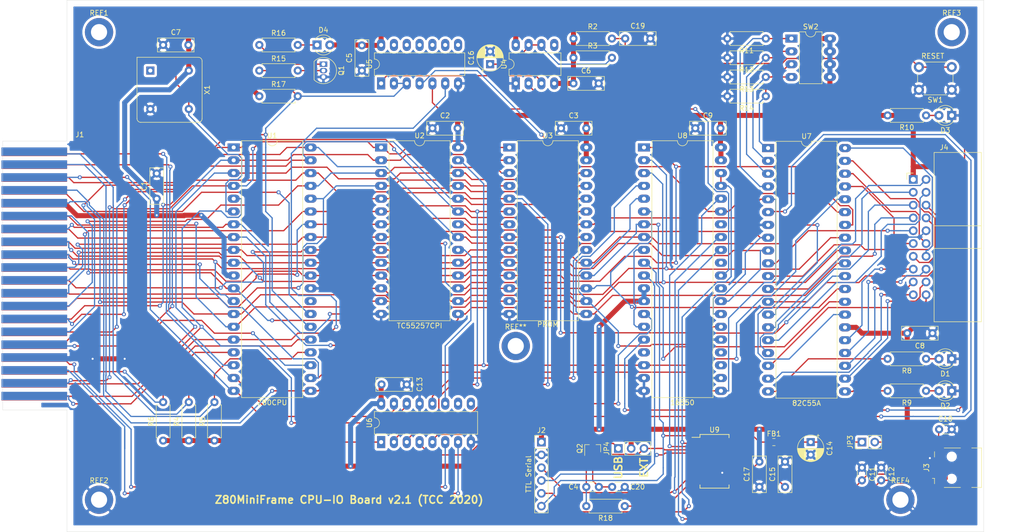
<source format=kicad_pcb>
(kicad_pcb (version 20171130) (host pcbnew "(5.1.6)-1")
  (layers (0 F.Cu signal) (31 B.Cu power) (34 B.Paste user) (35 F.Paste user) (36 B.SilkS user) (37 F.SilkS user) (38 B.Mask user) (39 F.Mask user) (44 Edge.Cuts user))
  (net 0 "")
  (net 1 GND)
  (net 2 +5V)
  (net 3 "Net-(C10-Pad1)")
  (net 4 "Net-(C11-Pad2)")
  (net 5 "Net-(C12-Pad2)")
  (net 6 "Net-(C14-Pad1)")
  (net 7 NMI)
  (net 8 WAIT)
  (net 9 RD)
  (net 10 /D0)
  (net 11 /D2)
  (net 12 /D4)
  (net 13 /D6)
  (net 14 WR)
  (net 15 /A1)
  (net 16 /A3)
  (net 17 /A5)
  (net 18 /A7)
  (net 19 /IORQ)
  (net 20 /A9)
  (net 21 /A11)
  (net 22 /BUSACK)
  (net 23 /A14)
  (net 24 /A15)
  (net 25 /A13)
  (net 26 /BUSRQ)
  (net 27 /A12)
  (net 28 /A10)
  (net 29 /A8)
  (net 30 /A6)
  (net 31 /A4)
  (net 32 /A2)
  (net 33 /A0)
  (net 34 /D7)
  (net 35 /D5)
  (net 36 /D3)
  (net 37 /D1)
  (net 38 /M1)
  (net 39 HALT)
  (net 40 MREQ)
  (net 41 /INT)
  (net 42 "Net-(U1-Pad28)")
  (net 43 IO_RESET)
  (net 44 "Net-(U8-Pad17)")
  (net 45 "Net-(U8-Pad36)")
  (net 46 "Net-(U8-Pad15)")
  (net 47 "Net-(U8-Pad34)")
  (net 48 "Net-(U8-Pad32)")
  (net 49 "Net-(U8-Pad31)")
  (net 50 "Net-(U8-Pad29)")
  (net 51 "Net-(U8-Pad24)")
  (net 52 "Net-(U8-Pad23)")
  (net 53 "Net-(U9-Pad28)")
  (net 54 "Net-(U9-Pad27)")
  (net 55 "Net-(U9-Pad23)")
  (net 56 "Net-(U9-Pad22)")
  (net 57 "Net-(U9-Pad13)")
  (net 58 "Net-(U9-Pad12)")
  (net 59 "Net-(U9-Pad6)")
  (net 60 "Net-(X1-Pad1)")
  (net 61 "Net-(J3-Pad4)")
  (net 62 "Net-(D1-Pad2)")
  (net 63 "Net-(D2-Pad2)")
  (net 64 "Net-(R8-Pad2)")
  (net 65 "Net-(R9-Pad2)")
  (net 66 "Net-(D3-Pad2)")
  (net 67 "Net-(R11-Pad1)")
  (net 68 "Net-(R12-Pad1)")
  (net 69 "Net-(R13-Pad1)")
  (net 70 "Net-(R14-Pad1)")
  (net 71 /IO_UART/PA4)
  (net 72 /IO_UART/PA5)
  (net 73 /IO_UART/PB1)
  (net 74 /IO_UART/PA6)
  (net 75 /IO_UART/PB0)
  (net 76 /IO_UART/PA7)
  (net 77 /IO_UART/PC3)
  (net 78 /IO_UART/PC2)
  (net 79 /IO_UART/PC1)
  (net 80 /IO_UART/PC0)
  (net 81 /IO_UART/PC4)
  (net 82 /IO_UART/PC5)
  (net 83 /IO_UART/PC6)
  (net 84 /IO_UART/PC7)
  (net 85 /IO_UART/PB7)
  (net 86 /IO_UART/PB6)
  (net 87 /IO_UART/PB5)
  (net 88 /IO_UART/PB4)
  (net 89 /IO_UART/IO_CE)
  (net 90 /IO_UART/UART_CE)
  (net 91 /IO_UART/UART_INTR)
  (net 92 /OSC)
  (net 93 "Net-(C15-Pad1)")
  (net 94 /SND_SEL)
  (net 95 /VDP_SEL)
  (net 96 "Net-(C16-Pad1)")
  (net 97 "Net-(C19-Pad1)")
  (net 98 "Net-(D4-Pad1)")
  (net 99 "Net-(Q1-Pad1)")
  (net 100 "Net-(Q1-Pad2)")
  (net 101 "Net-(U4-Pad5)")
  (net 102 "Net-(C20-Pad2)")
  (net 103 "Net-(C4-Pad1)")
  (net 104 "Net-(FB1-Pad1)")
  (net 105 "Net-(J3-Pad1)")
  (net 106 "Net-(R18-Pad1)")
  (net 107 "Net-(U2-Pad20)")
  (net 108 "Net-(U3-Pad20)")
  (net 109 "Net-(U6-Pad10)")
  (net 110 "Net-(U6-Pad9)")
  (net 111 /RESET)
  (net 112 /DSR)
  (net 113 /DTR)
  (net 114 /TX)
  (net 115 /RX)
  (net 116 "Net-(U4-Pad3)")
  (module Connector_PinHeader_2.54mm:PinHeader_1x02_P2.54mm_Vertical (layer F.Cu) (at 234.95 132.08 90)
    (fp_text reference JP3 (at 0 -2.33 90) (layer F.SilkS))
    (fp_text value USB_VBUS)
    (pad 2 thru_hole oval (at 0 2.54 90) (size 1.7 1.7) (drill 1) (layers *.Cu *.Mask) (net 105 "Net-(J3-Pad1)"))
    (pad 1 thru_hole rect (at 0 0 90) (size 1.7 1.7) (drill 1) (layers *.Cu *.Mask) (net 6 "Net-(C14-Pad1)"))
  )
  (module Package_DIP:DIP-28_W15.24mm_LongPads (layer F.Cu) (at 139.7 73.66)
    (fp_text reference U2 (at 7.62 -2.33) (layer F.SilkS))
    (fp_text value TC55257CPI (at 7.62 35.35) (layer F.SilkS))
    (pad 28 thru_hole oval (at 15.24 0) (size 2.4 1.6) (drill 0.8) (layers *.Cu *.Mask) (net 2 +5V))
    (pad 14 thru_hole oval (at 0 33.02) (size 2.4 1.6) (drill 0.8) (layers *.Cu *.Mask) (net 1 GND))
    (pad 27 thru_hole oval (at 15.24 2.54) (size 2.4 1.6) (drill 0.8) (layers *.Cu *.Mask) (net 14 WR))
    (pad 13 thru_hole oval (at 0 30.48) (size 2.4 1.6) (drill 0.8) (layers *.Cu *.Mask) (net 11 /D2))
    (pad 26 thru_hole oval (at 15.24 5.08) (size 2.4 1.6) (drill 0.8) (layers *.Cu *.Mask) (net 25 /A13))
    (pad 12 thru_hole oval (at 0 27.94) (size 2.4 1.6) (drill 0.8) (layers *.Cu *.Mask) (net 37 /D1))
    (pad 25 thru_hole oval (at 15.24 7.62) (size 2.4 1.6) (drill 0.8) (layers *.Cu *.Mask) (net 29 /A8))
    (pad 11 thru_hole oval (at 0 25.4) (size 2.4 1.6) (drill 0.8) (layers *.Cu *.Mask) (net 10 /D0))
    (pad 24 thru_hole oval (at 15.24 10.16) (size 2.4 1.6) (drill 0.8) (layers *.Cu *.Mask) (net 20 /A9))
    (pad 10 thru_hole oval (at 0 22.86) (size 2.4 1.6) (drill 0.8) (layers *.Cu *.Mask) (net 33 /A0))
    (pad 23 thru_hole oval (at 15.24 12.7) (size 2.4 1.6) (drill 0.8) (layers *.Cu *.Mask) (net 21 /A11))
    (pad 9 thru_hole oval (at 0 20.32) (size 2.4 1.6) (drill 0.8) (layers *.Cu *.Mask) (net 15 /A1))
    (pad 22 thru_hole oval (at 15.24 15.24) (size 2.4 1.6) (drill 0.8) (layers *.Cu *.Mask) (net 9 RD))
    (pad 8 thru_hole oval (at 0 17.78) (size 2.4 1.6) (drill 0.8) (layers *.Cu *.Mask) (net 32 /A2))
    (pad 21 thru_hole oval (at 15.24 17.78) (size 2.4 1.6) (drill 0.8) (layers *.Cu *.Mask) (net 28 /A10))
    (pad 7 thru_hole oval (at 0 15.24) (size 2.4 1.6) (drill 0.8) (layers *.Cu *.Mask) (net 16 /A3))
    (pad 20 thru_hole oval (at 15.24 20.32) (size 2.4 1.6) (drill 0.8) (layers *.Cu *.Mask) (net 107 "Net-(U2-Pad20)"))
    (pad 6 thru_hole oval (at 0 12.7) (size 2.4 1.6) (drill 0.8) (layers *.Cu *.Mask) (net 31 /A4))
    (pad 19 thru_hole oval (at 15.24 22.86) (size 2.4 1.6) (drill 0.8) (layers *.Cu *.Mask) (net 34 /D7))
    (pad 5 thru_hole oval (at 0 10.16) (size 2.4 1.6) (drill 0.8) (layers *.Cu *.Mask) (net 17 /A5))
    (pad 18 thru_hole oval (at 15.24 25.4) (size 2.4 1.6) (drill 0.8) (layers *.Cu *.Mask) (net 13 /D6))
    (pad 4 thru_hole oval (at 0 7.62) (size 2.4 1.6) (drill 0.8) (layers *.Cu *.Mask) (net 30 /A6))
    (pad 17 thru_hole oval (at 15.24 27.94) (size 2.4 1.6) (drill 0.8) (layers *.Cu *.Mask) (net 35 /D5))
    (pad 3 thru_hole oval (at 0 5.08) (size 2.4 1.6) (drill 0.8) (layers *.Cu *.Mask) (net 18 /A7))
    (pad 16 thru_hole oval (at 15.24 30.48) (size 2.4 1.6) (drill 0.8) (layers *.Cu *.Mask) (net 12 /D4))
    (pad 2 thru_hole oval (at 0 2.54) (size 2.4 1.6) (drill 0.8) (layers *.Cu *.Mask) (net 27 /A12))
    (pad 15 thru_hole oval (at 15.24 33.02) (size 2.4 1.6) (drill 0.8) (layers *.Cu *.Mask) (net 36 /D3))
    (pad 1 thru_hole rect (at 0 0) (size 2.4 1.6) (drill 0.8) (layers *.Cu *.Mask) (net 23 /A14))
  )
  (module Connector_PinHeader_2.54mm:PinHeader_1x03_P2.54mm_Vertical (layer F.Cu) (at 186.69 133.35 90)
    (fp_text reference JP4 (at 0 -2.33 90) (layer F.SilkS))
    (fp_text value SELF_POWER)
    (pad 3 thru_hole oval (at 0 5.08 90) (size 1.7 1.7) (drill 1) (layers *.Cu *.Mask) (net 104 "Net-(FB1-Pad1)"))
    (pad 2 thru_hole oval (at 0 2.54 90) (size 1.7 1.7) (drill 1) (layers *.Cu *.Mask) (net 2 +5V))
    (pad 1 thru_hole rect (at 0 0 90) (size 1.7 1.7) (drill 1) (layers *.Cu *.Mask) (net 102 "Net-(C20-Pad2)"))
  )
  (module Connector_PinHeader_2.54mm:PinHeader_1x06_P2.54mm_Vertical (layer F.Cu) (at 171.45 132.08)
    (fp_text reference J2 (at 0 -2.33) (layer F.SilkS))
    (fp_text value "TTL Serial" (at -2.54 6.35 90) (layer F.SilkS))
    (pad 6 thru_hole oval (at 0 12.7) (size 1.7 1.7) (drill 1) (layers *.Cu *.Mask) (net 115 /RX))
    (pad 5 thru_hole oval (at 0 10.16) (size 1.7 1.7) (drill 1) (layers *.Cu *.Mask) (net 112 /DSR))
    (pad 4 thru_hole oval (at 0 7.62) (size 1.7 1.7) (drill 1) (layers *.Cu *.Mask) (net 114 /TX))
    (pad 3 thru_hole oval (at 0 5.08) (size 1.7 1.7) (drill 1) (layers *.Cu *.Mask) (net 113 /DTR))
    (pad 2 thru_hole oval (at 0 2.54) (size 1.7 1.7) (drill 1) (layers *.Cu *.Mask) (net 1 GND))
    (pad 1 thru_hole rect (at 0 0) (size 1.7 1.7) (drill 1) (layers *.Cu *.Mask) (net 2 +5V))
  )
  (module Capacitor_THT:C_Disc_D7.0mm_W2.5mm_P5.00mm (layer F.Cu) (at 144.78 120.65 180)
    (fp_text reference C13 (at -2.54 0 90) (layer F.SilkS))
    (fp_text value 100nF)
    (pad 2 thru_hole circle (at 5 0 180) (size 1.6 1.6) (drill 0.8) (layers *.Cu *.Mask) (net 2 +5V))
    (pad 1 thru_hole circle (at 0 0 180) (size 1.6 1.6) (drill 0.8) (layers *.Cu *.Mask) (net 1 GND))
  )
  (module MountingHole:MountingHole_3.2mm_M3_DIN965_Pad (layer F.Cu) (at 166.37 113.03)
    (fp_text reference REF** (at 0 -3.8) (layer F.SilkS))
    (fp_text value MountingHole_3.2mm_M3_DIN965_Pad)
    (pad 5 thru_hole circle (at 0 0) (size 5.6 5.6) (drill 3.2) (layers *.Cu *.Mask))
  )
  (module MountingHole:MountingHole_3.2mm_M3_DIN965_Pad (layer F.Cu) (at 242.57 143.51)
    (fp_text reference REF4 (at 0 -3.8) (layer F.SilkS))
    (fp_text value MountingHole_3.2mm_M3_DIN965_Pad)
    (pad 3 thru_hole circle (at 0 0) (size 5.6 5.6) (drill 3.2) (layers *.Cu *.Mask) (net 1 GND))
  )
  (module MountingHole:MountingHole_3.2mm_M3_DIN965_Pad (layer F.Cu) (at 83.82 143.51)
    (fp_text reference REF2 (at 0 -3.8) (layer F.SilkS))
    (fp_text value MountingHole_3.2mm_M3_DIN965_Pad)
    (pad 4 thru_hole circle (at 0 0) (size 5.6 5.6) (drill 3.2) (layers *.Cu *.Mask) (net 1 GND))
  )
  (module MountingHole:MountingHole_3.2mm_M3_DIN965_Pad (layer F.Cu) (at 83.82 50.8)
    (fp_text reference REF1 (at 0 -3.8) (layer F.SilkS))
    (fp_text value MountingHole_3.2mm_M3_DIN965_Pad)
    (pad 1 thru_hole circle (at 0 0) (size 5.6 5.6) (drill 3.2) (layers *.Cu *.Mask))
  )
  (module MountingHole:MountingHole_3.2mm_M3_DIN965_Pad (layer F.Cu) (at 252.73 50.8)
    (fp_text reference REF3 (at 0 -3.8) (layer F.SilkS))
    (fp_text value MountingHole_3.2mm_M3_DIN965_Pad)
    (pad 2 thru_hole circle (at 0 0) (size 5.6 5.6) (drill 3.2) (layers *.Cu *.Mask))
  )
  (module Connector_IDC:IDC-Header_2x10_P2.54mm_Horizontal (layer F.Cu) (at 245.11 80.01)
    (fp_text reference J4 (at 6.105 -6.35) (layer F.SilkS))
    (fp_text value Conn_02x10_Counter_Clockwise)
    (pad 20 thru_hole oval (at 2.54 22.86) (size 1.7272 1.7272) (drill 1.016) (layers *.Cu *.Mask) (net 75 /IO_UART/PB0))
    (pad 19 thru_hole oval (at 0 22.86) (size 1.7272 1.7272) (drill 1.016) (layers *.Cu *.Mask) (net 73 /IO_UART/PB1))
    (pad 18 thru_hole oval (at 2.54 20.32) (size 1.7272 1.7272) (drill 1.016) (layers *.Cu *.Mask) (net 88 /IO_UART/PB4))
    (pad 17 thru_hole oval (at 0 20.32) (size 1.7272 1.7272) (drill 1.016) (layers *.Cu *.Mask) (net 87 /IO_UART/PB5))
    (pad 16 thru_hole oval (at 2.54 17.78) (size 1.7272 1.7272) (drill 1.016) (layers *.Cu *.Mask) (net 86 /IO_UART/PB6))
    (pad 15 thru_hole oval (at 0 17.78) (size 1.7272 1.7272) (drill 1.016) (layers *.Cu *.Mask) (net 85 /IO_UART/PB7))
    (pad 14 thru_hole oval (at 2.54 15.24) (size 1.7272 1.7272) (drill 1.016) (layers *.Cu *.Mask) (net 71 /IO_UART/PA4))
    (pad 13 thru_hole oval (at 0 15.24) (size 1.7272 1.7272) (drill 1.016) (layers *.Cu *.Mask) (net 72 /IO_UART/PA5))
    (pad 12 thru_hole oval (at 2.54 12.7) (size 1.7272 1.7272) (drill 1.016) (layers *.Cu *.Mask) (net 74 /IO_UART/PA6))
    (pad 11 thru_hole oval (at 0 12.7) (size 1.7272 1.7272) (drill 1.016) (layers *.Cu *.Mask) (net 76 /IO_UART/PA7))
    (pad 10 thru_hole oval (at 2.54 10.16) (size 1.7272 1.7272) (drill 1.016) (layers *.Cu *.Mask) (net 1 GND))
    (pad 9 thru_hole oval (at 0 10.16) (size 1.7272 1.7272) (drill 1.016) (layers *.Cu *.Mask) (net 84 /IO_UART/PC7))
    (pad 8 thru_hole oval (at 2.54 7.62) (size 1.7272 1.7272) (drill 1.016) (layers *.Cu *.Mask) (net 83 /IO_UART/PC6))
    (pad 7 thru_hole oval (at 0 7.62) (size 1.7272 1.7272) (drill 1.016) (layers *.Cu *.Mask) (net 82 /IO_UART/PC5))
    (pad 6 thru_hole oval (at 2.54 5.08) (size 1.7272 1.7272) (drill 1.016) (layers *.Cu *.Mask) (net 81 /IO_UART/PC4))
    (pad 5 thru_hole oval (at 0 5.08) (size 1.7272 1.7272) (drill 1.016) (layers *.Cu *.Mask) (net 77 /IO_UART/PC3))
    (pad 4 thru_hole oval (at 2.54 2.54) (size 1.7272 1.7272) (drill 1.016) (layers *.Cu *.Mask) (net 78 /IO_UART/PC2))
    (pad 3 thru_hole oval (at 0 2.54) (size 1.7272 1.7272) (drill 1.016) (layers *.Cu *.Mask) (net 79 /IO_UART/PC1))
    (pad 2 thru_hole oval (at 2.54 0) (size 1.7272 1.7272) (drill 1.016) (layers *.Cu *.Mask) (net 80 /IO_UART/PC0))
    (pad 1 thru_hole rect (at 0 0) (size 1.7272 1.7272) (drill 1.016) (layers *.Cu *.Mask) (net 2 +5V))
  )
  (module Capacitor_THT:CP_Radial_D5.0mm_P2.50mm (layer F.Cu) (at 224.79 132.08 270)
    (fp_text reference C14 (at 1.25 -3.75 90) (layer F.SilkS))
    (fp_text value 10uF)
    (pad 2 thru_hole circle (at 2.5 0 270) (size 1.6 1.6) (drill 0.8) (layers *.Cu *.Mask) (net 1 GND))
    (pad 1 thru_hole rect (at 0 0 270) (size 1.6 1.6) (drill 0.8) (layers *.Cu *.Mask) (net 6 "Net-(C14-Pad1)"))
  )
  (module Package_DIP:DIP-16_W7.62mm_LongPads (layer F.Cu) (at 139.7 132.08 90)
    (fp_text reference U6 (at 3.81 -2.33 90) (layer F.SilkS))
    (fp_text value 74LS139)
    (pad 16 thru_hole oval (at 7.62 0 90) (size 2.4 1.6) (drill 0.8) (layers *.Cu *.Mask) (net 2 +5V))
    (pad 8 thru_hole oval (at 0 17.78 90) (size 2.4 1.6) (drill 0.8) (layers *.Cu *.Mask) (net 1 GND))
    (pad 15 thru_hole oval (at 7.62 2.54 90) (size 2.4 1.6) (drill 0.8) (layers *.Cu *.Mask) (net 40 MREQ))
    (pad 7 thru_hole oval (at 0 15.24 90) (size 2.4 1.6) (drill 0.8) (layers *.Cu *.Mask) (net 94 /SND_SEL))
    (pad 14 thru_hole oval (at 7.62 5.08 90) (size 2.4 1.6) (drill 0.8) (layers *.Cu *.Mask) (net 24 /A15))
    (pad 6 thru_hole oval (at 0 12.7 90) (size 2.4 1.6) (drill 0.8) (layers *.Cu *.Mask) (net 95 /VDP_SEL))
    (pad 13 thru_hole oval (at 7.62 7.62 90) (size 2.4 1.6) (drill 0.8) (layers *.Cu *.Mask) (net 1 GND))
    (pad 5 thru_hole oval (at 0 10.16 90) (size 2.4 1.6) (drill 0.8) (layers *.Cu *.Mask) (net 90 /IO_UART/UART_CE))
    (pad 12 thru_hole oval (at 7.62 10.16 90) (size 2.4 1.6) (drill 0.8) (layers *.Cu *.Mask) (net 108 "Net-(U3-Pad20)"))
    (pad 4 thru_hole oval (at 0 7.62 90) (size 2.4 1.6) (drill 0.8) (layers *.Cu *.Mask) (net 89 /IO_UART/IO_CE))
    (pad 11 thru_hole oval (at 7.62 12.7 90) (size 2.4 1.6) (drill 0.8) (layers *.Cu *.Mask) (net 107 "Net-(U2-Pad20)"))
    (pad 3 thru_hole oval (at 0 5.08 90) (size 2.4 1.6) (drill 0.8) (layers *.Cu *.Mask) (net 17 /A5))
    (pad 10 thru_hole oval (at 7.62 15.24 90) (size 2.4 1.6) (drill 0.8) (layers *.Cu *.Mask) (net 109 "Net-(U6-Pad10)"))
    (pad 2 thru_hole oval (at 0 2.54 90) (size 2.4 1.6) (drill 0.8) (layers *.Cu *.Mask) (net 31 /A4))
    (pad 9 thru_hole oval (at 7.62 17.78 90) (size 2.4 1.6) (drill 0.8) (layers *.Cu *.Mask) (net 110 "Net-(U6-Pad9)"))
    (pad 1 thru_hole rect (at 0 0 90) (size 2.4 1.6) (drill 0.8) (layers *.Cu *.Mask) (net 19 /IORQ))
  )
  (module Package_SO:SSOP-28_5.3x10.2mm_P0.65mm (layer F.Cu) (at 205.74 135.89)
    (fp_text reference U9 (at 0 -6.25) (layer F.SilkS))
    (fp_text value FT232RL)
    (pad 28 smd rect (at 3.6 -4.225) (size 1.75 0.45) (layers F.Cu F.Paste F.Mask) (net 53 "Net-(U9-Pad28)"))
    (pad 27 smd rect (at 3.6 -3.575) (size 1.75 0.45) (layers F.Cu F.Paste F.Mask) (net 54 "Net-(U9-Pad27)"))
    (pad 26 smd rect (at 3.6 -2.925) (size 1.75 0.45) (layers F.Cu F.Paste F.Mask) (net 1 GND))
    (pad 25 smd rect (at 3.6 -2.275) (size 1.75 0.45) (layers F.Cu F.Paste F.Mask) (net 1 GND))
    (pad 24 smd rect (at 3.6 -1.625) (size 1.75 0.45) (layers F.Cu F.Paste F.Mask))
    (pad 23 smd rect (at 3.6 -0.975) (size 1.75 0.45) (layers F.Cu F.Paste F.Mask) (net 55 "Net-(U9-Pad23)"))
    (pad 22 smd rect (at 3.6 -0.325) (size 1.75 0.45) (layers F.Cu F.Paste F.Mask) (net 56 "Net-(U9-Pad22)"))
    (pad 21 smd rect (at 3.6 0.325) (size 1.75 0.45) (layers F.Cu F.Paste F.Mask) (net 1 GND))
    (pad 20 smd rect (at 3.6 0.975) (size 1.75 0.45) (layers F.Cu F.Paste F.Mask) (net 104 "Net-(FB1-Pad1)"))
    (pad 19 smd rect (at 3.6 1.625) (size 1.75 0.45) (layers F.Cu F.Paste F.Mask) (net 2 +5V))
    (pad 18 smd rect (at 3.6 2.275) (size 1.75 0.45) (layers F.Cu F.Paste F.Mask) (net 1 GND))
    (pad 17 smd rect (at 3.6 2.925) (size 1.75 0.45) (layers F.Cu F.Paste F.Mask) (net 93 "Net-(C15-Pad1)"))
    (pad 16 smd rect (at 3.6 3.575) (size 1.75 0.45) (layers F.Cu F.Paste F.Mask) (net 4 "Net-(C11-Pad2)"))
    (pad 15 smd rect (at 3.6 4.225) (size 1.75 0.45) (layers F.Cu F.Paste F.Mask) (net 5 "Net-(C12-Pad2)"))
    (pad 14 smd rect (at -3.6 4.225) (size 1.75 0.45) (layers F.Cu F.Paste F.Mask) (net 106 "Net-(R18-Pad1)"))
    (pad 13 smd rect (at -3.6 3.575) (size 1.75 0.45) (layers F.Cu F.Paste F.Mask) (net 57 "Net-(U9-Pad13)"))
    (pad 12 smd rect (at -3.6 2.925) (size 1.75 0.45) (layers F.Cu F.Paste F.Mask) (net 58 "Net-(U9-Pad12)"))
    (pad 11 smd rect (at -3.6 2.275) (size 1.75 0.45) (layers F.Cu F.Paste F.Mask) (net 48 "Net-(U8-Pad32)"))
    (pad 10 smd rect (at -3.6 1.625) (size 1.75 0.45) (layers F.Cu F.Paste F.Mask) (net 113 /DTR))
    (pad 9 smd rect (at -3.6 0.975) (size 1.75 0.45) (layers F.Cu F.Paste F.Mask) (net 113 /DTR))
    (pad 8 smd rect (at -3.6 0.325) (size 1.75 0.45) (layers F.Cu F.Paste F.Mask))
    (pad 7 smd rect (at -3.6 -0.325) (size 1.75 0.45) (layers F.Cu F.Paste F.Mask) (net 1 GND))
    (pad 6 smd rect (at -3.6 -0.975) (size 1.75 0.45) (layers F.Cu F.Paste F.Mask) (net 59 "Net-(U9-Pad6)"))
    (pad 5 smd rect (at -3.6 -1.625) (size 1.75 0.45) (layers F.Cu F.Paste F.Mask) (net 114 /TX))
    (pad 4 smd rect (at -3.6 -2.275) (size 1.75 0.45) (layers F.Cu F.Paste F.Mask) (net 104 "Net-(FB1-Pad1)"))
    (pad 3 smd rect (at -3.6 -2.925) (size 1.75 0.45) (layers F.Cu F.Paste F.Mask) (net 45 "Net-(U8-Pad36)"))
    (pad 2 smd rect (at -3.6 -3.575) (size 1.75 0.45) (layers F.Cu F.Paste F.Mask) (net 112 /DSR))
    (pad 1 smd rect (at -3.6 -4.225) (size 1.75 0.45) (layers F.Cu F.Paste F.Mask) (net 115 /RX))
  )
  (module Package_TO_SOT_SMD:SOT-23 (layer F.Cu) (at 181.61 133.35 90)
    (fp_text reference Q2 (at 0 -2.54 90) (layer F.SilkS))
    (fp_text value IRLML6402)
    (pad 3 smd rect (at 1 0 90) (size 0.9 0.8) (layers F.Cu F.Paste F.Mask) (net 102 "Net-(C20-Pad2)"))
    (pad 2 smd rect (at -1 0.95 90) (size 0.9 0.8) (layers F.Cu F.Paste F.Mask) (net 104 "Net-(FB1-Pad1)"))
    (pad 1 smd rect (at -1 -0.95 90) (size 0.9 0.8) (layers F.Cu F.Paste F.Mask) (net 103 "Net-(C4-Pad1)"))
  )
  (module Capacitor_THT:CP_Radial_D5.0mm_P2.50mm (layer F.Cu) (at 161.29 57.15 90)
    (fp_text reference C16 (at 1.25 -3.75 90) (layer F.SilkS))
    (fp_text value 10uF)
    (pad 2 thru_hole circle (at 2.5 0 90) (size 1.6 1.6) (drill 0.8) (layers *.Cu *.Mask) (net 1 GND))
    (pad 1 thru_hole rect (at 0 0 90) (size 1.6 1.6) (drill 0.8) (layers *.Cu *.Mask) (net 96 "Net-(C16-Pad1)"))
  )
  (module Capacitor_THT:C_Disc_D7.0mm_W2.5mm_P5.00mm (layer F.Cu) (at 214.63 140.97 90)
    (fp_text reference C17 (at 2.5 -2.5 90) (layer F.SilkS))
    (fp_text value 100nF)
    (pad 2 thru_hole circle (at 5 0 90) (size 1.6 1.6) (drill 0.8) (layers *.Cu *.Mask) (net 2 +5V))
    (pad 1 thru_hole circle (at 0 0 90) (size 1.6 1.6) (drill 0.8) (layers *.Cu *.Mask) (net 1 GND))
  )
  (module Resistor_THT:R_Axial_DIN0207_L6.3mm_D2.5mm_P7.62mm_Horizontal (layer F.Cu) (at 187.96 144.78 180)
    (fp_text reference R18 (at 3.81 -2.37) (layer F.SilkS))
    (fp_text value 1K)
    (pad 2 thru_hole oval (at 7.62 0 180) (size 1.6 1.6) (drill 0.8) (layers *.Cu *.Mask) (net 103 "Net-(C4-Pad1)"))
    (pad 1 thru_hole circle (at 0 0 180) (size 1.6 1.6) (drill 0.8) (layers *.Cu *.Mask) (net 106 "Net-(R18-Pad1)"))
  )
  (module Capacitor_THT:C_Disc_D3.0mm_W1.6mm_P2.50mm (layer F.Cu) (at 187.96 140.97 180)
    (fp_text reference C20 (at -2.54 0) (layer F.SilkS))
    (fp_text value 0.1uF)
    (pad 2 thru_hole circle (at 2.5 0 180) (size 1.6 1.6) (drill 0.8) (layers *.Cu *.Mask) (net 102 "Net-(C20-Pad2)"))
    (pad 1 thru_hole circle (at 0 0 180) (size 1.6 1.6) (drill 0.8) (layers *.Cu *.Mask) (net 1 GND))
  )
  (module Capacitor_THT:C_Disc_D3.0mm_W1.6mm_P2.50mm (layer F.Cu) (at 180.34 140.97)
    (fp_text reference C4 (at -2.54 0) (layer F.SilkS))
    (fp_text value 0.1uF)
    (pad 2 thru_hole circle (at 2.5 0) (size 1.6 1.6) (drill 0.8) (layers *.Cu *.Mask) (net 102 "Net-(C20-Pad2)"))
    (pad 1 thru_hole circle (at 0 0) (size 1.6 1.6) (drill 0.8) (layers *.Cu *.Mask) (net 103 "Net-(C4-Pad1)"))
  )
  (module Package_DIP:DIP-8_W7.62mm_LongPads (layer F.Cu) (at 166.37 60.96 90)
    (fp_text reference U4 (at 3.81 -2.33 90) (layer F.SilkS))
    (fp_text value NE555)
    (pad 8 thru_hole oval (at 7.62 0 90) (size 2.4 1.6) (drill 0.8) (layers *.Cu *.Mask) (net 2 +5V))
    (pad 4 thru_hole oval (at 0 7.62 90) (size 2.4 1.6) (drill 0.8) (layers *.Cu *.Mask) (net 2 +5V))
    (pad 7 thru_hole oval (at 7.62 2.54 90) (size 2.4 1.6) (drill 0.8) (layers *.Cu *.Mask) (net 96 "Net-(C16-Pad1)"))
    (pad 3 thru_hole oval (at 0 5.08 90) (size 2.4 1.6) (drill 0.8) (layers *.Cu *.Mask) (net 116 "Net-(U4-Pad3)"))
    (pad 6 thru_hole oval (at 7.62 5.08 90) (size 2.4 1.6) (drill 0.8) (layers *.Cu *.Mask) (net 96 "Net-(C16-Pad1)"))
    (pad 2 thru_hole oval (at 0 2.54 90) (size 2.4 1.6) (drill 0.8) (layers *.Cu *.Mask) (net 97 "Net-(C19-Pad1)"))
    (pad 5 thru_hole oval (at 7.62 7.62 90) (size 2.4 1.6) (drill 0.8) (layers *.Cu *.Mask) (net 101 "Net-(U4-Pad5)"))
    (pad 1 thru_hole rect (at 0 0 90) (size 2.4 1.6) (drill 0.8) (layers *.Cu *.Mask) (net 1 GND))
  )
  (module Resistor_THT:R_Axial_DIN0207_L6.3mm_D2.5mm_P7.62mm_Horizontal (layer F.Cu) (at 115.57 63.5)
    (fp_text reference R17 (at 3.81 -2.37) (layer F.SilkS))
    (fp_text value 10K)
    (pad 2 thru_hole oval (at 7.62 0) (size 1.6 1.6) (drill 0.8) (layers *.Cu *.Mask) (net 111 /RESET))
    (pad 1 thru_hole circle (at 0 0) (size 1.6 1.6) (drill 0.8) (layers *.Cu *.Mask) (net 2 +5V))
  )
  (module Resistor_THT:R_Axial_DIN0207_L6.3mm_D2.5mm_P7.62mm_Horizontal (layer F.Cu) (at 115.57 53.34)
    (fp_text reference R16 (at 3.81 -2.37) (layer F.SilkS))
    (fp_text value 330R)
    (pad 2 thru_hole oval (at 7.62 0) (size 1.6 1.6) (drill 0.8) (layers *.Cu *.Mask) (net 98 "Net-(D4-Pad1)"))
    (pad 1 thru_hole circle (at 0 0) (size 1.6 1.6) (drill 0.8) (layers *.Cu *.Mask) (net 99 "Net-(Q1-Pad1)"))
  )
  (module Resistor_THT:R_Axial_DIN0207_L6.3mm_D2.5mm_P7.62mm_Horizontal (layer F.Cu) (at 115.57 58.42)
    (fp_text reference R15 (at 3.81 -2.37) (layer F.SilkS))
    (fp_text value 1K)
    (pad 2 thru_hole oval (at 7.62 0) (size 1.6 1.6) (drill 0.8) (layers *.Cu *.Mask) (net 100 "Net-(Q1-Pad2)"))
    (pad 1 thru_hole circle (at 0 0) (size 1.6 1.6) (drill 0.8) (layers *.Cu *.Mask) (net 111 /RESET))
  )
  (module Package_TO_SOT_THT:TO-92_Inline (layer F.Cu) (at 128.27 57.15 270)
    (fp_text reference Q1 (at 1.27 -3.56 90) (layer F.SilkS))
    (fp_text value BC337)
    (pad 1 thru_hole rect (at 0 0 270) (size 1.05 1.5) (drill 0.75) (layers *.Cu *.Mask) (net 99 "Net-(Q1-Pad1)"))
    (pad 3 thru_hole oval (at 2.54 0 270) (size 1.05 1.5) (drill 0.75) (layers *.Cu *.Mask) (net 1 GND))
    (pad 2 thru_hole oval (at 1.27 0 270) (size 1.05 1.5) (drill 0.75) (layers *.Cu *.Mask) (net 100 "Net-(Q1-Pad2)"))
  )
  (module LED_THT:LED_D3.0mm (layer F.Cu) (at 127 53.34)
    (fp_text reference D4 (at 1.27 -2.96) (layer F.SilkS))
    (fp_text value LED)
    (pad 2 thru_hole circle (at 2.54 0) (size 1.8 1.8) (drill 0.9) (layers *.Cu *.Mask) (net 2 +5V))
    (pad 1 thru_hole rect (at 0 0) (size 1.8 1.8) (drill 0.9) (layers *.Cu *.Mask) (net 98 "Net-(D4-Pad1)"))
  )
  (module Capacitor_THT:C_Disc_D7.0mm_W2.5mm_P5.00mm (layer F.Cu) (at 188.04 52.07)
    (fp_text reference C19 (at 2.5 -2.5) (layer F.SilkS))
    (fp_text value 100nF)
    (pad 2 thru_hole circle (at 5 0) (size 1.6 1.6) (drill 0.8) (layers *.Cu *.Mask) (net 1 GND))
    (pad 1 thru_hole circle (at 0 0) (size 1.6 1.6) (drill 0.8) (layers *.Cu *.Mask) (net 97 "Net-(C19-Pad1)"))
  )
  (module Package_DIP:DIP-40_W15.24mm_LongPads (layer F.Cu) (at 110.49 73.66)
    (fp_text reference U1 (at 7.62 -2.33) (layer F.SilkS))
    (fp_text value Z80CPU (at 7.62 50.59) (layer F.SilkS))
    (pad 40 thru_hole oval (at 15.24 0) (size 2.4 1.6) (drill 0.8) (layers *.Cu *.Mask) (net 28 /A10))
    (pad 20 thru_hole oval (at 0 48.26) (size 2.4 1.6) (drill 0.8) (layers *.Cu *.Mask) (net 19 /IORQ))
    (pad 39 thru_hole oval (at 15.24 2.54) (size 2.4 1.6) (drill 0.8) (layers *.Cu *.Mask) (net 20 /A9))
    (pad 19 thru_hole oval (at 0 45.72) (size 2.4 1.6) (drill 0.8) (layers *.Cu *.Mask) (net 40 MREQ))
    (pad 38 thru_hole oval (at 15.24 5.08) (size 2.4 1.6) (drill 0.8) (layers *.Cu *.Mask) (net 29 /A8))
    (pad 18 thru_hole oval (at 0 43.18) (size 2.4 1.6) (drill 0.8) (layers *.Cu *.Mask) (net 39 HALT))
    (pad 37 thru_hole oval (at 15.24 7.62) (size 2.4 1.6) (drill 0.8) (layers *.Cu *.Mask) (net 18 /A7))
    (pad 17 thru_hole oval (at 0 40.64) (size 2.4 1.6) (drill 0.8) (layers *.Cu *.Mask) (net 7 NMI))
    (pad 36 thru_hole oval (at 15.24 10.16) (size 2.4 1.6) (drill 0.8) (layers *.Cu *.Mask) (net 30 /A6))
    (pad 16 thru_hole oval (at 0 38.1) (size 2.4 1.6) (drill 0.8) (layers *.Cu *.Mask) (net 41 /INT))
    (pad 35 thru_hole oval (at 15.24 12.7) (size 2.4 1.6) (drill 0.8) (layers *.Cu *.Mask) (net 17 /A5))
    (pad 15 thru_hole oval (at 0 35.56) (size 2.4 1.6) (drill 0.8) (layers *.Cu *.Mask) (net 37 /D1))
    (pad 34 thru_hole oval (at 15.24 15.24) (size 2.4 1.6) (drill 0.8) (layers *.Cu *.Mask) (net 31 /A4))
    (pad 14 thru_hole oval (at 0 33.02) (size 2.4 1.6) (drill 0.8) (layers *.Cu *.Mask) (net 10 /D0))
    (pad 33 thru_hole oval (at 15.24 17.78) (size 2.4 1.6) (drill 0.8) (layers *.Cu *.Mask) (net 16 /A3))
    (pad 13 thru_hole oval (at 0 30.48) (size 2.4 1.6) (drill 0.8) (layers *.Cu *.Mask) (net 34 /D7))
    (pad 32 thru_hole oval (at 15.24 20.32) (size 2.4 1.6) (drill 0.8) (layers *.Cu *.Mask) (net 32 /A2))
    (pad 12 thru_hole oval (at 0 27.94) (size 2.4 1.6) (drill 0.8) (layers *.Cu *.Mask) (net 11 /D2))
    (pad 31 thru_hole oval (at 15.24 22.86) (size 2.4 1.6) (drill 0.8) (layers *.Cu *.Mask) (net 15 /A1))
    (pad 11 thru_hole oval (at 0 25.4) (size 2.4 1.6) (drill 0.8) (layers *.Cu *.Mask) (net 2 +5V))
    (pad 30 thru_hole oval (at 15.24 25.4) (size 2.4 1.6) (drill 0.8) (layers *.Cu *.Mask) (net 33 /A0))
    (pad 10 thru_hole oval (at 0 22.86) (size 2.4 1.6) (drill 0.8) (layers *.Cu *.Mask) (net 13 /D6))
    (pad 29 thru_hole oval (at 15.24 27.94) (size 2.4 1.6) (drill 0.8) (layers *.Cu *.Mask) (net 1 GND))
    (pad 9 thru_hole oval (at 0 20.32) (size 2.4 1.6) (drill 0.8) (layers *.Cu *.Mask) (net 35 /D5))
    (pad 28 thru_hole oval (at 15.24 30.48) (size 2.4 1.6) (drill 0.8) (layers *.Cu *.Mask) (net 42 "Net-(U1-Pad28)"))
    (pad 8 thru_hole oval (at 0 17.78) (size 2.4 1.6) (drill 0.8) (layers *.Cu *.Mask) (net 36 /D3))
    (pad 27 thru_hole oval (at 15.24 33.02) (size 2.4 1.6) (drill 0.8) (layers *.Cu *.Mask) (net 38 /M1))
    (pad 7 thru_hole oval (at 0 15.24) (size 2.4 1.6) (drill 0.8) (layers *.Cu *.Mask) (net 12 /D4))
    (pad 26 thru_hole oval (at 15.24 35.56) (size 2.4 1.6) (drill 0.8) (layers *.Cu *.Mask) (net 111 /RESET))
    (pad 6 thru_hole oval (at 0 12.7) (size 2.4 1.6) (drill 0.8) (layers *.Cu *.Mask) (net 92 /OSC))
    (pad 25 thru_hole oval (at 15.24 38.1) (size 2.4 1.6) (drill 0.8) (layers *.Cu *.Mask) (net 26 /BUSRQ))
    (pad 5 thru_hole oval (at 0 10.16) (size 2.4 1.6) (drill 0.8) (layers *.Cu *.Mask) (net 24 /A15))
    (pad 24 thru_hole oval (at 15.24 40.64) (size 2.4 1.6) (drill 0.8) (layers *.Cu *.Mask) (net 8 WAIT))
    (pad 4 thru_hole oval (at 0 7.62) (size 2.4 1.6) (drill 0.8) (layers *.Cu *.Mask) (net 23 /A14))
    (pad 23 thru_hole oval (at 15.24 43.18) (size 2.4 1.6) (drill 0.8) (layers *.Cu *.Mask) (net 22 /BUSACK))
    (pad 3 thru_hole oval (at 0 5.08) (size 2.4 1.6) (drill 0.8) (layers *.Cu *.Mask) (net 25 /A13))
    (pad 22 thru_hole oval (at 15.24 45.72) (size 2.4 1.6) (drill 0.8) (layers *.Cu *.Mask) (net 14 WR))
    (pad 2 thru_hole oval (at 0 2.54) (size 2.4 1.6) (drill 0.8) (layers *.Cu *.Mask) (net 27 /A12))
    (pad 21 thru_hole oval (at 15.24 48.26) (size 2.4 1.6) (drill 0.8) (layers *.Cu *.Mask) (net 9 RD))
    (pad 1 thru_hole rect (at 0 0) (size 2.4 1.6) (drill 0.8) (layers *.Cu *.Mask) (net 21 /A11))
  )
  (module Resistor_THT:R_Axial_DIN0207_L6.3mm_D2.5mm_P7.62mm_Horizontal (layer F.Cu) (at 177.8 55.88)
    (fp_text reference R3 (at 3.81 -2.37) (layer F.SilkS))
    (fp_text value 47K)
    (pad 2 thru_hole oval (at 7.62 0) (size 1.6 1.6) (drill 0.8) (layers *.Cu *.Mask) (net 96 "Net-(C16-Pad1)"))
    (pad 1 thru_hole circle (at 0 0) (size 1.6 1.6) (drill 0.8) (layers *.Cu *.Mask) (net 2 +5V))
  )
  (module Package_DIP:DIP-14_W7.62mm_LongPads (layer F.Cu) (at 139.7 60.96 90)
    (fp_text reference U5 (at 3.81 -2.33 90) (layer F.SilkS))
    (fp_text value 74HC14)
    (pad 14 thru_hole oval (at 7.62 0 90) (size 2.4 1.6) (drill 0.8) (layers *.Cu *.Mask) (net 2 +5V))
    (pad 7 thru_hole oval (at 0 15.24 90) (size 2.4 1.6) (drill 0.8) (layers *.Cu *.Mask) (net 1 GND))
    (pad 13 thru_hole oval (at 7.62 2.54 90) (size 2.4 1.6) (drill 0.8) (layers *.Cu *.Mask))
    (pad 6 thru_hole oval (at 0 12.7 90) (size 2.4 1.6) (drill 0.8) (layers *.Cu *.Mask) (net 41 /INT))
    (pad 12 thru_hole oval (at 7.62 5.08 90) (size 2.4 1.6) (drill 0.8) (layers *.Cu *.Mask))
    (pad 5 thru_hole oval (at 0 10.16 90) (size 2.4 1.6) (drill 0.8) (layers *.Cu *.Mask) (net 91 /IO_UART/UART_INTR))
    (pad 11 thru_hole oval (at 7.62 7.62 90) (size 2.4 1.6) (drill 0.8) (layers *.Cu *.Mask))
    (pad 4 thru_hole oval (at 0 7.62 90) (size 2.4 1.6) (drill 0.8) (layers *.Cu *.Mask) (net 43 IO_RESET))
    (pad 10 thru_hole oval (at 7.62 10.16 90) (size 2.4 1.6) (drill 0.8) (layers *.Cu *.Mask))
    (pad 3 thru_hole oval (at 0 5.08 90) (size 2.4 1.6) (drill 0.8) (layers *.Cu *.Mask) (net 111 /RESET))
    (pad 9 thru_hole oval (at 7.62 12.7 90) (size 2.4 1.6) (drill 0.8) (layers *.Cu *.Mask))
    (pad 2 thru_hole oval (at 0 2.54 90) (size 2.4 1.6) (drill 0.8) (layers *.Cu *.Mask) (net 111 /RESET))
    (pad 8 thru_hole oval (at 7.62 15.24 90) (size 2.4 1.6) (drill 0.8) (layers *.Cu *.Mask))
    (pad 1 thru_hole rect (at 0 0 90) (size 2.4 1.6) (drill 0.8) (layers *.Cu *.Mask) (net 116 "Net-(U4-Pad3)"))
  )
  (module Capacitor_THT:C_Disc_D7.0mm_W2.5mm_P5.00mm (layer F.Cu) (at 175.34 69.85)
    (fp_text reference C3 (at 2.5 -2.5) (layer F.SilkS))
    (fp_text value 100nF)
    (pad 2 thru_hole circle (at 5 0) (size 1.6 1.6) (drill 0.8) (layers *.Cu *.Mask) (net 2 +5V))
    (pad 1 thru_hole circle (at 0 0) (size 1.6 1.6) (drill 0.8) (layers *.Cu *.Mask) (net 1 GND))
  )
  (module Package_DIP:DIP-28_W15.24mm_LongPads (layer F.Cu) (at 165.1 73.66)
    (fp_text reference U3 (at 7.62 -2.33) (layer F.SilkS))
    (fp_text value 28C256)
    (pad 28 thru_hole oval (at 15.24 0) (size 2.4 1.6) (drill 0.8) (layers *.Cu *.Mask) (net 2 +5V))
    (pad 14 thru_hole oval (at 0 33.02) (size 2.4 1.6) (drill 0.8) (layers *.Cu *.Mask) (net 1 GND))
    (pad 27 thru_hole oval (at 15.24 2.54) (size 2.4 1.6) (drill 0.8) (layers *.Cu *.Mask) (net 2 +5V))
    (pad 13 thru_hole oval (at 0 30.48) (size 2.4 1.6) (drill 0.8) (layers *.Cu *.Mask) (net 11 /D2))
    (pad 26 thru_hole oval (at 15.24 5.08) (size 2.4 1.6) (drill 0.8) (layers *.Cu *.Mask) (net 25 /A13))
    (pad 12 thru_hole oval (at 0 27.94) (size 2.4 1.6) (drill 0.8) (layers *.Cu *.Mask) (net 37 /D1))
    (pad 25 thru_hole oval (at 15.24 7.62) (size 2.4 1.6) (drill 0.8) (layers *.Cu *.Mask) (net 29 /A8))
    (pad 11 thru_hole oval (at 0 25.4) (size 2.4 1.6) (drill 0.8) (layers *.Cu *.Mask) (net 10 /D0))
    (pad 24 thru_hole oval (at 15.24 10.16) (size 2.4 1.6) (drill 0.8) (layers *.Cu *.Mask) (net 20 /A9))
    (pad 10 thru_hole oval (at 0 22.86) (size 2.4 1.6) (drill 0.8) (layers *.Cu *.Mask) (net 33 /A0))
    (pad 23 thru_hole oval (at 15.24 12.7) (size 2.4 1.6) (drill 0.8) (layers *.Cu *.Mask) (net 21 /A11))
    (pad 9 thru_hole oval (at 0 20.32) (size 2.4 1.6) (drill 0.8) (layers *.Cu *.Mask) (net 15 /A1))
    (pad 22 thru_hole oval (at 15.24 15.24) (size 2.4 1.6) (drill 0.8) (layers *.Cu *.Mask) (net 9 RD))
    (pad 8 thru_hole oval (at 0 17.78) (size 2.4 1.6) (drill 0.8) (layers *.Cu *.Mask) (net 32 /A2))
    (pad 21 thru_hole oval (at 15.24 17.78) (size 2.4 1.6) (drill 0.8) (layers *.Cu *.Mask) (net 28 /A10))
    (pad 7 thru_hole oval (at 0 15.24) (size 2.4 1.6) (drill 0.8) (layers *.Cu *.Mask) (net 16 /A3))
    (pad 20 thru_hole oval (at 15.24 20.32) (size 2.4 1.6) (drill 0.8) (layers *.Cu *.Mask) (net 108 "Net-(U3-Pad20)"))
    (pad 6 thru_hole oval (at 0 12.7) (size 2.4 1.6) (drill 0.8) (layers *.Cu *.Mask) (net 31 /A4))
    (pad 19 thru_hole oval (at 15.24 22.86) (size 2.4 1.6) (drill 0.8) (layers *.Cu *.Mask) (net 34 /D7))
    (pad 5 thru_hole oval (at 0 10.16) (size 2.4 1.6) (drill 0.8) (layers *.Cu *.Mask) (net 17 /A5))
    (pad 18 thru_hole oval (at 15.24 25.4) (size 2.4 1.6) (drill 0.8) (layers *.Cu *.Mask) (net 13 /D6))
    (pad 4 thru_hole oval (at 0 7.62) (size 2.4 1.6) (drill 0.8) (layers *.Cu *.Mask) (net 30 /A6))
    (pad 17 thru_hole oval (at 15.24 27.94) (size 2.4 1.6) (drill 0.8) (layers *.Cu *.Mask) (net 35 /D5))
    (pad 3 thru_hole oval (at 0 5.08) (size 2.4 1.6) (drill 0.8) (layers *.Cu *.Mask) (net 18 /A7))
    (pad 16 thru_hole oval (at 15.24 30.48) (size 2.4 1.6) (drill 0.8) (layers *.Cu *.Mask) (net 12 /D4))
    (pad 2 thru_hole oval (at 0 2.54) (size 2.4 1.6) (drill 0.8) (layers *.Cu *.Mask) (net 27 /A12))
    (pad 15 thru_hole oval (at 15.24 33.02) (size 2.4 1.6) (drill 0.8) (layers *.Cu *.Mask) (net 36 /D3))
    (pad 1 thru_hole rect (at 0 0) (size 2.4 1.6) (drill 0.8) (layers *.Cu *.Mask) (net 23 /A14))
  )
  (module Capacitor_THT:C_Disc_D7.0mm_W2.5mm_P5.00mm (layer F.Cu) (at 219.71 140.97 90)
    (fp_text reference C15 (at 2.5 -2.5 90) (layer F.SilkS))
    (fp_text value 100nF)
    (pad 2 thru_hole circle (at 5 0 90) (size 1.6 1.6) (drill 0.8) (layers *.Cu *.Mask) (net 1 GND))
    (pad 1 thru_hole circle (at 0 0 90) (size 1.6 1.6) (drill 0.8) (layers *.Cu *.Mask) (net 93 "Net-(C15-Pad1)"))
  )
  (module Package_DIP:DIP-40_W15.24mm_LongPads (layer F.Cu) (at 191.77 73.66)
    (fp_text reference U8 (at 7.62 -2.33) (layer F.SilkS))
    (fp_text value 16550 (at 7.62 50.59) (layer F.SilkS))
    (pad 40 thru_hole oval (at 15.24 0) (size 2.4 1.6) (drill 0.8) (layers *.Cu *.Mask) (net 2 +5V))
    (pad 20 thru_hole oval (at 0 48.26) (size 2.4 1.6) (drill 0.8) (layers *.Cu *.Mask) (net 1 GND))
    (pad 39 thru_hole oval (at 15.24 2.54) (size 2.4 1.6) (drill 0.8) (layers *.Cu *.Mask) (net 2 +5V))
    (pad 19 thru_hole oval (at 0 45.72) (size 2.4 1.6) (drill 0.8) (layers *.Cu *.Mask) (net 1 GND))
    (pad 38 thru_hole oval (at 15.24 5.08) (size 2.4 1.6) (drill 0.8) (layers *.Cu *.Mask) (net 112 /DSR))
    (pad 18 thru_hole oval (at 0 43.18) (size 2.4 1.6) (drill 0.8) (layers *.Cu *.Mask) (net 14 WR))
    (pad 37 thru_hole oval (at 15.24 7.62) (size 2.4 1.6) (drill 0.8) (layers *.Cu *.Mask) (net 112 /DSR))
    (pad 17 thru_hole oval (at 0 40.64) (size 2.4 1.6) (drill 0.8) (layers *.Cu *.Mask) (net 44 "Net-(U8-Pad17)"))
    (pad 36 thru_hole oval (at 15.24 10.16) (size 2.4 1.6) (drill 0.8) (layers *.Cu *.Mask) (net 45 "Net-(U8-Pad36)"))
    (pad 16 thru_hole oval (at 0 38.1) (size 2.4 1.6) (drill 0.8) (layers *.Cu *.Mask) (net 92 /OSC))
    (pad 35 thru_hole oval (at 15.24 12.7) (size 2.4 1.6) (drill 0.8) (layers *.Cu *.Mask) (net 43 IO_RESET))
    (pad 15 thru_hole oval (at 0 35.56) (size 2.4 1.6) (drill 0.8) (layers *.Cu *.Mask) (net 46 "Net-(U8-Pad15)"))
    (pad 34 thru_hole oval (at 15.24 15.24) (size 2.4 1.6) (drill 0.8) (layers *.Cu *.Mask) (net 47 "Net-(U8-Pad34)"))
    (pad 14 thru_hole oval (at 0 33.02) (size 2.4 1.6) (drill 0.8) (layers *.Cu *.Mask) (net 90 /IO_UART/UART_CE))
    (pad 33 thru_hole oval (at 15.24 17.78) (size 2.4 1.6) (drill 0.8) (layers *.Cu *.Mask) (net 113 /DTR))
    (pad 13 thru_hole oval (at 0 30.48) (size 2.4 1.6) (drill 0.8) (layers *.Cu *.Mask) (net 2 +5V))
    (pad 32 thru_hole oval (at 15.24 20.32) (size 2.4 1.6) (drill 0.8) (layers *.Cu *.Mask) (net 48 "Net-(U8-Pad32)"))
    (pad 12 thru_hole oval (at 0 27.94) (size 2.4 1.6) (drill 0.8) (layers *.Cu *.Mask) (net 2 +5V))
    (pad 31 thru_hole oval (at 15.24 22.86) (size 2.4 1.6) (drill 0.8) (layers *.Cu *.Mask) (net 49 "Net-(U8-Pad31)"))
    (pad 11 thru_hole oval (at 0 25.4) (size 2.4 1.6) (drill 0.8) (layers *.Cu *.Mask) (net 114 /TX))
    (pad 30 thru_hole oval (at 15.24 25.4) (size 2.4 1.6) (drill 0.8) (layers *.Cu *.Mask) (net 91 /IO_UART/UART_INTR))
    (pad 10 thru_hole oval (at 0 22.86) (size 2.4 1.6) (drill 0.8) (layers *.Cu *.Mask) (net 115 /RX))
    (pad 29 thru_hole oval (at 15.24 27.94) (size 2.4 1.6) (drill 0.8) (layers *.Cu *.Mask) (net 50 "Net-(U8-Pad29)"))
    (pad 9 thru_hole oval (at 0 20.32) (size 2.4 1.6) (drill 0.8) (layers *.Cu *.Mask) (net 46 "Net-(U8-Pad15)"))
    (pad 28 thru_hole oval (at 15.24 30.48) (size 2.4 1.6) (drill 0.8) (layers *.Cu *.Mask) (net 33 /A0))
    (pad 8 thru_hole oval (at 0 17.78) (size 2.4 1.6) (drill 0.8) (layers *.Cu *.Mask) (net 34 /D7))
    (pad 27 thru_hole oval (at 15.24 33.02) (size 2.4 1.6) (drill 0.8) (layers *.Cu *.Mask) (net 15 /A1))
    (pad 7 thru_hole oval (at 0 15.24) (size 2.4 1.6) (drill 0.8) (layers *.Cu *.Mask) (net 13 /D6))
    (pad 26 thru_hole oval (at 15.24 35.56) (size 2.4 1.6) (drill 0.8) (layers *.Cu *.Mask) (net 32 /A2))
    (pad 6 thru_hole oval (at 0 12.7) (size 2.4 1.6) (drill 0.8) (layers *.Cu *.Mask) (net 35 /D5))
    (pad 25 thru_hole oval (at 15.24 38.1) (size 2.4 1.6) (drill 0.8) (layers *.Cu *.Mask) (net 1 GND))
    (pad 5 thru_hole oval (at 0 10.16) (size 2.4 1.6) (drill 0.8) (layers *.Cu *.Mask) (net 12 /D4))
    (pad 24 thru_hole oval (at 15.24 40.64) (size 2.4 1.6) (drill 0.8) (layers *.Cu *.Mask) (net 51 "Net-(U8-Pad24)"))
    (pad 4 thru_hole oval (at 0 7.62) (size 2.4 1.6) (drill 0.8) (layers *.Cu *.Mask) (net 36 /D3))
    (pad 23 thru_hole oval (at 15.24 43.18) (size 2.4 1.6) (drill 0.8) (layers *.Cu *.Mask) (net 52 "Net-(U8-Pad23)"))
    (pad 3 thru_hole oval (at 0 5.08) (size 2.4 1.6) (drill 0.8) (layers *.Cu *.Mask) (net 11 /D2))
    (pad 22 thru_hole oval (at 15.24 45.72) (size 2.4 1.6) (drill 0.8) (layers *.Cu *.Mask) (net 1 GND))
    (pad 2 thru_hole oval (at 0 2.54) (size 2.4 1.6) (drill 0.8) (layers *.Cu *.Mask) (net 37 /D1))
    (pad 21 thru_hole oval (at 15.24 48.26) (size 2.4 1.6) (drill 0.8) (layers *.Cu *.Mask) (net 9 RD))
    (pad 1 thru_hole rect (at 0 0) (size 2.4 1.6) (drill 0.8) (layers *.Cu *.Mask) (net 10 /D0))
  )
  (module Package_DIP:DIP-40_W15.24mm_LongPads (layer F.Cu) (at 216.35 73.78)
    (fp_text reference U7 (at 7.62 -2.33) (layer F.SilkS))
    (fp_text value 82C55A (at 7.62 50.59) (layer F.SilkS))
    (pad 40 thru_hole oval (at 15.24 0) (size 2.4 1.6) (drill 0.8) (layers *.Cu *.Mask) (net 71 /IO_UART/PA4))
    (pad 20 thru_hole oval (at 0 48.26) (size 2.4 1.6) (drill 0.8) (layers *.Cu *.Mask) (net 64 "Net-(R8-Pad2)"))
    (pad 39 thru_hole oval (at 15.24 2.54) (size 2.4 1.6) (drill 0.8) (layers *.Cu *.Mask) (net 72 /IO_UART/PA5))
    (pad 19 thru_hole oval (at 0 45.72) (size 2.4 1.6) (drill 0.8) (layers *.Cu *.Mask) (net 73 /IO_UART/PB1))
    (pad 38 thru_hole oval (at 15.24 5.08) (size 2.4 1.6) (drill 0.8) (layers *.Cu *.Mask) (net 74 /IO_UART/PA6))
    (pad 18 thru_hole oval (at 0 43.18) (size 2.4 1.6) (drill 0.8) (layers *.Cu *.Mask) (net 75 /IO_UART/PB0))
    (pad 37 thru_hole oval (at 15.24 7.62) (size 2.4 1.6) (drill 0.8) (layers *.Cu *.Mask) (net 76 /IO_UART/PA7))
    (pad 17 thru_hole oval (at 0 40.64) (size 2.4 1.6) (drill 0.8) (layers *.Cu *.Mask) (net 77 /IO_UART/PC3))
    (pad 36 thru_hole oval (at 15.24 10.16) (size 2.4 1.6) (drill 0.8) (layers *.Cu *.Mask) (net 14 WR))
    (pad 16 thru_hole oval (at 0 38.1) (size 2.4 1.6) (drill 0.8) (layers *.Cu *.Mask) (net 78 /IO_UART/PC2))
    (pad 35 thru_hole oval (at 15.24 12.7) (size 2.4 1.6) (drill 0.8) (layers *.Cu *.Mask) (net 43 IO_RESET))
    (pad 15 thru_hole oval (at 0 35.56) (size 2.4 1.6) (drill 0.8) (layers *.Cu *.Mask) (net 79 /IO_UART/PC1))
    (pad 34 thru_hole oval (at 15.24 15.24) (size 2.4 1.6) (drill 0.8) (layers *.Cu *.Mask) (net 10 /D0))
    (pad 14 thru_hole oval (at 0 33.02) (size 2.4 1.6) (drill 0.8) (layers *.Cu *.Mask) (net 80 /IO_UART/PC0))
    (pad 33 thru_hole oval (at 15.24 17.78) (size 2.4 1.6) (drill 0.8) (layers *.Cu *.Mask) (net 37 /D1))
    (pad 13 thru_hole oval (at 0 30.48) (size 2.4 1.6) (drill 0.8) (layers *.Cu *.Mask) (net 81 /IO_UART/PC4))
    (pad 32 thru_hole oval (at 15.24 20.32) (size 2.4 1.6) (drill 0.8) (layers *.Cu *.Mask) (net 11 /D2))
    (pad 12 thru_hole oval (at 0 27.94) (size 2.4 1.6) (drill 0.8) (layers *.Cu *.Mask) (net 82 /IO_UART/PC5))
    (pad 31 thru_hole oval (at 15.24 22.86) (size 2.4 1.6) (drill 0.8) (layers *.Cu *.Mask) (net 36 /D3))
    (pad 11 thru_hole oval (at 0 25.4) (size 2.4 1.6) (drill 0.8) (layers *.Cu *.Mask) (net 83 /IO_UART/PC6))
    (pad 30 thru_hole oval (at 15.24 25.4) (size 2.4 1.6) (drill 0.8) (layers *.Cu *.Mask) (net 12 /D4))
    (pad 10 thru_hole oval (at 0 22.86) (size 2.4 1.6) (drill 0.8) (layers *.Cu *.Mask) (net 84 /IO_UART/PC7))
    (pad 29 thru_hole oval (at 15.24 27.94) (size 2.4 1.6) (drill 0.8) (layers *.Cu *.Mask) (net 35 /D5))
    (pad 9 thru_hole oval (at 0 20.32) (size 2.4 1.6) (drill 0.8) (layers *.Cu *.Mask) (net 33 /A0))
    (pad 28 thru_hole oval (at 15.24 30.48) (size 2.4 1.6) (drill 0.8) (layers *.Cu *.Mask) (net 13 /D6))
    (pad 8 thru_hole oval (at 0 17.78) (size 2.4 1.6) (drill 0.8) (layers *.Cu *.Mask) (net 15 /A1))
    (pad 27 thru_hole oval (at 15.24 33.02) (size 2.4 1.6) (drill 0.8) (layers *.Cu *.Mask) (net 34 /D7))
    (pad 7 thru_hole oval (at 0 15.24) (size 2.4 1.6) (drill 0.8) (layers *.Cu *.Mask) (net 1 GND))
    (pad 26 thru_hole oval (at 15.24 35.56) (size 2.4 1.6) (drill 0.8) (layers *.Cu *.Mask) (net 2 +5V))
    (pad 6 thru_hole oval (at 0 12.7) (size 2.4 1.6) (drill 0.8) (layers *.Cu *.Mask) (net 89 /IO_UART/IO_CE))
    (pad 25 thru_hole oval (at 15.24 38.1) (size 2.4 1.6) (drill 0.8) (layers *.Cu *.Mask) (net 85 /IO_UART/PB7))
    (pad 5 thru_hole oval (at 0 10.16) (size 2.4 1.6) (drill 0.8) (layers *.Cu *.Mask) (net 9 RD))
    (pad 24 thru_hole oval (at 15.24 40.64) (size 2.4 1.6) (drill 0.8) (layers *.Cu *.Mask) (net 86 /IO_UART/PB6))
    (pad 4 thru_hole oval (at 0 7.62) (size 2.4 1.6) (drill 0.8) (layers *.Cu *.Mask) (net 67 "Net-(R11-Pad1)"))
    (pad 23 thru_hole oval (at 15.24 43.18) (size 2.4 1.6) (drill 0.8) (layers *.Cu *.Mask) (net 87 /IO_UART/PB5))
    (pad 3 thru_hole oval (at 0 5.08) (size 2.4 1.6) (drill 0.8) (layers *.Cu *.Mask) (net 68 "Net-(R12-Pad1)"))
    (pad 22 thru_hole oval (at 15.24 45.72) (size 2.4 1.6) (drill 0.8) (layers *.Cu *.Mask) (net 88 /IO_UART/PB4))
    (pad 2 thru_hole oval (at 0 2.54) (size 2.4 1.6) (drill 0.8) (layers *.Cu *.Mask) (net 69 "Net-(R13-Pad1)"))
    (pad 21 thru_hole oval (at 15.24 48.26) (size 2.4 1.6) (drill 0.8) (layers *.Cu *.Mask) (net 65 "Net-(R9-Pad2)"))
    (pad 1 thru_hole rect (at 0 0) (size 2.4 1.6) (drill 0.8) (layers *.Cu *.Mask) (net 70 "Net-(R14-Pad1)"))
  )
  (module Package_DIP:DIP-8_W7.62mm_LongPads (layer F.Cu) (at 220.98 52.07)
    (fp_text reference SW2 (at 3.81 -2.33) (layer F.SilkS))
    (fp_text value SW_DIP_x04)
    (pad 8 thru_hole oval (at 7.62 0) (size 2.4 1.6) (drill 0.8) (layers *.Cu *.Mask) (net 2 +5V))
    (pad 4 thru_hole oval (at 0 7.62) (size 2.4 1.6) (drill 0.8) (layers *.Cu *.Mask) (net 70 "Net-(R14-Pad1)"))
    (pad 7 thru_hole oval (at 7.62 2.54) (size 2.4 1.6) (drill 0.8) (layers *.Cu *.Mask) (net 2 +5V))
    (pad 3 thru_hole oval (at 0 5.08) (size 2.4 1.6) (drill 0.8) (layers *.Cu *.Mask) (net 69 "Net-(R13-Pad1)"))
    (pad 6 thru_hole oval (at 7.62 5.08) (size 2.4 1.6) (drill 0.8) (layers *.Cu *.Mask) (net 2 +5V))
    (pad 2 thru_hole oval (at 0 2.54) (size 2.4 1.6) (drill 0.8) (layers *.Cu *.Mask) (net 68 "Net-(R12-Pad1)"))
    (pad 5 thru_hole oval (at 7.62 7.62) (size 2.4 1.6) (drill 0.8) (layers *.Cu *.Mask) (net 2 +5V))
    (pad 1 thru_hole rect (at 0 0) (size 2.4 1.6) (drill 0.8) (layers *.Cu *.Mask) (net 67 "Net-(R11-Pad1)"))
  )
  (module Resistor_THT:R_Axial_DIN0207_L6.3mm_D2.5mm_P7.62mm_Horizontal (layer F.Cu) (at 215.9 63.5 180)
    (fp_text reference R14 (at 3.81 -2.37) (layer F.SilkS))
    (fp_text value R)
    (pad 2 thru_hole oval (at 7.62 0 180) (size 1.6 1.6) (drill 0.8) (layers *.Cu *.Mask) (net 1 GND))
    (pad 1 thru_hole circle (at 0 0 180) (size 1.6 1.6) (drill 0.8) (layers *.Cu *.Mask) (net 70 "Net-(R14-Pad1)"))
  )
  (module Resistor_THT:R_Axial_DIN0207_L6.3mm_D2.5mm_P7.62mm_Horizontal (layer F.Cu) (at 215.9 59.69 180)
    (fp_text reference R13 (at 3.81 -2.37) (layer F.SilkS))
    (fp_text value R)
    (pad 2 thru_hole oval (at 7.62 0 180) (size 1.6 1.6) (drill 0.8) (layers *.Cu *.Mask) (net 1 GND))
    (pad 1 thru_hole circle (at 0 0 180) (size 1.6 1.6) (drill 0.8) (layers *.Cu *.Mask) (net 69 "Net-(R13-Pad1)"))
  )
  (module Resistor_THT:R_Axial_DIN0207_L6.3mm_D2.5mm_P7.62mm_Horizontal (layer F.Cu) (at 215.9 55.88 180)
    (fp_text reference R12 (at 3.81 -2.37) (layer F.SilkS))
    (fp_text value R)
    (pad 2 thru_hole oval (at 7.62 0 180) (size 1.6 1.6) (drill 0.8) (layers *.Cu *.Mask) (net 1 GND))
    (pad 1 thru_hole circle (at 0 0 180) (size 1.6 1.6) (drill 0.8) (layers *.Cu *.Mask) (net 68 "Net-(R12-Pad1)"))
  )
  (module Resistor_THT:R_Axial_DIN0207_L6.3mm_D2.5mm_P7.62mm_Horizontal (layer F.Cu) (at 215.9 52.07 180)
    (fp_text reference R11 (at 3.81 -2.37) (layer F.SilkS))
    (fp_text value R)
    (pad 2 thru_hole oval (at 7.62 0 180) (size 1.6 1.6) (drill 0.8) (layers *.Cu *.Mask) (net 1 GND))
    (pad 1 thru_hole circle (at 0 0 180) (size 1.6 1.6) (drill 0.8) (layers *.Cu *.Mask) (net 67 "Net-(R11-Pad1)"))
  )
  (module Resistor_THT:R_Axial_DIN0207_L6.3mm_D2.5mm_P7.62mm_Horizontal (layer F.Cu) (at 247.65 67.31 180)
    (fp_text reference R10 (at 3.81 -2.37) (layer F.SilkS))
    (fp_text value R)
    (pad 2 thru_hole oval (at 7.62 0 180) (size 1.6 1.6) (drill 0.8) (layers *.Cu *.Mask) (net 2 +5V))
    (pad 1 thru_hole circle (at 0 0 180) (size 1.6 1.6) (drill 0.8) (layers *.Cu *.Mask) (net 66 "Net-(D3-Pad2)"))
  )
  (module LED_THT:LED_D3.0mm (layer F.Cu) (at 252.73 67.31 180)
    (fp_text reference D3 (at 1.27 -2.96) (layer F.SilkS))
    (fp_text value LED)
    (pad 2 thru_hole circle (at 2.54 0 180) (size 1.8 1.8) (drill 0.9) (layers *.Cu *.Mask) (net 66 "Net-(D3-Pad2)"))
    (pad 1 thru_hole rect (at 0 0 180) (size 1.8 1.8) (drill 0.9) (layers *.Cu *.Mask) (net 1 GND))
  )
  (module Resistor_THT:R_Axial_DIN0207_L6.3mm_D2.5mm_P7.62mm_Horizontal (layer F.Cu) (at 247.65 121.92 180)
    (fp_text reference R9 (at 3.81 -2.37) (layer F.SilkS))
    (fp_text value R)
    (pad 2 thru_hole oval (at 7.62 0 180) (size 1.6 1.6) (drill 0.8) (layers *.Cu *.Mask) (net 65 "Net-(R9-Pad2)"))
    (pad 1 thru_hole circle (at 0 0 180) (size 1.6 1.6) (drill 0.8) (layers *.Cu *.Mask) (net 63 "Net-(D2-Pad2)"))
  )
  (module Resistor_THT:R_Axial_DIN0207_L6.3mm_D2.5mm_P7.62mm_Horizontal (layer F.Cu) (at 247.65 115.57 180)
    (fp_text reference R8 (at 3.81 -2.37) (layer F.SilkS))
    (fp_text value R)
    (pad 2 thru_hole oval (at 7.62 0 180) (size 1.6 1.6) (drill 0.8) (layers *.Cu *.Mask) (net 64 "Net-(R8-Pad2)"))
    (pad 1 thru_hole circle (at 0 0 180) (size 1.6 1.6) (drill 0.8) (layers *.Cu *.Mask) (net 62 "Net-(D1-Pad2)"))
  )
  (module LED_THT:LED_D3.0mm (layer F.Cu) (at 252.73 121.92 180)
    (fp_text reference D2 (at 1.27 -2.96) (layer F.SilkS))
    (fp_text value LED)
    (pad 2 thru_hole circle (at 2.54 0 180) (size 1.8 1.8) (drill 0.9) (layers *.Cu *.Mask) (net 63 "Net-(D2-Pad2)"))
    (pad 1 thru_hole rect (at 0 0 180) (size 1.8 1.8) (drill 0.9) (layers *.Cu *.Mask) (net 1 GND))
  )
  (module LED_THT:LED_D3.0mm (layer F.Cu) (at 252.73 115.57 180)
    (fp_text reference D1 (at 1.27 -2.96) (layer F.SilkS))
    (fp_text value LED)
    (pad 2 thru_hole circle (at 2.54 0 180) (size 1.8 1.8) (drill 0.9) (layers *.Cu *.Mask) (net 62 "Net-(D1-Pad2)"))
    (pad 1 thru_hole rect (at 0 0 180) (size 1.8 1.8) (drill 0.9) (layers *.Cu *.Mask) (net 1 GND))
  )
  (module Inductor_SMD:L_0805_2012Metric (layer F.Cu) (at 217.5025 132.08)
    (fp_text reference FB1 (at 0 -1.65) (layer F.SilkS))
    (fp_text value 600Ohm)
    (pad 2 smd roundrect (at 0.9375 0) (size 0.975 1.4) (layers F.Cu F.Paste F.Mask) (net 6 "Net-(C14-Pad1)"))
    (pad 1 smd roundrect (at -0.9375 0) (size 0.975 1.4) (layers F.Cu F.Paste F.Mask) (net 104 "Net-(FB1-Pad1)"))
  )
  (module Connector_USB:USB_Mini-B_Lumberg_2486_01_Horizontal (layer F.Cu) (at 252.73 137.16 90)
    (fp_text reference J3 (at 0 -5 90) (layer F.SilkS))
    (fp_text value USB_B_Micro)
    (pad "" np_thru_hole circle (at 2.2 0 90) (size 1 1) (drill 1) (layers *.Cu *.Mask))
    (pad "" np_thru_hole circle (at -2.2 0 90) (size 1 1) (drill 1) (layers *.Cu *.Mask))
    (pad 6 smd rect (at 4.45 2.85 90) (size 2 1.7) (layers F.Cu F.Paste F.Mask) (net 3 "Net-(C10-Pad1)"))
    (pad 6 smd rect (at 4.45 -2.6 90) (size 2 1.7) (layers F.Cu F.Paste F.Mask) (net 3 "Net-(C10-Pad1)"))
    (pad 6 smd rect (at -4.45 2.85 90) (size 2 1.7) (layers F.Cu F.Paste F.Mask) (net 3 "Net-(C10-Pad1)"))
    (pad 6 smd rect (at -4.45 -2.6 90) (size 2 1.7) (layers F.Cu F.Paste F.Mask) (net 3 "Net-(C10-Pad1)"))
    (pad 5 smd rect (at 1.6 -2.7 90) (size 0.5 2) (layers F.Cu F.Paste F.Mask) (net 1 GND))
    (pad 4 smd rect (at 0.8 -2.7 90) (size 0.5 2) (layers F.Cu F.Paste F.Mask) (net 61 "Net-(J3-Pad4)"))
    (pad 3 smd rect (at 0 -2.7 90) (size 0.5 2) (layers F.Cu F.Paste F.Mask) (net 5 "Net-(C12-Pad2)"))
    (pad 2 smd rect (at -0.8 -2.7 90) (size 0.5 2) (layers F.Cu F.Paste F.Mask) (net 4 "Net-(C11-Pad2)"))
    (pad 1 smd rect (at -1.6 -2.7 90) (size 0.5 2) (layers F.Cu F.Paste F.Mask) (net 105 "Net-(J3-Pad1)"))
  )
  (module Capacitor_THT:C_Disc_D3.0mm_W1.6mm_P2.50mm (layer F.Cu) (at 250.23 129.54)
    (fp_text reference C10 (at 1.25 -2.05) (layer F.SilkS))
    (fp_text value 0.47uF)
    (pad 2 thru_hole circle (at 2.5 0) (size 1.6 1.6) (drill 0.8) (layers *.Cu *.Mask) (net 1 GND))
    (pad 1 thru_hole circle (at 0 0) (size 1.6 1.6) (drill 0.8) (layers *.Cu *.Mask) (net 3 "Net-(C10-Pad1)"))
  )
  (module Capacitor_THT:C_Disc_D3.0mm_W1.6mm_P2.50mm (layer F.Cu) (at 238.76 137.16 270)
    (fp_text reference C12 (at 1.25 -2.05 90) (layer F.SilkS))
    (fp_text value 47pF)
    (pad 2 thru_hole circle (at 2.5 0 270) (size 1.6 1.6) (drill 0.8) (layers *.Cu *.Mask) (net 5 "Net-(C12-Pad2)"))
    (pad 1 thru_hole circle (at 0 0 270) (size 1.6 1.6) (drill 0.8) (layers *.Cu *.Mask) (net 1 GND))
  )
  (module Capacitor_THT:C_Disc_D3.0mm_W1.6mm_P2.50mm (layer F.Cu) (at 234.95 137.16 270)
    (fp_text reference C11 (at 1.25 -2.05 90) (layer F.SilkS))
    (fp_text value 47pF)
    (pad 1 thru_hole circle (at 0 0 270) (size 1.6 1.6) (drill 0.8) (layers *.Cu *.Mask) (net 1 GND))
    (pad 2 thru_hole circle (at 2.5 0 270) (size 1.6 1.6) (drill 0.8) (layers *.Cu *.Mask) (net 4 "Net-(C11-Pad2)"))
  )
  (module Button_Switch_THT:SW_PUSH_6mm_H5mm (layer F.Cu) (at 252.73 62.23 180)
    (fp_text reference SW1 (at 3.25 -2) (layer F.SilkS))
    (fp_text value RESET (at 3.75 6.7) (layer F.SilkS))
    (pad 1 thru_hole circle (at 6.5 0 270) (size 2 2) (drill 1.1) (layers *.Cu *.Mask) (net 1 GND))
    (pad 2 thru_hole circle (at 6.5 4.5 270) (size 2 2) (drill 1.1) (layers *.Cu *.Mask) (net 97 "Net-(C19-Pad1)"))
    (pad 1 thru_hole circle (at 0 0 270) (size 2 2) (drill 1.1) (layers *.Cu *.Mask) (net 1 GND))
    (pad 2 thru_hole circle (at 0 4.5 270) (size 2 2) (drill 1.1) (layers *.Cu *.Mask) (net 97 "Net-(C19-Pad1)"))
  )
  (module Oscillator:Oscillator_DIP-8 (layer F.Cu) (at 93.98 58.42 270)
    (fp_text reference X1 (at 3.81 -11.26 90) (layer F.SilkS))
    (fp_text value 4MHz)
    (pad 4 thru_hole circle (at 7.62 0 270) (size 1.6 1.6) (drill 0.8) (layers *.Cu *.Mask) (net 1 GND))
    (pad 5 thru_hole circle (at 7.62 -7.62 270) (size 1.6 1.6) (drill 0.8) (layers *.Cu *.Mask) (net 92 /OSC))
    (pad 8 thru_hole circle (at 0 -7.62 270) (size 1.6 1.6) (drill 0.8) (layers *.Cu *.Mask) (net 2 +5V))
    (pad 1 thru_hole rect (at 0 0 270) (size 1.6 1.6) (drill 0.8) (layers *.Cu *.Mask) (net 60 "Net-(X1-Pad1)"))
  )
  (module Resistor_THT:R_Axial_DIN0207_L6.3mm_D2.5mm_P7.62mm_Horizontal (layer F.Cu) (at 96.52 131.78 90)
    (fp_text reference R6 (at 3.81 -2.37 90) (layer F.SilkS))
    (fp_text value 3.3K)
    (pad 2 thru_hole oval (at 7.62 0 90) (size 1.6 1.6) (drill 0.8) (layers *.Cu *.Mask) (net 26 /BUSRQ))
    (pad 1 thru_hole circle (at 0 0 90) (size 1.6 1.6) (drill 0.8) (layers *.Cu *.Mask) (net 2 +5V))
  )
  (module Resistor_THT:R_Axial_DIN0207_L6.3mm_D2.5mm_P7.62mm_Horizontal (layer F.Cu) (at 106.68 131.78 90)
    (fp_text reference R5 (at 3.81 -2.37 90) (layer F.SilkS))
    (fp_text value 3.3K)
    (pad 2 thru_hole oval (at 7.62 0 90) (size 1.6 1.6) (drill 0.8) (layers *.Cu *.Mask) (net 8 WAIT))
    (pad 1 thru_hole circle (at 0 0 90) (size 1.6 1.6) (drill 0.8) (layers *.Cu *.Mask) (net 2 +5V))
  )
  (module Resistor_THT:R_Axial_DIN0207_L6.3mm_D2.5mm_P7.62mm_Horizontal (layer F.Cu) (at 101.6 131.78 90)
    (fp_text reference R4 (at 3.81 -2.37 90) (layer F.SilkS))
    (fp_text value 3.3K)
    (pad 2 thru_hole oval (at 7.62 0 90) (size 1.6 1.6) (drill 0.8) (layers *.Cu *.Mask) (net 7 NMI))
    (pad 1 thru_hole circle (at 0 0 90) (size 1.6 1.6) (drill 0.8) (layers *.Cu *.Mask) (net 2 +5V))
  )
  (module Resistor_THT:R_Axial_DIN0207_L6.3mm_D2.5mm_P7.62mm_Horizontal (layer F.Cu) (at 177.8 52.07)
    (fp_text reference R2 (at 3.81 -2.37) (layer F.SilkS))
    (fp_text value 100K)
    (pad 2 thru_hole oval (at 7.62 0) (size 1.6 1.6) (drill 0.8) (layers *.Cu *.Mask) (net 97 "Net-(C19-Pad1)"))
    (pad 1 thru_hole circle (at 0 0) (size 1.6 1.6) (drill 0.8) (layers *.Cu *.Mask) (net 2 +5V))
  )
  (module Connector:Connector_CardEdge_40 (layer F.Cu) (at 72.39 69.85)
    (fp_text reference J1 (at 7.62 1.27) (layer F.SilkS))
    (fp_text value Conn_02x20_Odd_Even)
    (pad 2 connect rect (at -1.397 4.636 90) (size 1.65 13) (layers B.Cu B.Mask) (net 7 NMI))
    (pad 4 connect rect (at -1.397 7.186 90) (size 1.65 13) (layers B.Cu B.Mask) (net 8 WAIT))
    (pad 6 connect rect (at -1.397 9.736 90) (size 1.65 13) (layers B.Cu B.Mask) (net 19 /IORQ))
    (pad 8 connect rect (at -1.397 12.286 90) (size 1.65 13) (layers B.Cu B.Mask) (net 9 RD))
    (pad 10 connect rect (at -1.397 14.836 90) (size 1.65 13) (layers B.Cu B.Mask) (net 10 /D0))
    (pad 12 connect rect (at -1.397 17.386 90) (size 1.65 13) (layers B.Cu B.Mask) (net 11 /D2))
    (pad 14 connect rect (at -1.397 19.936 90) (size 1.65 13) (layers B.Cu B.Mask) (net 12 /D4))
    (pad 16 connect rect (at -1.397 22.486 90) (size 1.65 13) (layers B.Cu B.Mask) (net 13 /D6))
    (pad 18 connect rect (at -1.397 25.036 90) (size 1.65 13) (layers B.Cu B.Mask) (net 14 WR))
    (pad 20 connect rect (at -1.397 27.586 90) (size 1.65 13) (layers B.Cu B.Mask) (net 15 /A1))
    (pad 22 connect rect (at -1.397 30.136 90) (size 1.65 13) (layers B.Cu B.Mask) (net 16 /A3))
    (pad 24 connect rect (at -1.397 32.686 90) (size 1.65 13) (layers B.Cu B.Mask) (net 17 /A5))
    (pad 26 connect rect (at -1.397 35.236 90) (size 1.65 13) (layers B.Cu B.Mask) (net 18 /A7))
    (pad 36 connect rect (at -1.397 47.986 90) (size 1.65 13) (layers B.Cu B.Mask) (net 94 /SND_SEL))
    (pad 28 connect rect (at -1.397 37.786 90) (size 1.65 13) (layers B.Cu B.Mask) (net 20 /A9))
    (pad 30 connect rect (at -1.397 40.336 90) (size 1.65 13) (layers B.Cu B.Mask) (net 21 /A11))
    (pad 34 connect rect (at -1.397 45.436 90) (size 1.65 13) (layers B.Cu B.Mask) (net 1 GND))
    (pad 32 connect rect (at -1.397 42.886 90) (size 1.65 13) (layers B.Cu B.Mask) (net 22 /BUSACK))
    (pad 38 connect rect (at -1.397 50.536 90) (size 1.65 13) (layers B.Cu B.Mask) (net 23 /A14))
    (pad 40 connect rect (at -1.397 53.086 90) (size 1.65 13) (layers B.Cu B.Mask) (net 41 /INT))
    (pad 39 connect rect (at -1.397 53.149 270) (size 1.65 13) (layers F.Cu F.Mask) (net 24 /A15))
    (pad 37 connect rect (at -1.397 50.599 270) (size 1.65 13) (layers F.Cu F.Mask) (net 25 /A13))
    (pad 35 connect rect (at -1.397 48.049 270) (size 1.65 13) (layers F.Cu F.Mask) (net 26 /BUSRQ))
    (pad 33 connect rect (at -1.397 45.499 270) (size 1.65 13) (layers F.Cu F.Mask) (net 95 /VDP_SEL))
    (pad 31 connect rect (at -1.397 42.949 270) (size 1.65 13) (layers F.Cu F.Mask) (net 27 /A12))
    (pad 29 connect rect (at -1.397 40.399 270) (size 1.65 13) (layers F.Cu F.Mask) (net 28 /A10))
    (pad 27 connect rect (at -1.397 37.849 270) (size 1.65 13) (layers F.Cu F.Mask) (net 29 /A8))
    (pad 25 connect rect (at -1.397 35.299 270) (size 1.65 13) (layers F.Cu F.Mask) (net 30 /A6))
    (pad 23 connect rect (at -1.397 32.749 270) (size 1.65 13) (layers F.Cu F.Mask) (net 31 /A4))
    (pad 21 connect rect (at -1.397 30.199 270) (size 1.65 13) (layers F.Cu F.Mask) (net 32 /A2))
    (pad 19 connect rect (at -1.397 27.649 270) (size 1.65 13) (layers F.Cu F.Mask) (net 33 /A0))
    (pad 17 connect rect (at -1.397 25.099 270) (size 1.65 13) (layers F.Cu F.Mask) (net 34 /D7))
    (pad 15 connect rect (at -1.397 22.549 270) (size 1.65 13) (layers F.Cu F.Mask) (net 35 /D5))
    (pad 13 connect rect (at -1.397 19.999 270) (size 1.65 13) (layers F.Cu F.Mask) (net 36 /D3))
    (pad 11 connect rect (at -1.397 17.449 270) (size 1.65 13) (layers F.Cu F.Mask) (net 37 /D1))
    (pad 9 connect rect (at -1.397 14.899 270) (size 1.65 13) (layers F.Cu F.Mask) (net 2 +5V))
    (pad 7 connect rect (at -1.397 12.349 270) (size 1.65 13) (layers F.Cu F.Mask) (net 38 /M1))
    (pad 5 connect rect (at -1.397 9.799 270) (size 1.65 13) (layers F.Cu F.Mask) (net 111 /RESET))
    (pad 3 connect rect (at -1.397 7.249 270) (size 1.65 13) (layers F.Cu F.Mask) (net 39 HALT))
    (pad 1 connect rect (at -1.397 4.699 270) (size 1.65 13) (layers F.Cu F.Mask) (net 40 MREQ))
  )
  (module Capacitor_THT:C_Disc_D7.0mm_W2.5mm_P5.00mm (layer F.Cu) (at 201.93 69.85)
    (fp_text reference C9 (at 2.5 -2.5) (layer F.SilkS))
    (fp_text value 100nF)
    (pad 2 thru_hole circle (at 5 0) (size 1.6 1.6) (drill 0.8) (layers *.Cu *.Mask) (net 2 +5V))
    (pad 1 thru_hole circle (at 0 0) (size 1.6 1.6) (drill 0.8) (layers *.Cu *.Mask) (net 1 GND))
  )
  (module Capacitor_THT:C_Disc_D7.0mm_W2.5mm_P5.00mm (layer F.Cu) (at 248.92 110.49 180)
    (fp_text reference C8 (at 2.5 -2.5) (layer F.SilkS))
    (fp_text value 100nF)
    (pad 2 thru_hole circle (at 5 0 180) (size 1.6 1.6) (drill 0.8) (layers *.Cu *.Mask) (net 2 +5V))
    (pad 1 thru_hole circle (at 0 0 180) (size 1.6 1.6) (drill 0.8) (layers *.Cu *.Mask) (net 1 GND))
  )
  (module Capacitor_THT:C_Disc_D7.0mm_W2.5mm_P5.00mm (layer F.Cu) (at 96.52 53.34)
    (fp_text reference C7 (at 2.5 -2.5) (layer F.SilkS))
    (fp_text value 100nF)
    (pad 2 thru_hole circle (at 5 0) (size 1.6 1.6) (drill 0.8) (layers *.Cu *.Mask) (net 2 +5V))
    (pad 1 thru_hole circle (at 0 0) (size 1.6 1.6) (drill 0.8) (layers *.Cu *.Mask) (net 1 GND))
  )
  (module Capacitor_THT:C_Disc_D7.0mm_W2.5mm_P5.00mm (layer F.Cu) (at 177.8 60.96)
    (fp_text reference C6 (at 2.5 -2.5) (layer F.SilkS))
    (fp_text value 100nF)
    (pad 2 thru_hole circle (at 5 0) (size 1.6 1.6) (drill 0.8) (layers *.Cu *.Mask) (net 1 GND))
    (pad 1 thru_hole circle (at 0 0) (size 1.6 1.6) (drill 0.8) (layers *.Cu *.Mask) (net 2 +5V))
  )
  (module Capacitor_THT:C_Disc_D7.0mm_W2.5mm_P5.00mm (layer F.Cu) (at 135.89 58.42 90)
    (fp_text reference C5 (at 2.5 -2.5 90) (layer F.SilkS))
    (fp_text value 100nF)
    (pad 2 thru_hole circle (at 5 0 90) (size 1.6 1.6) (drill 0.8) (layers *.Cu *.Mask) (net 2 +5V))
    (pad 1 thru_hole circle (at 0 0 90) (size 1.6 1.6) (drill 0.8) (layers *.Cu *.Mask) (net 1 GND))
  )
  (module Capacitor_THT:C_Disc_D7.0mm_W2.5mm_P5.00mm (layer F.Cu) (at 149.86 69.85)
    (fp_text reference C2 (at 2.5 -2.5) (layer F.SilkS))
    (fp_text value 100nF)
    (pad 2 thru_hole circle (at 5 0) (size 1.6 1.6) (drill 0.8) (layers *.Cu *.Mask) (net 2 +5V))
    (pad 1 thru_hole circle (at 0 0) (size 1.6 1.6) (drill 0.8) (layers *.Cu *.Mask) (net 1 GND))
  )
  (module Capacitor_THT:C_Disc_D7.0mm_W2.5mm_P5.00mm (layer F.Cu) (at 95.25 83.82 90)
    (fp_text reference C1 (at 2.5 -2.5 90) (layer F.SilkS))
    (fp_text value 100nF)
    (pad 2 thru_hole circle (at 5 0 90) (size 1.6 1.6) (drill 0.8) (layers *.Cu *.Mask) (net 1 GND))
    (pad 1 thru_hole circle (at 0 0 90) (size 1.6 1.6) (drill 0.8) (layers *.Cu *.Mask) (net 2 +5V))
  )
  (gr_text EXT (at 191.77 137.16 90) (layer F.SilkS) (effects (font (size 1.5 1.5) (thickness 0.3))))
  (gr_text USB (at 186.69 137.16 90) (layer F.SilkS) (effects (font (size 1.5 1.5) (thickness 0.3))))
  (gr_text "\nPROM" (at 172.72 107.95) (layer F.SilkS) (effects (font (size 1 1))))
  (gr_text "Z80MiniFrame CPU-IO Board v2.1 (TCC 2020)" (at 133.35 143.51) (layer F.SilkS) (effects (font (size 1.5 1.5) (thickness 0.3))))
  (gr_line (start 259.08 149.86) (end 77.47 149.86) (layer Edge.Cuts) (width 0.05))
  (gr_line (start 259.08 44.45) (end 259.08 149.86) (layer Edge.Cuts) (width 0.05))
  (gr_line (start 256.54 44.45) (end 259.08 44.45) (layer Edge.Cuts) (width 0.05))
  (gr_line (start 77.47 44.45) (end 256.54 44.45) (layer Edge.Cuts) (width 0.05))
  (gr_line (start 77.47 72.39) (end 77.47 44.45) (layer Edge.Cuts) (width 0.05))
  (gr_line (start 64.77 72.39) (end 77.47 72.39) (layer Edge.Cuts) (width 0.05))
  (gr_line (start 64.77 125.73) (end 64.77 72.39) (layer Edge.Cuts) (width 0.05))
  (gr_line (start 77.47 125.73) (end 64.77 125.73) (layer Edge.Cuts) (width 0.05))
  (gr_line (start 77.47 149.86) (end 77.47 125.73) (layer Edge.Cuts) (width 0.05))
  (segment (start 248.4002 135.2555) (end 248.7047 135.56) (width 0.25) (layer F.Cu) (net 1))
  (segment (start 250.03 135.56) (end 248.7047 135.56) (width 0.25) (layer F.Cu) (net 1))
  (via (at 248.4002 135.2555) (size 0.8) (layers F.Cu B.Cu) (net 1))
  (segment (start 216.75 89.02) (end 216.87 88.9) (width 1) (layer F.Cu) (net 1))
  (segment (start 216.35 89.02) (end 216.75 89.02) (width 1) (layer F.Cu) (net 1))
  (segment (start 95.029 115.349) (end 96.299 115.349) (width 1) (layer B.Cu) (net 1))
  (segment (start 245.638003 145.505001) (end 250.734999 145.505001) (width 0.25) (layer B.Cu) (net 1))
  (segment (start 243.84 144.78) (end 244.913002 144.78) (width 0.25) (layer B.Cu) (net 1))
  (segment (start 244.913002 144.78) (end 245.638003 145.505001) (width 0.25) (layer B.Cu) (net 1))
  (segment (start 250.734999 145.505001) (end 255.27 140.97) (width 0.25) (layer B.Cu) (net 1))
  (segment (start 255.27 132.08) (end 252.73 129.54) (width 0.25) (layer B.Cu) (net 1))
  (segment (start 255.27 140.97) (end 255.27 132.08) (width 0.25) (layer B.Cu) (net 1))
  (segment (start 185.870009 47.809991) (end 185.42 48.26) (width 0.25) (layer B.Cu) (net 1))
  (segment (start 73.9275 114.8783) (end 71.4007 114.8783) (width 0.25) (layer B.Cu) (net 1))
  (segment (start 71.4007 114.8783) (end 70.993 115.286) (width 0.25) (layer B.Cu) (net 1))
  (via (at 88.9 115.57) (size 0.8) (drill 0.4) (layers F.Cu B.Cu) (net 1))
  (via (at 82.55 115.57) (size 0.8) (drill 0.4) (layers F.Cu B.Cu) (net 1))
  (segment (start 82.55 115.57) (end 88.9 115.57) (width 1) (layer F.Cu) (net 1))
  (segment (start 82.55 115.57) (end 71.277 115.57) (width 1) (layer B.Cu) (net 1))
  (segment (start 71.277 115.57) (end 70.993 115.286) (width 1) (layer B.Cu) (net 1))
  (segment (start 214.365 140.705) (end 214.63 140.97) (width 0.25) (layer F.Cu) (net 1))
  (segment (start 85.09 143.51) (end 85.09 145.138002) (width 1) (layer B.Cu) (net 1))
  (segment (start 209.34 132.965) (end 209.34 133.615) (width 0.25) (layer F.Cu) (net 1))
  (segment (start 208.304998 138.165) (end 209.34 138.165) (width 0.25) (layer F.Cu) (net 1))
  (segment (start 205.704998 135.565) (end 208.304998 138.165) (width 0.25) (layer F.Cu) (net 1))
  (segment (start 202.14 135.565) (end 205.704998 135.565) (width 0.25) (layer F.Cu) (net 1))
  (segment (start 209.34 138.165) (end 207.275 138.165) (width 0.25) (layer F.Cu) (net 1))
  (segment (start 207.275 138.165) (end 207.275 138.165) (width 0.25) (layer F.Cu) (net 1))
  (via (at 207.275 138.165) (size 0.8) (drill 0.4) (layers F.Cu B.Cu) (net 1))
  (segment (start 208.304998 136.215) (end 209.34 136.215) (width 0.25) (layer F.Cu) (net 1))
  (segment (start 208.139999 136.050001) (end 208.304998 136.215) (width 0.25) (layer F.Cu) (net 1))
  (segment (start 208.215 133.615) (end 208.139999 133.690001) (width 0.25) (layer F.Cu) (net 1))
  (segment (start 209.34 133.615) (end 208.215 133.615) (width 0.25) (layer F.Cu) (net 1))
  (segment (start 208.139999 138.000001) (end 208.304998 138.165) (width 0.25) (layer F.Cu) (net 1))
  (segment (start 208.139999 135.749999) (end 208.139999 138.000001) (width 0.25) (layer F.Cu) (net 1))
  (segment (start 208.139999 133.690001) (end 208.139999 135.749999) (width 0.25) (layer F.Cu) (net 1))
  (segment (start 208.139999 135.749999) (end 208.139999 136.050001) (width 0.25) (layer F.Cu) (net 1))
  (segment (start 147.32 124.06) (end 147.32 124.46) (width 0.25) (layer B.Cu) (net 1))
  (segment (start 243.84 115.57) (end 243.84 115.57) (width 0.25) (layer B.Cu) (net 1))
  (segment (start 241.3 113.03) (end 243.84 115.57) (width 0.25) (layer B.Cu) (net 1))
  (segment (start 247.65 90.17) (end 246.38 91.44) (width 0.25) (layer B.Cu) (net 1))
  (segment (start 246.38 91.44) (end 244.62087 91.44) (width 0.25) (layer B.Cu) (net 1))
  (segment (start 244.62087 91.44) (end 242.57 91.44) (width 0.25) (layer B.Cu) (net 1))
  (segment (start 242.57 91.44) (end 241.3 92.71) (width 0.25) (layer B.Cu) (net 1))
  (segment (start 241.3 107.95) (end 241.3 113.03) (width 0.25) (layer B.Cu) (net 1))
  (segment (start 241.3 92.71) (end 241.3 107.95) (width 0.25) (layer B.Cu) (net 1))
  (via (at 182.88 109.22) (size 0.8) (drill 0.4) (layers F.Cu B.Cu) (net 2))
  (segment (start 206.93 73.58) (end 207.01 73.66) (width 0.25) (layer B.Cu) (net 2))
  (segment (start 228.7907 59.69) (end 228.6 59.4993) (width 0.25) (layer B.Cu) (net 2))
  (segment (start 228.6 59.69) (end 228.7907 59.69) (width 0.25) (layer B.Cu) (net 2))
  (via (at 104.0854 87.0954) (size 0.8) (layers F.Cu B.Cu) (net 2))
  (segment (start 242.57 67.31) (end 240.03 67.31) (width 1) (layer F.Cu) (net 2))
  (segment (start 245.11 69.85) (end 242.57 67.31) (width 1) (layer F.Cu) (net 2))
  (segment (start 154.94 69.93) (end 154.86 69.85) (width 1) (layer B.Cu) (net 2))
  (segment (start 154.94 73.66) (end 154.94 69.93) (width 1) (layer B.Cu) (net 2))
  (segment (start 108.58999 91.59999) (end 104.0854 87.0954) (width 1) (layer B.Cu) (net 2))
  (segment (start 108.58999 98.42999) (end 108.58999 91.59999) (width 1) (layer B.Cu) (net 2))
  (segment (start 109.22 99.06) (end 108.58999 98.42999) (width 1) (layer B.Cu) (net 2))
  (segment (start 110.49 99.06) (end 109.22 99.06) (width 1) (layer B.Cu) (net 2))
  (segment (start 191.77 101.6) (end 191.77 104.14) (width 1) (layer B.Cu) (net 2))
  (segment (start 190.2447 104.4644) (end 190.2447 104.14) (width 0.25) (layer B.Cu) (net 2))
  (segment (start 206.93 73.58) (end 207.01 73.66) (width 1) (layer F.Cu) (net 2))
  (segment (start 206.93 69.85) (end 206.93 73.58) (width 1) (layer F.Cu) (net 2))
  (segment (start 187.96 104.14) (end 191.77 104.14) (width 1) (layer F.Cu) (net 2))
  (segment (start 191.77 104.14) (end 190.2447 104.14) (width 0.25) (layer B.Cu) (net 2))
  (segment (start 191.77 104.14) (end 190.2447 104.14) (width 0.25) (layer F.Cu) (net 2))
  (segment (start 182.88 109.22) (end 184.15 107.95) (width 1) (layer F.Cu) (net 2))
  (segment (start 184.15 107.95) (end 187.96 104.14) (width 1) (layer F.Cu) (net 2))
  (segment (start 139.62 53.42) (end 139.7 53.34) (width 1) (layer F.Cu) (net 2))
  (segment (start 228.2 52.07) (end 228.6 52.07) (width 1) (layer F.Cu) (net 2))
  (segment (start 135.81 53.34) (end 135.89 53.42) (width 1) (layer B.Cu) (net 2))
  (segment (start 135.89 53.42) (end 139.62 53.42) (width 1) (layer F.Cu) (net 2))
  (segment (start 180.34 69.85) (end 180.34 73.66) (width 1) (layer F.Cu) (net 2))
  (segment (start 206.93 67.39) (end 207.01 67.31) (width 1) (layer F.Cu) (net 2))
  (segment (start 206.93 69.85) (end 206.93 67.39) (width 1) (layer F.Cu) (net 2))
  (segment (start 222.25 67.31) (end 207.01 67.31) (width 1) (layer F.Cu) (net 2))
  (segment (start 182.88 129.54) (end 182.88 129.54) (width 1) (layer F.Cu) (net 2))
  (segment (start 182.88 109.22) (end 182.88 129.54) (width 1) (layer B.Cu) (net 2))
  (segment (start 90.17 78.74) (end 90.17 78.74) (width 0.25) (layer B.Cu) (net 2))
  (segment (start 172.72 49.53) (end 173.99 49.53) (width 1) (layer F.Cu) (net 2))
  (segment (start 177.8 52.07) (end 177.8 57.15) (width 1) (layer F.Cu) (net 2))
  (segment (start 166.37 53.34) (end 166.37 49.53) (width 1) (layer F.Cu) (net 2))
  (segment (start 172.72 49.53) (end 166.37 49.53) (width 1) (layer F.Cu) (net 2))
  (segment (start 177.8 52.07) (end 177.8 49.53) (width 1) (layer F.Cu) (net 2))
  (segment (start 173.99 49.53) (end 177.8 49.53) (width 1) (layer F.Cu) (net 2))
  (segment (start 173.99 60.96) (end 177.8 60.96) (width 1) (layer F.Cu) (net 2))
  (segment (start 177.8 57.15) (end 177.8 60.96) (width 1) (layer F.Cu) (net 2))
  (segment (start 154.86 68.66) (end 154.86 69.85) (width 1) (layer F.Cu) (net 2))
  (segment (start 156.21 67.31) (end 154.86 68.66) (width 1) (layer F.Cu) (net 2))
  (segment (start 180.34 67.31) (end 180.34 69.85) (width 1) (layer F.Cu) (net 2))
  (segment (start 207.01 67.31) (end 180.34 67.31) (width 1) (layer F.Cu) (net 2))
  (segment (start 180.34 67.31) (end 156.21 67.31) (width 1) (layer F.Cu) (net 2))
  (segment (start 101.52 58.34) (end 101.6 58.42) (width 1) (layer B.Cu) (net 2))
  (segment (start 101.6 53.42) (end 101.52 53.34) (width 1) (layer F.Cu) (net 2))
  (segment (start 101.6 58.42) (end 101.6 53.42) (width 1) (layer F.Cu) (net 2))
  (via (at 95.25 87.0954) (size 0.8) (drill 0.4) (layers F.Cu B.Cu) (net 2))
  (segment (start 95.25 87.0954) (end 95.25 83.82) (width 1) (layer B.Cu) (net 2))
  (segment (start 97.79 62.23) (end 101.6 58.42) (width 1) (layer B.Cu) (net 2))
  (segment (start 91.44 62.23) (end 97.79 62.23) (width 1) (layer B.Cu) (net 2))
  (segment (start 88.9 64.77) (end 91.44 62.23) (width 1) (layer B.Cu) (net 2))
  (segment (start 95.25 83.82) (end 88.9 77.47) (width 1) (layer B.Cu) (net 2))
  (segment (start 88.9 77.47) (end 88.9 64.77) (width 1) (layer B.Cu) (net 2))
  (segment (start 100.67173 87.185011) (end 79.464013 87.185011) (width 1) (layer F.Cu) (net 2))
  (segment (start 100.761341 87.0954) (end 100.67173 87.185011) (width 1) (layer F.Cu) (net 2))
  (segment (start 104.0854 87.0954) (end 100.761341 87.0954) (width 1) (layer F.Cu) (net 2))
  (segment (start 103.519715 87.0954) (end 104.0854 87.0954) (width 0.25) (layer F.Cu) (net 2))
  (segment (start 80.108989 87.0954) (end 103.519715 87.0954) (width 0.25) (layer F.Cu) (net 2))
  (segment (start 77.028002 84.749) (end 70.993 84.749) (width 1) (layer F.Cu) (net 2))
  (segment (start 79.464013 87.185011) (end 77.028002 84.749) (width 1) (layer F.Cu) (net 2))
  (via (at 214.63 129.54) (size 0.8) (drill 0.4) (layers F.Cu B.Cu) (net 2))
  (via (at 182.88 129.54) (size 0.8) (drill 0.4) (layers F.Cu B.Cu) (net 2))
  (segment (start 182.88 129.54) (end 189.23 129.54) (width 1) (layer F.Cu) (net 2))
  (segment (start 182.88 129.54) (end 171.45 129.54) (width 1) (layer F.Cu) (net 2))
  (segment (start 171.45 132.08) (end 171.45 129.54) (width 1) (layer F.Cu) (net 2))
  (segment (start 214.63 135.97) (end 214.63 129.54) (width 1) (layer B.Cu) (net 2))
  (segment (start 207.01 73.66) (end 207.01 76.2) (width 1) (layer F.Cu) (net 2))
  (segment (start 208.28 129.54) (end 242.57 129.54) (width 1) (layer F.Cu) (net 2))
  (segment (start 243.92 128.19) (end 243.92 126.84) (width 1) (layer F.Cu) (net 2))
  (segment (start 242.57 129.54) (end 243.92 128.19) (width 1) (layer F.Cu) (net 2))
  (segment (start 189.23 129.54) (end 208.28 129.54) (width 1) (layer F.Cu) (net 2))
  (segment (start 213.085 137.515) (end 209.34 137.515) (width 0.25) (layer F.Cu) (net 2))
  (segment (start 214.63 135.97) (end 213.085 137.515) (width 0.25) (layer F.Cu) (net 2))
  (segment (start 134.92 136.86) (end 139.4 136.86) (width 1) (layer F.Cu) (net 2))
  (segment (start 133.65 136.86) (end 134.92 136.86) (width 1) (layer F.Cu) (net 2))
  (via (at 133.65 136.86) (size 0.8) (drill 0.4) (layers F.Cu B.Cu) (net 2))
  (segment (start 133.65 136.86) (end 133.65 128.71) (width 1) (layer B.Cu) (net 2))
  (segment (start 133.65 128.71) (end 137.9 124.46) (width 1) (layer B.Cu) (net 2))
  (segment (start 137.9 124.46) (end 139.7 124.46) (width 1) (layer B.Cu) (net 2))
  (segment (start 139.7 120.65) (end 139.7 124.46) (width 1) (layer F.Cu) (net 2))
  (segment (start 245.11 80.01) (end 245.11 77.47) (width 1) (layer F.Cu) (net 2))
  (segment (start 245.11 78.1464) (end 245.11 80.01) (width 1) (layer F.Cu) (net 2))
  (segment (start 231.59 109.34) (end 233.8 109.34) (width 1) (layer F.Cu) (net 2))
  (segment (start 233.8 109.34) (end 234.95 110.49) (width 1) (layer F.Cu) (net 2))
  (segment (start 243.92 126.84) (end 243.92 110.49) (width 1) (layer F.Cu) (net 2))
  (segment (start 234.95 110.49) (end 243.92 110.49) (width 1) (layer F.Cu) (net 2))
  (segment (start 243.92 110.49) (end 246.46 107.95) (width 1) (layer F.Cu) (net 2))
  (segment (start 245.11 77.47) (end 245.11 69.85) (width 1) (layer F.Cu) (net 2))
  (segment (start 252.73 101.68) (end 246.46 107.95) (width 1) (layer F.Cu) (net 2))
  (segment (start 252.73 80.01) (end 252.73 101.68) (width 1) (layer F.Cu) (net 2))
  (segment (start 250.19 77.47) (end 252.73 80.01) (width 1) (layer F.Cu) (net 2))
  (segment (start 245.11 77.47) (end 250.19 77.47) (width 1) (layer F.Cu) (net 2))
  (segment (start 189.23 133.35) (end 189.23 129.54) (width 1) (layer F.Cu) (net 2))
  (segment (start 96.52 131.78) (end 116.54 131.78) (width 1) (layer F.Cu) (net 2))
  (segment (start 121.62 136.86) (end 133.65 136.86) (width 1) (layer F.Cu) (net 2))
  (segment (start 116.54 131.78) (end 121.62 136.86) (width 1) (layer F.Cu) (net 2))
  (segment (start 180.34 76.2) (end 180.34 73.66) (width 1) (layer F.Cu) (net 2))
  (segment (start 228.6 59.69) (end 228.6 67.31) (width 1) (layer F.Cu) (net 2))
  (segment (start 240.03 67.31) (end 228.6 67.31) (width 1) (layer F.Cu) (net 2))
  (segment (start 228.6 67.31) (end 222.25 67.31) (width 1) (layer F.Cu) (net 2))
  (segment (start 226.4 52.07) (end 228.6 52.07) (width 1) (layer F.Cu) (net 2))
  (segment (start 223.86 49.53) (end 226.4 52.07) (width 1) (layer F.Cu) (net 2))
  (segment (start 177.8 49.53) (end 223.86 49.53) (width 1) (layer F.Cu) (net 2))
  (segment (start 228.6 52.07) (end 228.6 59.69) (width 1) (layer B.Cu) (net 2))
  (segment (start 139.7 53.34) (end 139.7 52.94) (width 1) (layer F.Cu) (net 2))
  (segment (start 135.81 53.34) (end 135.89 53.42) (width 1) (layer F.Cu) (net 2))
  (segment (start 130.81 53.34) (end 135.81 53.34) (width 1) (layer F.Cu) (net 2))
  (segment (start 139.7 53.34) (end 139.7 49.53) (width 1) (layer F.Cu) (net 2))
  (segment (start 139.7 49.53) (end 166.37 49.53) (width 1) (layer F.Cu) (net 2))
  (segment (start 101.52 53.34) (end 101.52 52.15) (width 1) (layer F.Cu) (net 2))
  (segment (start 101.52 52.15) (end 104.14 49.53) (width 1) (layer F.Cu) (net 2))
  (segment (start 115.57 63.5) (end 111.76 59.69) (width 1) (layer F.Cu) (net 2))
  (segment (start 113.03 49.53) (end 139.7 49.53) (width 1) (layer F.Cu) (net 2))
  (segment (start 111.76 59.69) (end 111.76 49.53) (width 1) (layer F.Cu) (net 2))
  (segment (start 104.14 49.53) (end 111.76 49.53) (width 1) (layer F.Cu) (net 2))
  (segment (start 111.76 49.53) (end 113.03 49.53) (width 1) (layer F.Cu) (net 2))
  (segment (start 130.81 53.34) (end 129.54 53.34) (width 1) (layer F.Cu) (net 2))
  (segment (start 165.1 129.54) (end 171.45 129.54) (width 1) (layer F.Cu) (net 2))
  (segment (start 134.92 136.86) (end 157.78 136.86) (width 1) (layer F.Cu) (net 2))
  (segment (start 157.78 136.86) (end 165.1 129.54) (width 1) (layer F.Cu) (net 2))
  (segment (start 250.13 141.61) (end 255.58 141.61) (width 0.25) (layer F.Cu) (net 3))
  (segment (start 250.7177 132.71) (end 250.23 132.2223) (width 0.25) (layer F.Cu) (net 3))
  (segment (start 250.7177 132.71) (end 251.3053 132.71) (width 0.25) (layer F.Cu) (net 3))
  (segment (start 250.13 132.71) (end 250.7177 132.71) (width 0.25) (layer F.Cu) (net 3))
  (segment (start 255.58 132.71) (end 251.3053 132.71) (width 0.25) (layer F.Cu) (net 3))
  (segment (start 255.58 141.61) (end 255.58 132.71) (width 0.25) (layer F.Cu) (net 3))
  (segment (start 250.13 129.64) (end 250.23 129.54) (width 0.25) (layer F.Cu) (net 3))
  (segment (start 250.13 132.71) (end 250.13 129.64) (width 0.25) (layer F.Cu) (net 3))
  (segment (start 251.3553 137.96) (end 251.3553 139.1978) (width 0.25) (layer F.Cu) (net 4))
  (segment (start 251.3553 139.1978) (end 251.2177 139.3354) (width 0.25) (layer F.Cu) (net 4))
  (segment (start 250.03 137.96) (end 251.3553 137.96) (width 0.25) (layer F.Cu) (net 4))
  (segment (start 251.3553 139.1978) (end 250.8531 139.7) (width 0.25) (layer F.Cu) (net 4))
  (segment (start 231.550011 143.059989) (end 234.95 139.66) (width 0.25) (layer F.Cu) (net 4))
  (segment (start 214.179989 143.059989) (end 231.550011 143.059989) (width 0.25) (layer F.Cu) (net 4))
  (segment (start 209.34 139.465) (end 210.585 139.465) (width 0.25) (layer F.Cu) (net 4))
  (segment (start 210.585 139.465) (end 214.179989 143.059989) (width 0.25) (layer F.Cu) (net 4))
  (segment (start 236.18 138.43) (end 239.195002 138.43) (width 0.25) (layer F.Cu) (net 4))
  (segment (start 234.95 139.66) (end 236.18 138.43) (width 0.25) (layer F.Cu) (net 4))
  (segment (start 250.8531 139.7) (end 248.92 139.7) (width 0.25) (layer F.Cu) (net 4))
  (segment (start 248.92 139.7) (end 247.65 138.43) (width 0.25) (layer F.Cu) (net 4))
  (segment (start 247.65 138.43) (end 238.76 138.43) (width 0.25) (layer F.Cu) (net 4))
  (segment (start 251.8057 139.3843) (end 250.9955 140.1945) (width 0.25) (layer F.Cu) (net 5))
  (segment (start 251.8057 137.6104) (end 251.8057 139.3843) (width 0.25) (layer F.Cu) (net 5))
  (segment (start 250.03 137.16) (end 251.3553 137.16) (width 0.25) (layer F.Cu) (net 5))
  (segment (start 251.3553 137.16) (end 251.8057 137.6104) (width 0.25) (layer F.Cu) (net 5))
  (segment (start 240.7655 140.1945) (end 250.9955 140.1945) (width 0.25) (layer F.Cu) (net 5))
  (segment (start 234.91 143.51) (end 238.76 139.66) (width 0.25) (layer F.Cu) (net 5))
  (segment (start 210.465 140.115) (end 209.34 140.115) (width 0.25) (layer F.Cu) (net 5))
  (segment (start 213.86 143.51) (end 210.465 140.115) (width 0.25) (layer F.Cu) (net 5))
  (segment (start 234.91 143.51) (end 213.86 143.51) (width 0.25) (layer F.Cu) (net 5))
  (segment (start 240.231 139.66) (end 238.76 139.66) (width 0.25) (layer F.Cu) (net 5))
  (segment (start 240.7655 140.1945) (end 240.231 139.66) (width 0.25) (layer F.Cu) (net 5))
  (segment (start 218.44 132.08) (end 224.79 132.08) (width 0.25) (layer F.Cu) (net 6))
  (segment (start 224.79 132.08) (end 234.95 132.08) (width 0.25) (layer F.Cu) (net 6))
  (segment (start 110.89 114.3) (end 110.49 114.3) (width 0.25) (layer B.Cu) (net 7))
  (segment (start 101.6 115.57) (end 101.6 119.38) (width 0.25) (layer F.Cu) (net 7))
  (segment (start 110.49 114.3) (end 102.87 114.3) (width 0.25) (layer F.Cu) (net 7))
  (segment (start 102.87 114.3) (end 101.6 115.57) (width 0.25) (layer F.Cu) (net 7))
  (segment (start 101.6 119.38) (end 101.6 124.16) (width 0.25) (layer F.Cu) (net 7))
  (segment (start 80.01601 74.93601) (end 86.6193 81.5393) (width 0.25) (layer B.Cu) (net 7))
  (segment (start 70.993 74.93601) (end 80.01601 74.93601) (width 0.25) (layer B.Cu) (net 7))
  (segment (start 86.6193 85.926593) (end 86.6193 118.3693) (width 0.25) (layer B.Cu) (net 7))
  (segment (start 86.6193 81.5393) (end 86.6193 85.164165) (width 0.25) (layer B.Cu) (net 7))
  (segment (start 99.210011 126.549989) (end 100.800001 124.959999) (width 0.25) (layer B.Cu) (net 7))
  (segment (start 86.6193 118.3693) (end 94.799989 126.549989) (width 0.25) (layer B.Cu) (net 7))
  (segment (start 100.800001 124.959999) (end 101.6 124.16) (width 0.25) (layer B.Cu) (net 7))
  (segment (start 94.799989 126.549989) (end 99.210011 126.549989) (width 0.25) (layer B.Cu) (net 7))
  (segment (start 86.652512 85.893381) (end 86.6193 85.926593) (width 0.25) (layer B.Cu) (net 7))
  (segment (start 86.652512 85.197377) (end 86.652512 85.893381) (width 0.25) (layer B.Cu) (net 7))
  (segment (start 86.6193 85.164165) (end 86.652512 85.197377) (width 0.25) (layer B.Cu) (net 7))
  (segment (start 80.846 77.036) (end 70.993 77.036) (width 0.25) (layer B.Cu) (net 8))
  (segment (start 85.1727 118.9223) (end 85.2025 118.8925) (width 0.25) (layer B.Cu) (net 8))
  (segment (start 85.2025 118.8925) (end 85.2025 81.3925) (width 0.25) (layer B.Cu) (net 8))
  (segment (start 85.2025 81.3925) (end 80.846 77.036) (width 0.25) (layer B.Cu) (net 8))
  (segment (start 85.1727 122.0027) (end 85.1727 121.8373) (width 0.25) (layer B.Cu) (net 8))
  (segment (start 85.1727 121.8474) (end 85.1727 121.8373) (width 0.25) (layer B.Cu) (net 8))
  (segment (start 123.19 114.3) (end 125.73 114.3) (width 0.25) (layer F.Cu) (net 8))
  (segment (start 121.92 115.57) (end 123.19 114.3) (width 0.25) (layer F.Cu) (net 8))
  (segment (start 109.768996 115.57) (end 121.92 115.57) (width 0.25) (layer F.Cu) (net 8))
  (segment (start 106.68 124.16) (end 106.68 118.658996) (width 0.25) (layer F.Cu) (net 8))
  (segment (start 106.68 118.658996) (end 109.768996 115.57) (width 0.25) (layer F.Cu) (net 8))
  (segment (start 85.1727 121.8373) (end 85.1727 118.9223) (width 0.25) (layer B.Cu) (net 8))
  (segment (start 90.17 127) (end 85.1727 122.0027) (width 0.25) (layer B.Cu) (net 8))
  (segment (start 103.84 127) (end 106.68 124.16) (width 0.25) (layer B.Cu) (net 8))
  (segment (start 90.17 127) (end 103.84 127) (width 0.25) (layer B.Cu) (net 8))
  (segment (start 197.6853 118.2175) (end 197.6853 118.2176) (width 0.25) (layer F.Cu) (net 9))
  (segment (start 197.6853 118.2176) (end 130.9577 118.2176) (width 0.25) (layer F.Cu) (net 9))
  (segment (start 130.9577 118.2176) (end 127.2553 121.92) (width 0.25) (layer F.Cu) (net 9))
  (segment (start 207.01 121.92) (end 205.4847 121.92) (width 0.25) (layer F.Cu) (net 9))
  (segment (start 125.73 121.92) (end 127.2553 121.92) (width 0.25) (layer F.Cu) (net 9))
  (segment (start 178.8147 88.9) (end 177.6804 90.0343) (width 0.25) (layer F.Cu) (net 9))
  (segment (start 180.34 88.9) (end 181.8653 88.9) (width 0.25) (layer F.Cu) (net 9))
  (segment (start 216.35 83.94) (end 214.8247 83.94) (width 0.25) (layer F.Cu) (net 9))
  (segment (start 214.8247 83.94) (end 211.1347 87.63) (width 0.25) (layer F.Cu) (net 9))
  (segment (start 211.1347 87.63) (end 183.1353 87.63) (width 0.25) (layer F.Cu) (net 9))
  (segment (start 183.1353 87.63) (end 181.8653 88.9) (width 0.25) (layer F.Cu) (net 9))
  (segment (start 180.34 88.9) (end 178.8147 88.9) (width 0.25) (layer F.Cu) (net 9))
  (segment (start 197.6853 118.2175) (end 202.0375 118.2175) (width 0.25) (layer F.Cu) (net 9))
  (segment (start 202.0375 118.2175) (end 203.2 119.38) (width 0.25) (layer F.Cu) (net 9))
  (segment (start 203.2 119.38) (end 203.2 120.65) (width 0.25) (layer F.Cu) (net 9))
  (segment (start 204.47 121.92) (end 205.4847 121.92) (width 0.25) (layer F.Cu) (net 9))
  (segment (start 203.2 120.65) (end 204.47 121.92) (width 0.25) (layer F.Cu) (net 9))
  (segment (start 207.01 121.92) (end 208.5353 121.92) (width 0.25) (layer B.Cu) (net 9))
  (segment (start 217.0864 100.45) (end 215.5799 100.45) (width 0.25) (layer B.Cu) (net 9))
  (segment (start 217.8753 99.6611) (end 217.0864 100.45) (width 0.25) (layer B.Cu) (net 9))
  (segment (start 208.5353 107.4946) (end 208.5353 121.92) (width 0.25) (layer B.Cu) (net 9))
  (segment (start 215.5799 100.45) (end 208.5353 107.4946) (width 0.25) (layer B.Cu) (net 9))
  (segment (start 216.35 83.94) (end 217.8753 83.94) (width 0.25) (layer B.Cu) (net 9))
  (segment (start 217.8753 83.94) (end 217.8753 99.6611) (width 0.25) (layer B.Cu) (net 9))
  (via (at 118.11 121.92) (size 0.8) (drill 0.4) (layers F.Cu B.Cu) (net 9))
  (segment (start 157.5243 90.0343) (end 157.6157 90.0343) (width 0.25) (layer F.Cu) (net 9))
  (segment (start 156.39 88.9) (end 157.5243 90.0343) (width 0.25) (layer F.Cu) (net 9))
  (segment (start 154.94 88.9) (end 156.39 88.9) (width 0.25) (layer F.Cu) (net 9))
  (segment (start 177.6804 90.0343) (end 157.6157 90.0343) (width 0.25) (layer F.Cu) (net 9))
  (segment (start 90.17 128.27) (end 111.76 128.27) (width 0.25) (layer B.Cu) (net 9))
  (segment (start 84.7224 122.8224) (end 90.17 128.27) (width 0.25) (layer B.Cu) (net 9))
  (segment (start 84.7224 118.7357) (end 84.7224 122.8224) (width 0.25) (layer B.Cu) (net 9))
  (segment (start 79.439841 82.136) (end 81.90837 84.604529) (width 0.25) (layer B.Cu) (net 9))
  (segment (start 70.993 82.136) (end 79.439841 82.136) (width 0.25) (layer B.Cu) (net 9))
  (segment (start 111.76 128.27) (end 118.11 121.92) (width 0.25) (layer B.Cu) (net 9))
  (segment (start 81.90837 84.604529) (end 81.90837 85.081668) (width 0.25) (layer B.Cu) (net 9))
  (segment (start 81.90837 85.081668) (end 84.7522 87.9255) (width 0.25) (layer B.Cu) (net 9))
  (segment (start 84.7522 87.9255) (end 84.7522 118.7059) (width 0.25) (layer B.Cu) (net 9))
  (segment (start 84.7522 118.7059) (end 84.7224 118.7357) (width 0.25) (layer B.Cu) (net 9))
  (segment (start 118.11 121.92) (end 125.73 121.92) (width 0.25) (layer F.Cu) (net 9))
  (segment (start 110.49 106.68) (end 102.613 106.68) (width 0.25) (layer F.Cu) (net 10))
  (segment (start 102.613 106.68) (end 100.2458 104.3128) (width 0.25) (layer F.Cu) (net 10))
  (segment (start 100.2458 104.3128) (end 84.0126 104.3128) (width 0.25) (layer F.Cu) (net 10))
  (segment (start 84.0126 104.3128) (end 84.0126 104.3127) (width 0.25) (layer F.Cu) (net 10))
  (segment (start 231.59 89.02) (end 233.1153 89.02) (width 0.25) (layer F.Cu) (net 10))
  (segment (start 222.9198 77.47) (end 230.6598 85.21) (width 0.25) (layer F.Cu) (net 10))
  (segment (start 230.6598 85.21) (end 232.3117 85.21) (width 0.25) (layer F.Cu) (net 10))
  (segment (start 232.3117 85.21) (end 233.1153 86.0136) (width 0.25) (layer F.Cu) (net 10))
  (segment (start 233.1153 86.0136) (end 233.1153 89.02) (width 0.25) (layer F.Cu) (net 10))
  (segment (start 110.49 106.68) (end 112.0153 106.68) (width 0.25) (layer F.Cu) (net 10))
  (segment (start 112.0153 106.68) (end 115.8253 102.87) (width 0.25) (layer F.Cu) (net 10))
  (via (at 84.0126 104.3127) (size 0.8) (layers F.Cu B.Cu) (net 10))
  (segment (start 183.02499 100.18501) (end 184.15 99.06) (width 0.25) (layer F.Cu) (net 10))
  (segment (start 140.1 99.06) (end 141.37 100.33) (width 0.25) (layer F.Cu) (net 10))
  (segment (start 139.7 99.06) (end 140.1 99.06) (width 0.25) (layer F.Cu) (net 10))
  (segment (start 141.37 100.33) (end 156.21 100.33) (width 0.25) (layer F.Cu) (net 10))
  (segment (start 156.21 100.33) (end 157.48 99.06) (width 0.25) (layer F.Cu) (net 10))
  (segment (start 157.48 99.06) (end 165.1 99.06) (width 0.25) (layer F.Cu) (net 10))
  (segment (start 184.15 99.06) (end 187.96 95.25) (width 0.25) (layer F.Cu) (net 10))
  (segment (start 187.96 95.25) (end 193.04 95.25) (width 0.25) (layer F.Cu) (net 10))
  (segment (start 193.04 95.25) (end 194.31 96.52) (width 0.25) (layer F.Cu) (net 10))
  (segment (start 194.31 96.52) (end 196.85 96.52) (width 0.25) (layer F.Cu) (net 10))
  (segment (start 196.85 96.52) (end 198.12 96.52) (width 0.25) (layer F.Cu) (net 10))
  (segment (start 198.12 96.52) (end 198.12 96.52) (width 0.25) (layer F.Cu) (net 10))
  (via (at 198.12 96.52) (size 0.8) (drill 0.4) (layers F.Cu B.Cu) (net 10))
  (segment (start 198.12 96.52) (end 198.12 77.47) (width 0.25) (layer B.Cu) (net 10))
  (segment (start 222.9198 77.47) (end 198.12 77.47) (width 0.25) (layer F.Cu) (net 10))
  (segment (start 198.12 77.47) (end 198.12 77.47) (width 0.25) (layer F.Cu) (net 10))
  (via (at 198.12 77.47) (size 0.8) (drill 0.4) (layers F.Cu B.Cu) (net 10))
  (segment (start 81.458359 84.790929) (end 81.458359 85.282159) (width 0.25) (layer B.Cu) (net 10))
  (segment (start 81.081359 84.413929) (end 81.458359 84.790929) (width 0.25) (layer B.Cu) (net 10))
  (segment (start 84.0126 103.747015) (end 84.0126 104.3127) (width 0.25) (layer B.Cu) (net 10))
  (segment (start 70.993 84.686) (end 77.8183 84.686) (width 0.25) (layer B.Cu) (net 10))
  (segment (start 77.8183 84.686) (end 78.090371 84.413929) (width 0.25) (layer B.Cu) (net 10))
  (segment (start 81.458359 85.282159) (end 84.0126 87.8364) (width 0.25) (layer B.Cu) (net 10))
  (segment (start 78.090371 84.413929) (end 81.081359 84.413929) (width 0.25) (layer B.Cu) (net 10))
  (segment (start 84.0126 87.8364) (end 84.0126 103.747015) (width 0.25) (layer B.Cu) (net 10))
  (segment (start 194.31 73.66) (end 198.12 77.47) (width 0.25) (layer F.Cu) (net 10))
  (segment (start 191.77 73.66) (end 194.31 73.66) (width 0.25) (layer F.Cu) (net 10))
  (segment (start 137.16 99.06) (end 133.35 102.87) (width 0.25) (layer F.Cu) (net 10))
  (segment (start 139.7 99.06) (end 137.16 99.06) (width 0.25) (layer F.Cu) (net 10))
  (segment (start 115.8253 102.87) (end 133.35 102.87) (width 0.25) (layer F.Cu) (net 10))
  (segment (start 165.1 99.06) (end 175.26 99.06) (width 0.25) (layer F.Cu) (net 10))
  (segment (start 176.38501 100.18501) (end 181.75499 100.18501) (width 0.25) (layer F.Cu) (net 10))
  (segment (start 175.26 99.06) (end 176.38501 100.18501) (width 0.25) (layer F.Cu) (net 10))
  (segment (start 179.474006 100.18501) (end 181.75499 100.18501) (width 0.25) (layer F.Cu) (net 10))
  (segment (start 181.75499 100.18501) (end 183.02499 100.18501) (width 0.25) (layer F.Cu) (net 10))
  (segment (start 139.7 104.14) (end 141.2253 104.14) (width 0.25) (layer F.Cu) (net 11))
  (segment (start 141.2253 104.14) (end 142.4139 105.3286) (width 0.25) (layer F.Cu) (net 11))
  (segment (start 195.6545 100.405) (end 223.7597 100.405) (width 0.25) (layer F.Cu) (net 11))
  (segment (start 223.7597 100.405) (end 230.0647 94.1) (width 0.25) (layer F.Cu) (net 11))
  (segment (start 195.6545 100.405) (end 195.473 100.2235) (width 0.25) (layer B.Cu) (net 11))
  (segment (start 195.473 100.2235) (end 195.473 80.9177) (width 0.25) (layer B.Cu) (net 11))
  (segment (start 195.473 80.9177) (end 193.2953 78.74) (width 0.25) (layer B.Cu) (net 11))
  (segment (start 191.77 78.74) (end 193.2953 78.74) (width 0.25) (layer B.Cu) (net 11))
  (segment (start 81.7022 98.5059) (end 81.7363 98.4718) (width 0.25) (layer B.Cu) (net 11))
  (segment (start 81.7363 98.4718) (end 81.7363 90.603) (width 0.25) (layer B.Cu) (net 11))
  (segment (start 81.7363 90.603) (end 78.3693 87.236) (width 0.25) (layer B.Cu) (net 11))
  (segment (start 78.3693 87.236) (end 77.8183 87.236) (width 0.25) (layer B.Cu) (net 11))
  (segment (start 108.9647 101.4834) (end 105.9872 98.5059) (width 0.25) (layer F.Cu) (net 11))
  (segment (start 105.9872 98.5059) (end 81.7022 98.5059) (width 0.25) (layer F.Cu) (net 11))
  (segment (start 70.993 87.236) (end 77.8183 87.236) (width 0.25) (layer B.Cu) (net 11))
  (segment (start 231.59 94.1) (end 230.0647 94.1) (width 0.25) (layer F.Cu) (net 11))
  (via (at 195.6545 100.405) (size 0.8) (layers F.Cu B.Cu) (net 11))
  (via (at 81.7022 98.5059) (size 0.8) (layers F.Cu B.Cu) (net 11))
  (segment (start 109.04 101.6) (end 110.49 101.6) (width 0.25) (layer F.Cu) (net 11))
  (segment (start 108.9647 101.5247) (end 109.04 101.6) (width 0.25) (layer F.Cu) (net 11))
  (segment (start 108.9647 101.4834) (end 108.9647 101.5247) (width 0.25) (layer F.Cu) (net 11))
  (segment (start 177.166411 104.14) (end 178.357011 105.3306) (width 0.25) (layer F.Cu) (net 11))
  (segment (start 186.8062 100.405) (end 195.088815 100.405) (width 0.25) (layer F.Cu) (net 11))
  (segment (start 195.088815 100.405) (end 195.6545 100.405) (width 0.25) (layer F.Cu) (net 11))
  (segment (start 181.8806 105.3306) (end 186.8062 100.405) (width 0.25) (layer F.Cu) (net 11))
  (segment (start 178.357011 105.3306) (end 181.8806 105.3306) (width 0.25) (layer F.Cu) (net 11))
  (segment (start 165.1 104.14) (end 177.166411 104.14) (width 0.25) (layer F.Cu) (net 11))
  (segment (start 118.11 107.95) (end 118.11 107.95) (width 0.25) (layer F.Cu) (net 11))
  (via (at 118.11 107.95) (size 0.8) (drill 0.4) (layers F.Cu B.Cu) (net 11))
  (segment (start 117.544315 107.95) (end 118.11 107.95) (width 0.25) (layer B.Cu) (net 11))
  (segment (start 117.24 107.95) (end 117.544315 107.95) (width 0.25) (layer B.Cu) (net 11))
  (segment (start 110.89 101.6) (end 117.24 107.95) (width 0.25) (layer B.Cu) (net 11))
  (segment (start 110.49 101.6) (end 110.89 101.6) (width 0.25) (layer B.Cu) (net 11))
  (segment (start 132.08 107.95) (end 118.11 107.95) (width 0.25) (layer F.Cu) (net 11))
  (segment (start 139.7 104.14) (end 135.89 104.14) (width 0.25) (layer F.Cu) (net 11))
  (segment (start 135.89 104.14) (end 132.08 107.95) (width 0.25) (layer F.Cu) (net 11))
  (segment (start 142.4139 105.3286) (end 156.2914 105.3286) (width 0.25) (layer F.Cu) (net 11))
  (segment (start 157.48 104.14) (end 165.1 104.14) (width 0.25) (layer F.Cu) (net 11))
  (segment (start 156.2914 105.3286) (end 157.48 104.14) (width 0.25) (layer F.Cu) (net 11))
  (segment (start 191.77 83.82) (end 190.2447 83.82) (width 0.25) (layer B.Cu) (net 12))
  (segment (start 180.7735 104.14) (end 178.8081 102.1746) (width 0.25) (layer B.Cu) (net 12))
  (segment (start 178.8081 102.1746) (end 178.8081 98.5808) (width 0.25) (layer B.Cu) (net 12))
  (segment (start 178.8081 98.5808) (end 179.5989 97.79) (width 0.25) (layer B.Cu) (net 12))
  (segment (start 179.5989 97.79) (end 181.0764 97.79) (width 0.25) (layer B.Cu) (net 12))
  (segment (start 181.0764 97.79) (end 188.9984 89.868) (width 0.25) (layer B.Cu) (net 12))
  (segment (start 188.9984 89.868) (end 188.9984 85.0663) (width 0.25) (layer B.Cu) (net 12))
  (segment (start 188.9984 85.0663) (end 190.2447 83.82) (width 0.25) (layer B.Cu) (net 12))
  (segment (start 180.34 104.14) (end 180.7735 104.14) (width 0.25) (layer B.Cu) (net 12))
  (segment (start 193.2954 112.7242) (end 203.1105 112.7242) (width 0.25) (layer F.Cu) (net 12))
  (segment (start 203.1105 112.7242) (end 205.3693 110.4654) (width 0.25) (layer F.Cu) (net 12))
  (segment (start 205.3693 110.4654) (end 217.8276 110.4654) (width 0.25) (layer F.Cu) (net 12))
  (segment (start 217.8276 110.4654) (end 219.965 108.328) (width 0.25) (layer F.Cu) (net 12))
  (segment (start 219.965 108.328) (end 229.113 99.18) (width 0.25) (layer B.Cu) (net 12))
  (segment (start 229.113 99.18) (end 231.59 99.18) (width 0.25) (layer B.Cu) (net 12))
  (segment (start 156.4653 104.14) (end 157.6146 102.9907) (width 0.25) (layer F.Cu) (net 12))
  (segment (start 157.6146 102.9907) (end 177.0285 102.9907) (width 0.25) (layer F.Cu) (net 12))
  (segment (start 177.0285 102.9907) (end 178.1778 104.14) (width 0.25) (layer F.Cu) (net 12))
  (segment (start 178.1778 104.14) (end 178.8147 104.14) (width 0.25) (layer F.Cu) (net 12))
  (segment (start 179.5774 104.14) (end 180.34 104.14) (width 0.25) (layer F.Cu) (net 12))
  (segment (start 179.5774 104.14) (end 178.8147 104.14) (width 0.25) (layer F.Cu) (net 12))
  (segment (start 78.4263 89.0142) (end 78.9119 89.4998) (width 0.25) (layer F.Cu) (net 12))
  (segment (start 78.9119 89.4998) (end 108.3649 89.4998) (width 0.25) (layer F.Cu) (net 12))
  (segment (start 108.3649 89.4998) (end 108.9647 88.9) (width 0.25) (layer F.Cu) (net 12))
  (segment (start 154.94 104.14) (end 156.4653 104.14) (width 0.25) (layer F.Cu) (net 12))
  (segment (start 70.993 89.786) (end 77.8183 89.786) (width 0.25) (layer B.Cu) (net 12))
  (segment (start 110.49 88.9) (end 108.9647 88.9) (width 0.25) (layer F.Cu) (net 12))
  (segment (start 77.8183 89.786) (end 77.8183 89.6222) (width 0.25) (layer B.Cu) (net 12))
  (segment (start 77.8183 89.6222) (end 78.4263 89.0142) (width 0.25) (layer B.Cu) (net 12))
  (via (at 219.965 108.328) (size 0.8) (layers F.Cu B.Cu) (net 12))
  (via (at 186.69 113.03) (size 0.8) (layers F.Cu B.Cu) (net 12))
  (via (at 78.4263 89.0142) (size 0.8) (layers F.Cu B.Cu) (net 12))
  (segment (start 110.49 88.9) (end 111.94 88.9) (width 0.25) (layer B.Cu) (net 12))
  (segment (start 117.659989 104.3264) (end 123.723589 110.39) (width 0.25) (layer B.Cu) (net 12))
  (segment (start 117.659989 94.619989) (end 117.659989 104.3264) (width 0.25) (layer B.Cu) (net 12))
  (segment (start 111.94 88.9) (end 117.659989 94.619989) (width 0.25) (layer B.Cu) (net 12))
  (segment (start 126.551004 110.39) (end 129.54 107.401004) (width 0.25) (layer B.Cu) (net 12))
  (segment (start 123.723589 110.39) (end 126.551004 110.39) (width 0.25) (layer B.Cu) (net 12))
  (segment (start 129.54 107.401004) (end 129.54 106.68) (width 0.25) (layer B.Cu) (net 12))
  (segment (start 129.54 106.68) (end 129.54 106.68) (width 0.25) (layer B.Cu) (net 12))
  (via (at 129.54 106.68) (size 0.8) (drill 0.4) (layers F.Cu B.Cu) (net 12))
  (segment (start 180.74 104.14) (end 186.69 110.09) (width 0.25) (layer B.Cu) (net 12))
  (segment (start 180.34 104.14) (end 180.74 104.14) (width 0.25) (layer B.Cu) (net 12))
  (segment (start 193.2954 112.7242) (end 192.9896 113.03) (width 0.25) (layer F.Cu) (net 12))
  (segment (start 192.9896 113.03) (end 187.96 113.03) (width 0.25) (layer F.Cu) (net 12))
  (segment (start 153.49 104.14) (end 153.024006 103.674006) (width 0.25) (layer F.Cu) (net 12))
  (segment (start 154.94 104.14) (end 153.49 104.14) (width 0.25) (layer F.Cu) (net 12))
  (segment (start 153.024006 103.674006) (end 141.22501 103.674006) (width 0.25) (layer F.Cu) (net 12))
  (segment (start 141.22501 103.674006) (end 140.565994 103.01499) (width 0.25) (layer F.Cu) (net 12))
  (segment (start 132.08 106.68) (end 129.54 106.68) (width 0.25) (layer F.Cu) (net 12))
  (segment (start 140.565994 103.01499) (end 135.74501 103.01499) (width 0.25) (layer F.Cu) (net 12))
  (segment (start 135.74501 103.01499) (end 132.08 106.68) (width 0.25) (layer F.Cu) (net 12))
  (segment (start 186.69 110.09) (end 186.69 113.03) (width 0.25) (layer B.Cu) (net 12))
  (segment (start 187.96 113.03) (end 186.69 113.03) (width 0.25) (layer F.Cu) (net 12))
  (segment (start 191.77 88.9) (end 194.5449 88.9) (width 0.25) (layer F.Cu) (net 13))
  (segment (start 194.5449 88.9) (end 194.6172 88.9723) (width 0.25) (layer F.Cu) (net 13))
  (segment (start 78.3101 93.9964) (end 78.3101 94.0136) (width 0.25) (layer F.Cu) (net 13))
  (segment (start 78.3101 94.0136) (end 79.504 95.2075) (width 0.25) (layer F.Cu) (net 13))
  (segment (start 79.504 95.2075) (end 107.6522 95.2075) (width 0.25) (layer F.Cu) (net 13))
  (segment (start 107.6522 95.2075) (end 108.9647 96.52) (width 0.25) (layer F.Cu) (net 13))
  (segment (start 110.49 96.52) (end 108.9647 96.52) (width 0.25) (layer F.Cu) (net 13))
  (segment (start 70.993 92.336) (end 77.8183 92.336) (width 0.25) (layer B.Cu) (net 13))
  (segment (start 77.8183 92.336) (end 77.8183 93.5046) (width 0.25) (layer B.Cu) (net 13))
  (segment (start 77.8183 93.5046) (end 78.3101 93.9964) (width 0.25) (layer B.Cu) (net 13))
  (segment (start 180.34 99.06) (end 181.8653 99.06) (width 0.25) (layer B.Cu) (net 13))
  (segment (start 191.77 88.9) (end 190.2447 88.9) (width 0.25) (layer B.Cu) (net 13))
  (segment (start 190.2447 88.9) (end 190.2447 90.6806) (width 0.25) (layer B.Cu) (net 13))
  (segment (start 190.2447 90.6806) (end 181.8653 99.06) (width 0.25) (layer B.Cu) (net 13))
  (via (at 194.6172 88.9723) (size 0.8) (layers F.Cu B.Cu) (net 13))
  (via (at 78.3101 93.9964) (size 0.8) (layers F.Cu B.Cu) (net 13))
  (segment (start 194.6172 88.9723) (end 194.6172 100.546963) (width 0.25) (layer B.Cu) (net 13))
  (segment (start 194.6172 100.546963) (end 195.58 101.509763) (width 0.25) (layer B.Cu) (net 13))
  (segment (start 232.29 104.26) (end 231.59 104.26) (width 0.25) (layer B.Cu) (net 13))
  (segment (start 232.41 104.14) (end 232.29 104.26) (width 0.25) (layer B.Cu) (net 13))
  (via (at 115.664979 99.490085) (size 0.8) (drill 0.4) (layers F.Cu B.Cu) (net 13))
  (segment (start 112.694894 96.52) (end 115.26498 99.090086) (width 0.25) (layer B.Cu) (net 13))
  (segment (start 115.26498 99.090086) (end 115.664979 99.490085) (width 0.25) (layer B.Cu) (net 13))
  (segment (start 110.49 96.52) (end 112.694894 96.52) (width 0.25) (layer B.Cu) (net 13))
  (segment (start 116.064978 99.890084) (end 115.664979 99.490085) (width 0.25) (layer F.Cu) (net 13))
  (segment (start 116.401994 100.2271) (end 116.064978 99.890084) (width 0.25) (layer F.Cu) (net 13))
  (segment (start 157.5162 97.9338) (end 158.8938 97.9338) (width 0.25) (layer F.Cu) (net 13))
  (segment (start 156.39 99.06) (end 157.5162 97.9338) (width 0.25) (layer F.Cu) (net 13))
  (segment (start 154.94 99.06) (end 156.39 99.06) (width 0.25) (layer F.Cu) (net 13))
  (segment (start 158.8938 97.9338) (end 157.96979 97.9338) (width 0.25) (layer F.Cu) (net 13))
  (segment (start 219.586014 113.17499) (end 197.97501 113.17499) (width 0.25) (layer F.Cu) (net 13))
  (segment (start 231.59 104.26) (end 228.501004 104.26) (width 0.25) (layer F.Cu) (net 13))
  (segment (start 228.501004 104.26) (end 219.586014 113.17499) (width 0.25) (layer F.Cu) (net 13))
  (segment (start 197.97501 113.17499) (end 195.58 115.57) (width 0.25) (layer F.Cu) (net 13))
  (segment (start 195.58 115.57) (end 195.58 115.57) (width 0.25) (layer F.Cu) (net 13))
  (via (at 195.58 115.57) (size 0.8) (drill 0.4) (layers F.Cu B.Cu) (net 13))
  (segment (start 195.58 115.57) (end 195.58 101.6) (width 0.25) (layer B.Cu) (net 13))
  (segment (start 136.8214 97.9228) (end 134.5171 100.2271) (width 0.25) (layer F.Cu) (net 13))
  (segment (start 140.725 97.9228) (end 136.8214 97.9228) (width 0.25) (layer F.Cu) (net 13))
  (segment (start 141.8622 99.06) (end 140.725 97.9228) (width 0.25) (layer F.Cu) (net 13))
  (segment (start 154.94 99.06) (end 141.8622 99.06) (width 0.25) (layer F.Cu) (net 13))
  (segment (start 134.5171 100.2271) (end 116.401994 100.2271) (width 0.25) (layer F.Cu) (net 13))
  (segment (start 177.5124 99.06) (end 176.3862 97.9338) (width 0.25) (layer F.Cu) (net 13))
  (segment (start 180.34 99.06) (end 177.5124 99.06) (width 0.25) (layer F.Cu) (net 13))
  (segment (start 176.3862 97.9338) (end 158.8938 97.9338) (width 0.25) (layer F.Cu) (net 13))
  (segment (start 127.2553 119.38) (end 129.7953 116.84) (width 0.25) (layer F.Cu) (net 14))
  (segment (start 125.73 119.38) (end 127.2553 119.38) (width 0.25) (layer F.Cu) (net 14))
  (segment (start 70.993 94.886) (end 77.8183 94.886) (width 0.25) (layer B.Cu) (net 14))
  (segment (start 125.73 119.38) (end 127.2553 119.38) (width 0.25) (layer B.Cu) (net 14))
  (segment (start 103.7847 96.8551) (end 103.7847 99.6349) (width 0.25) (layer B.Cu) (net 14))
  (segment (start 103.7847 99.6349) (end 109.5598 105.41) (width 0.25) (layer B.Cu) (net 14))
  (segment (start 109.5598 105.41) (end 112.1751 105.41) (width 0.25) (layer B.Cu) (net 14))
  (segment (start 112.1751 105.41) (end 122.3351 115.57) (width 0.25) (layer B.Cu) (net 14))
  (segment (start 122.3351 115.57) (end 126.4916 115.57) (width 0.25) (layer B.Cu) (net 14))
  (segment (start 126.4916 115.57) (end 127.2553 116.3337) (width 0.25) (layer B.Cu) (net 14))
  (segment (start 127.2553 116.3337) (end 127.2553 119.38) (width 0.25) (layer B.Cu) (net 14))
  (segment (start 78.8752 96.5251) (end 79.2052 96.8551) (width 0.25) (layer F.Cu) (net 14))
  (segment (start 79.2052 96.8551) (end 103.7847 96.8551) (width 0.25) (layer F.Cu) (net 14))
  (segment (start 77.8183 94.886) (end 77.8183 95.4682) (width 0.25) (layer B.Cu) (net 14))
  (segment (start 77.8183 95.4682) (end 78.8752 96.5251) (width 0.25) (layer B.Cu) (net 14))
  (segment (start 230.0647 83.94) (end 221.8206 92.1841) (width 0.25) (layer B.Cu) (net 14))
  (segment (start 221.8206 92.1841) (end 221.8206 98.2892) (width 0.25) (layer B.Cu) (net 14))
  (segment (start 221.8206 98.2892) (end 216.9752 103.1346) (width 0.25) (layer B.Cu) (net 14))
  (segment (start 216.9752 103.1346) (end 215.4721 103.1346) (width 0.25) (layer B.Cu) (net 14))
  (segment (start 215.4721 103.1346) (end 210.1028 108.5039) (width 0.25) (layer B.Cu) (net 14))
  (segment (start 210.1028 108.5039) (end 210.1028 112.8007) (width 0.25) (layer B.Cu) (net 14))
  (segment (start 231.59 83.94) (end 230.0647 83.94) (width 0.25) (layer B.Cu) (net 14))
  (segment (start 191.77 116.84) (end 193.2953 116.84) (width 0.25) (layer F.Cu) (net 14))
  (via (at 103.7847 96.8551) (size 0.8) (layers F.Cu B.Cu) (net 14))
  (via (at 78.8752 96.5251) (size 0.8) (layers F.Cu B.Cu) (net 14))
  (via (at 210.1028 115.57) (size 0.8) (layers F.Cu B.Cu) (net 14))
  (segment (start 191.77 116.84) (end 203.2 116.84) (width 0.25) (layer F.Cu) (net 14))
  (segment (start 203.2 116.84) (end 204.47 115.57) (width 0.25) (layer F.Cu) (net 14))
  (segment (start 204.47 115.57) (end 210.1028 115.57) (width 0.25) (layer F.Cu) (net 14))
  (segment (start 210.1028 112.8007) (end 210.1028 115.57) (width 0.25) (layer B.Cu) (net 14))
  (segment (start 129.7953 116.84) (end 160.02 116.84) (width 0.25) (layer F.Cu) (net 14))
  (segment (start 155.34 76.2) (end 160.02 80.88) (width 0.25) (layer B.Cu) (net 14))
  (segment (start 154.94 76.2) (end 155.34 76.2) (width 0.25) (layer B.Cu) (net 14))
  (segment (start 160.02 116.84) (end 191.77 116.84) (width 0.25) (layer F.Cu) (net 14))
  (via (at 160.02 116.84) (size 0.8) (drill 0.4) (layers F.Cu B.Cu) (net 14))
  (segment (start 160.02 116.84) (end 160.02 80.88) (width 0.25) (layer B.Cu) (net 14))
  (segment (start 77.8183 97.436) (end 78.9901 97.436) (width 0.25) (layer B.Cu) (net 15))
  (segment (start 78.9901 97.436) (end 79.8044 96.6217) (width 0.25) (layer B.Cu) (net 15))
  (segment (start 79.8044 96.6217) (end 79.8044 94.4822) (width 0.25) (layer B.Cu) (net 15))
  (segment (start 125.73 96.52) (end 112.9796 96.52) (width 0.25) (layer F.Cu) (net 15))
  (segment (start 112.9796 96.52) (end 111.7096 95.25) (width 0.25) (layer F.Cu) (net 15))
  (segment (start 111.7096 95.25) (end 108.3316 95.25) (width 0.25) (layer F.Cu) (net 15))
  (segment (start 108.3316 95.25) (end 107.5638 94.4822) (width 0.25) (layer F.Cu) (net 15))
  (segment (start 107.5638 94.4822) (end 79.8044 94.4822) (width 0.25) (layer F.Cu) (net 15))
  (segment (start 70.993 97.436) (end 77.8183 97.436) (width 0.25) (layer B.Cu) (net 15))
  (segment (start 207.01 106.68) (end 205.4847 106.68) (width 0.25) (layer B.Cu) (net 15))
  (segment (start 216.35 91.56) (end 214.8247 91.56) (width 0.25) (layer B.Cu) (net 15))
  (segment (start 214.8247 91.56) (end 211.8394 94.5453) (width 0.25) (layer B.Cu) (net 15))
  (segment (start 211.8394 94.5453) (end 211.8394 98.7695) (width 0.25) (layer B.Cu) (net 15))
  (segment (start 211.8394 98.7695) (end 207.7389 102.87) (width 0.25) (layer B.Cu) (net 15))
  (segment (start 207.7389 102.87) (end 206.2547 102.87) (width 0.25) (layer B.Cu) (net 15))
  (segment (start 206.2547 102.87) (end 205.4847 103.64) (width 0.25) (layer B.Cu) (net 15))
  (segment (start 205.4847 103.64) (end 205.4847 106.68) (width 0.25) (layer B.Cu) (net 15))
  (segment (start 216.35 91.56) (end 214.8247 91.56) (width 0.25) (layer F.Cu) (net 15))
  (segment (start 165.1 93.98) (end 178.0749 93.98) (width 0.25) (layer F.Cu) (net 15))
  (segment (start 178.0749 93.98) (end 179.3449 92.71) (width 0.25) (layer F.Cu) (net 15))
  (segment (start 179.3449 92.71) (end 182.5257 92.71) (width 0.25) (layer F.Cu) (net 15))
  (segment (start 182.5257 92.71) (end 184.921 90.3147) (width 0.25) (layer F.Cu) (net 15))
  (segment (start 184.921 90.3147) (end 213.5794 90.3147) (width 0.25) (layer F.Cu) (net 15))
  (segment (start 213.5794 90.3147) (end 214.8247 91.56) (width 0.25) (layer F.Cu) (net 15))
  (segment (start 139.3518 93.98) (end 139.7 93.98) (width 0.25) (layer F.Cu) (net 15))
  (via (at 79.8044 94.4822) (size 0.8) (layers F.Cu B.Cu) (net 15))
  (segment (start 134.0784 96.52) (end 125.73 96.52) (width 0.25) (layer F.Cu) (net 15))
  (segment (start 139.7 93.98) (end 137.16 93.98) (width 0.25) (layer F.Cu) (net 15))
  (segment (start 137.16 93.98) (end 134.62 96.52) (width 0.25) (layer F.Cu) (net 15))
  (segment (start 157.4057 93.98) (end 165.1 93.98) (width 0.25) (layer F.Cu) (net 15))
  (segment (start 156.2799 95.1058) (end 157.4057 93.98) (width 0.25) (layer F.Cu) (net 15))
  (segment (start 156.27911 95.10501) (end 156.2799 95.1058) (width 0.25) (layer F.Cu) (net 15))
  (segment (start 142.27501 95.10501) (end 156.27911 95.10501) (width 0.25) (layer F.Cu) (net 15))
  (segment (start 141.15 93.98) (end 142.27501 95.10501) (width 0.25) (layer F.Cu) (net 15))
  (segment (start 139.7 93.98) (end 141.15 93.98) (width 0.25) (layer F.Cu) (net 15))
  (segment (start 134.62 96.52) (end 134.0784 96.52) (width 0.25) (layer F.Cu) (net 15))
  (segment (start 79.5899 92.9232) (end 80.5632 93.8965) (width 0.25) (layer B.Cu) (net 16))
  (segment (start 80.5632 93.8965) (end 80.5632 97.2411) (width 0.25) (layer B.Cu) (net 16))
  (segment (start 80.5632 97.2411) (end 77.8183 99.986) (width 0.25) (layer B.Cu) (net 16))
  (segment (start 70.993 99.986) (end 77.8183 99.986) (width 0.25) (layer B.Cu) (net 16))
  (segment (start 125.73 91.44) (end 124.2047 91.44) (width 0.25) (layer F.Cu) (net 16))
  (segment (start 79.5899 92.9232) (end 79.6585 92.8546) (width 0.25) (layer F.Cu) (net 16))
  (segment (start 79.6585 92.8546) (end 122.7901 92.8546) (width 0.25) (layer F.Cu) (net 16))
  (segment (start 122.7901 92.8546) (end 124.2047 91.44) (width 0.25) (layer F.Cu) (net 16))
  (via (at 79.5899 92.9232) (size 0.8) (layers F.Cu B.Cu) (net 16))
  (segment (start 125.73 91.44) (end 134.62 91.44) (width 0.25) (layer F.Cu) (net 16))
  (segment (start 134.62 91.44) (end 137.16 88.9) (width 0.25) (layer F.Cu) (net 16))
  (segment (start 137.16 88.9) (end 139.7 88.9) (width 0.25) (layer F.Cu) (net 16))
  (segment (start 157.48 88.9) (end 165.1 88.9) (width 0.25) (layer F.Cu) (net 16))
  (segment (start 156.3027 87.7227) (end 157.48 88.9) (width 0.25) (layer F.Cu) (net 16))
  (segment (start 142.4026 87.7227) (end 156.3027 87.7227) (width 0.25) (layer F.Cu) (net 16))
  (segment (start 139.7 88.9) (end 141.2253 88.9) (width 0.25) (layer F.Cu) (net 16))
  (segment (start 141.2253 88.9) (end 142.4026 87.7227) (width 0.25) (layer F.Cu) (net 16))
  (segment (start 70.993 102.536) (end 77.8183 102.536) (width 0.25) (layer B.Cu) (net 17))
  (segment (start 125.73 86.36) (end 124.2047 86.36) (width 0.25) (layer F.Cu) (net 17))
  (segment (start 81.011 90.9035) (end 81.7445 90.17) (width 0.25) (layer F.Cu) (net 17))
  (segment (start 81.7445 90.17) (end 120.3947 90.17) (width 0.25) (layer F.Cu) (net 17))
  (segment (start 120.3947 90.17) (end 124.2047 86.36) (width 0.25) (layer F.Cu) (net 17))
  (segment (start 77.8183 102.536) (end 77.8183 100.9934) (width 0.25) (layer B.Cu) (net 17))
  (segment (start 77.8183 100.9934) (end 81.0454 97.7663) (width 0.25) (layer B.Cu) (net 17))
  (segment (start 81.0454 97.7663) (end 81.0454 90.9379) (width 0.25) (layer B.Cu) (net 17))
  (segment (start 81.0454 90.9379) (end 81.011 90.9035) (width 0.25) (layer B.Cu) (net 17))
  (segment (start 141.2253 83.82) (end 142.4026 82.6427) (width 0.25) (layer F.Cu) (net 17))
  (segment (start 139.7 83.82) (end 141.2253 83.82) (width 0.25) (layer F.Cu) (net 17))
  (via (at 81.011 90.9035) (size 0.8) (layers F.Cu B.Cu) (net 17))
  (segment (start 144.78 131.68) (end 144.78 132.08) (width 0.25) (layer B.Cu) (net 17))
  (segment (start 125.73 86.36) (end 134.62 86.36) (width 0.25) (layer F.Cu) (net 17))
  (segment (start 137.16 83.82) (end 139.7 83.82) (width 0.25) (layer F.Cu) (net 17))
  (segment (start 134.62 86.36) (end 137.16 83.82) (width 0.25) (layer F.Cu) (net 17))
  (segment (start 167.64 83.82) (end 172.72 88.9) (width 0.25) (layer B.Cu) (net 17))
  (segment (start 165.1 83.82) (end 167.64 83.82) (width 0.25) (layer B.Cu) (net 17))
  (segment (start 144.78 131.68) (end 146.92 129.54) (width 0.25) (layer F.Cu) (net 17))
  (segment (start 144.78 132.08) (end 144.78 131.68) (width 0.25) (layer F.Cu) (net 17))
  (segment (start 154.391004 129.54) (end 163.281004 120.65) (width 0.25) (layer F.Cu) (net 17))
  (segment (start 146.92 129.54) (end 154.391004 129.54) (width 0.25) (layer F.Cu) (net 17))
  (segment (start 163.281004 120.65) (end 172.72 120.65) (width 0.25) (layer F.Cu) (net 17))
  (segment (start 172.72 120.65) (end 172.72 120.65) (width 0.25) (layer F.Cu) (net 17))
  (via (at 172.72 120.65) (size 0.8) (drill 0.4) (layers F.Cu B.Cu) (net 17))
  (segment (start 172.72 120.65) (end 172.72 88.9) (width 0.25) (layer B.Cu) (net 17))
  (segment (start 142.4026 82.6427) (end 156.3027 82.6427) (width 0.25) (layer F.Cu) (net 17))
  (segment (start 157.48 83.82) (end 165.1 83.82) (width 0.25) (layer F.Cu) (net 17))
  (segment (start 156.3027 82.6427) (end 157.48 83.82) (width 0.25) (layer F.Cu) (net 17))
  (segment (start 77.8183 105.086) (end 82.48 100.4243) (width 0.25) (layer B.Cu) (net 18))
  (segment (start 82.48 100.4243) (end 82.48 89.2385) (width 0.25) (layer B.Cu) (net 18))
  (segment (start 82.48 89.2385) (end 81.5517 88.3102) (width 0.25) (layer B.Cu) (net 18))
  (segment (start 70.993 105.086) (end 77.8183 105.086) (width 0.25) (layer B.Cu) (net 18))
  (segment (start 141.2253 78.74) (end 142.3514 77.6139) (width 0.25) (layer F.Cu) (net 18))
  (segment (start 142.3514 77.6139) (end 162.4486 77.6139) (width 0.25) (layer F.Cu) (net 18))
  (segment (start 162.4486 77.6139) (end 163.5747 78.74) (width 0.25) (layer F.Cu) (net 18))
  (segment (start 125.73 81.28) (end 127.2553 81.28) (width 0.25) (layer B.Cu) (net 18))
  (segment (start 127.2553 81.28) (end 129.7953 78.74) (width 0.25) (layer B.Cu) (net 18))
  (segment (start 129.7953 78.74) (end 139.7 78.74) (width 0.25) (layer B.Cu) (net 18))
  (segment (start 163.5746 78.74) (end 163.5747 78.74) (width 0.25) (layer B.Cu) (net 18))
  (segment (start 139.7 78.74) (end 141.2253 78.74) (width 0.25) (layer F.Cu) (net 18))
  (segment (start 165.1 78.74) (end 163.5747 78.74) (width 0.25) (layer F.Cu) (net 18))
  (segment (start 165.1 78.74) (end 163.5747 78.74) (width 0.25) (layer B.Cu) (net 18))
  (via (at 81.5517 88.3102) (size 0.8) (layers F.Cu B.Cu) (net 18))
  (segment (start 119.38 85.09) (end 123.19 81.28) (width 0.25) (layer F.Cu) (net 18))
  (segment (start 107.95 85.09) (end 119.38 85.09) (width 0.25) (layer F.Cu) (net 18))
  (segment (start 105.115291 87.924709) (end 107.95 85.09) (width 0.25) (layer F.Cu) (net 18))
  (segment (start 101.308591 87.924709) (end 105.115291 87.924709) (width 0.25) (layer F.Cu) (net 18))
  (segment (start 81.5517 88.3102) (end 100.9231 88.3102) (width 0.25) (layer F.Cu) (net 18))
  (segment (start 100.9231 88.3102) (end 101.308591 87.924709) (width 0.25) (layer F.Cu) (net 18))
  (segment (start 123.19 81.28) (end 125.73 81.28) (width 0.25) (layer F.Cu) (net 18))
  (via (at 80.01 79.586) (size 0.8) (drill 0.4) (layers F.Cu B.Cu) (net 19))
  (segment (start 110.49 121.92) (end 110.89 121.92) (width 0.25) (layer F.Cu) (net 19))
  (segment (start 80.01 79.586) (end 70.993 79.586) (width 0.25) (layer B.Cu) (net 19))
  (segment (start 89.324 79.586) (end 89.392175 79.517825) (width 0.25) (layer F.Cu) (net 19))
  (via (at 89.392175 79.517825) (size 0.8) (drill 0.4) (layers F.Cu B.Cu) (net 19))
  (segment (start 89.792174 79.917824) (end 89.392175 79.517825) (width 0.25) (layer B.Cu) (net 19))
  (segment (start 110.49 121.92) (end 110.09 121.92) (width 0.25) (layer B.Cu) (net 19))
  (segment (start 80.01 79.586) (end 89.324 79.586) (width 0.25) (layer F.Cu) (net 19))
  (segment (start 110.09 121.92) (end 93.98 105.81) (width 0.25) (layer B.Cu) (net 19))
  (segment (start 93.98 84.10565) (end 89.392175 79.517825) (width 0.25) (layer B.Cu) (net 19))
  (segment (start 93.98 105.81) (end 93.98 84.10565) (width 0.25) (layer B.Cu) (net 19))
  (segment (start 110.89 121.92) (end 121.05 132.08) (width 0.25) (layer F.Cu) (net 19))
  (segment (start 121.05 132.08) (end 138.65 132.08) (width 0.25) (layer F.Cu) (net 19))
  (segment (start 138.65 132.08) (end 139.7 132.08) (width 0.25) (layer F.Cu) (net 19))
  (segment (start 70.993 107.636) (end 77.8183 107.636) (width 0.25) (layer B.Cu) (net 20))
  (segment (start 78.4686 108.6629) (end 80.3898 106.7417) (width 0.25) (layer F.Cu) (net 20))
  (segment (start 80.3898 106.7417) (end 88.7431 106.7417) (width 0.25) (layer F.Cu) (net 20))
  (segment (start 77.8183 107.636) (end 77.8183 108.0126) (width 0.25) (layer B.Cu) (net 20))
  (segment (start 77.8183 108.0126) (end 78.4686 108.6629) (width 0.25) (layer B.Cu) (net 20))
  (segment (start 154.94 83.82) (end 156.4653 83.82) (width 0.25) (layer F.Cu) (net 20))
  (segment (start 156.4653 83.82) (end 157.5996 84.9543) (width 0.25) (layer F.Cu) (net 20))
  (segment (start 157.5996 84.9543) (end 177.6804 84.9543) (width 0.25) (layer F.Cu) (net 20))
  (segment (start 177.6804 84.9543) (end 178.8147 83.82) (width 0.25) (layer F.Cu) (net 20))
  (segment (start 180.34 83.82) (end 178.8147 83.82) (width 0.25) (layer F.Cu) (net 20))
  (via (at 88.7431 106.7417) (size 0.8) (layers F.Cu B.Cu) (net 20))
  (via (at 78.4686 108.6629) (size 0.8) (layers F.Cu B.Cu) (net 20))
  (segment (start 142.1187 72.524) (end 124.874995 72.524) (width 0.25) (layer B.Cu) (net 20))
  (segment (start 125.33 76.2) (end 125.73 76.2) (width 0.25) (layer B.Cu) (net 20))
  (segment (start 154.94 83.82) (end 153.4147 83.82) (width 0.25) (layer B.Cu) (net 20))
  (segment (start 153.4147 83.82) (end 142.1187 72.524) (width 0.25) (layer B.Cu) (net 20))
  (segment (start 124.2047 75.0747) (end 125.33 76.2) (width 0.25) (layer B.Cu) (net 20))
  (segment (start 124.874995 72.524) (end 124.2047 73.194295) (width 0.25) (layer B.Cu) (net 20))
  (segment (start 124.2047 73.194295) (end 124.2047 75.0747) (width 0.25) (layer B.Cu) (net 20))
  (segment (start 88.9 85.09) (end 88.9 85.09) (width 0.25) (layer F.Cu) (net 20))
  (via (at 88.9 85.09) (size 0.8) (drill 0.4) (layers F.Cu B.Cu) (net 20))
  (segment (start 88.7431 85.2469) (end 88.9 85.09) (width 0.25) (layer B.Cu) (net 20))
  (segment (start 88.7431 106.7417) (end 88.7431 85.2469) (width 0.25) (layer B.Cu) (net 20))
  (segment (start 89.299999 84.690001) (end 88.9 85.09) (width 0.25) (layer F.Cu) (net 20))
  (segment (start 122.0156 76.2) (end 120.864 77.3516) (width 0.25) (layer F.Cu) (net 20))
  (segment (start 104.897632 77.3516) (end 99.812832 82.4364) (width 0.25) (layer F.Cu) (net 20))
  (segment (start 99.812832 82.4364) (end 91.5536 82.4364) (width 0.25) (layer F.Cu) (net 20))
  (segment (start 91.5536 82.4364) (end 89.299999 84.690001) (width 0.25) (layer F.Cu) (net 20))
  (segment (start 120.864 77.3516) (end 104.897632 77.3516) (width 0.25) (layer F.Cu) (net 20))
  (segment (start 125.73 76.2) (end 122.0156 76.2) (width 0.25) (layer F.Cu) (net 20))
  (segment (start 154.94 86.36) (end 156.4653 86.36) (width 0.25) (layer F.Cu) (net 21))
  (segment (start 180.34 86.36) (end 178.8147 86.36) (width 0.25) (layer F.Cu) (net 21))
  (segment (start 156.4653 86.36) (end 157.6558 87.5505) (width 0.25) (layer F.Cu) (net 21))
  (segment (start 157.6558 87.5505) (end 177.6242 87.5505) (width 0.25) (layer F.Cu) (net 21))
  (segment (start 177.6242 87.5505) (end 178.8147 86.36) (width 0.25) (layer F.Cu) (net 21))
  (via (at 142.2646 74.0103) (size 0.8) (layers F.Cu B.Cu) (net 21))
  (segment (start 110.49 73.66) (end 112.0153 73.66) (width 0.25) (layer F.Cu) (net 21))
  (segment (start 142.2646 73.7326) (end 142.2646 74.0103) (width 0.25) (layer F.Cu) (net 21))
  (segment (start 140.6142 72.0822) (end 142.2646 73.7326) (width 0.25) (layer F.Cu) (net 21))
  (segment (start 113.5931 72.0822) (end 140.6142 72.0822) (width 0.25) (layer F.Cu) (net 21))
  (segment (start 112.0153 73.66) (end 113.5931 72.0822) (width 0.25) (layer F.Cu) (net 21))
  (segment (start 142.2646 74.0846) (end 142.2646 74.0103) (width 0.25) (layer B.Cu) (net 21))
  (segment (start 154.54 86.36) (end 142.2646 74.0846) (width 0.25) (layer B.Cu) (net 21))
  (segment (start 154.94 86.36) (end 154.54 86.36) (width 0.25) (layer B.Cu) (net 21))
  (segment (start 80.733358 85.704615) (end 80.733358 85.13893) (width 0.25) (layer B.Cu) (net 21))
  (segment (start 70.993 110.186) (end 77.9713 110.186) (width 0.25) (layer B.Cu) (net 21))
  (via (at 80.733358 85.13893) (size 0.8) (drill 0.4) (layers F.Cu B.Cu) (net 21))
  (segment (start 82.9304 105.2269) (end 82.9304 87.901657) (width 0.25) (layer B.Cu) (net 21))
  (segment (start 82.9304 87.901657) (end 80.733358 85.704615) (width 0.25) (layer B.Cu) (net 21))
  (segment (start 77.9713 110.186) (end 82.9304 105.2269) (width 0.25) (layer B.Cu) (net 21))
  (segment (start 81.133357 84.738931) (end 80.733358 85.13893) (width 0.25) (layer F.Cu) (net 21))
  (segment (start 110.49 73.66) (end 107.31641 73.66) (width 0.25) (layer F.Cu) (net 21))
  (segment (start 107.31641 73.66) (end 99.83461 81.1418) (width 0.25) (layer F.Cu) (net 21))
  (segment (start 84.730488 81.1418) (end 81.133357 84.738931) (width 0.25) (layer F.Cu) (net 21))
  (segment (start 99.83461 81.1418) (end 84.730488 81.1418) (width 0.25) (layer F.Cu) (net 21))
  (via (at 78.9642 113.03) (size 0.8) (layers F.Cu B.Cu) (net 22))
  (via (at 114.3 110.49) (size 0.8) (layers F.Cu B.Cu) (net 22))
  (segment (start 104.14 107.95) (end 106.68 110.49) (width 0.25) (layer F.Cu) (net 22))
  (segment (start 114.3 110.49) (end 120.65 116.84) (width 0.25) (layer B.Cu) (net 22))
  (segment (start 120.65 116.84) (end 125.73 116.84) (width 0.25) (layer B.Cu) (net 22))
  (segment (start 71.287 113.03) (end 70.993 112.736) (width 0.25) (layer B.Cu) (net 22))
  (segment (start 78.9642 113.03) (end 71.287 113.03) (width 0.25) (layer B.Cu) (net 22))
  (segment (start 78.9642 113.03) (end 91.44 113.03) (width 0.25) (layer F.Cu) (net 22))
  (segment (start 96.52 107.95) (end 102.87 107.95) (width 0.25) (layer F.Cu) (net 22))
  (segment (start 91.44 113.03) (end 96.52 107.95) (width 0.25) (layer F.Cu) (net 22))
  (segment (start 101.6 107.95) (end 102.87 107.95) (width 0.25) (layer F.Cu) (net 22))
  (segment (start 102.87 107.95) (end 104.14 107.95) (width 0.25) (layer F.Cu) (net 22))
  (segment (start 106.68 110.49) (end 114.3 110.49) (width 0.25) (layer F.Cu) (net 22))
  (segment (start 70.993 120.386) (end 77.8183 120.386) (width 0.25) (layer B.Cu) (net 23))
  (segment (start 78.2107 119.7999) (end 78.31 119.8992) (width 0.25) (layer F.Cu) (net 23))
  (segment (start 78.31 119.8992) (end 85.2215 119.8992) (width 0.25) (layer F.Cu) (net 23))
  (segment (start 85.2215 119.8992) (end 85.898 119.2227) (width 0.25) (layer F.Cu) (net 23))
  (segment (start 77.8183 120.386) (end 77.8183 120.1923) (width 0.25) (layer B.Cu) (net 23))
  (segment (start 77.8183 120.1923) (end 78.2107 119.7999) (width 0.25) (layer B.Cu) (net 23))
  (via (at 85.898 119.2227) (size 0.8) (layers F.Cu B.Cu) (net 23))
  (via (at 78.2107 119.7999) (size 0.8) (layers F.Cu B.Cu) (net 23))
  (segment (start 97.79647 85.820378) (end 86.768194 85.820378) (width 0.25) (layer F.Cu) (net 23))
  (via (at 85.92751 85.545379) (size 0.8) (drill 0.4) (layers F.Cu B.Cu) (net 23))
  (segment (start 86.493195 85.545379) (end 85.92751 85.545379) (width 0.25) (layer F.Cu) (net 23))
  (segment (start 86.768194 85.820378) (end 86.493195 85.545379) (width 0.25) (layer F.Cu) (net 23))
  (segment (start 102.336848 81.28) (end 97.79647 85.820378) (width 0.25) (layer F.Cu) (net 23))
  (segment (start 110.49 81.28) (end 102.336848 81.28) (width 0.25) (layer F.Cu) (net 23))
  (segment (start 164.7 73.66) (end 165.1 73.66) (width 0.25) (layer F.Cu) (net 23))
  (segment (start 115.7171 72.5347) (end 114.3 73.9518) (width 0.25) (layer F.Cu) (net 23))
  (segment (start 137.0494 72.5347) (end 115.7171 72.5347) (width 0.25) (layer F.Cu) (net 23))
  (segment (start 139.7 73.66) (end 138.1747 73.66) (width 0.25) (layer F.Cu) (net 23))
  (segment (start 138.1747 73.66) (end 137.0494 72.5347) (width 0.25) (layer F.Cu) (net 23))
  (segment (start 158.75 73.66) (end 165.1 73.66) (width 0.25) (layer F.Cu) (net 23))
  (segment (start 140.1 73.66) (end 141.37 74.93) (width 0.25) (layer F.Cu) (net 23))
  (segment (start 139.7 73.66) (end 140.1 73.66) (width 0.25) (layer F.Cu) (net 23))
  (segment (start 141.37 74.93) (end 143.51 74.93) (width 0.25) (layer F.Cu) (net 23))
  (segment (start 143.51 74.93) (end 146.05 72.39) (width 0.25) (layer F.Cu) (net 23))
  (segment (start 146.05 72.39) (end 157.48 72.39) (width 0.25) (layer F.Cu) (net 23))
  (segment (start 157.48 72.39) (end 158.75 73.66) (width 0.25) (layer F.Cu) (net 23))
  (via (at 114.3 73.9518) (size 0.8) (layers F.Cu B.Cu) (net 23))
  (segment (start 114.3 80.01) (end 114.3 73.9518) (width 0.25) (layer B.Cu) (net 23))
  (segment (start 113.03 81.28) (end 114.3 80.01) (width 0.25) (layer B.Cu) (net 23))
  (segment (start 110.49 81.28) (end 113.03 81.28) (width 0.25) (layer B.Cu) (net 23))
  (segment (start 85.898 85.574889) (end 85.92751 85.545379) (width 0.25) (layer B.Cu) (net 23))
  (segment (start 85.898 119.2227) (end 85.898 85.574889) (width 0.25) (layer B.Cu) (net 23))
  (via (at 104.14 109.22) (size 0.8) (layers F.Cu B.Cu) (net 24))
  (segment (start 100.3 105.4038) (end 100.3 89.71406) (width 0.25) (layer B.Cu) (net 24))
  (segment (start 100.3 89.71406) (end 103.743669 86.270391) (width 0.25) (layer B.Cu) (net 24))
  (segment (start 100.3238 105.4038) (end 104.14 109.22) (width 0.25) (layer B.Cu) (net 24))
  (segment (start 100.3 105.4038) (end 100.3238 105.4038) (width 0.25) (layer B.Cu) (net 24))
  (segment (start 104.14 109.22) (end 90.361 122.999) (width 0.25) (layer F.Cu) (net 24))
  (segment (start 77.743 122.999) (end 70.993 122.999) (width 0.25) (layer F.Cu) (net 24))
  (segment (start 90.361 122.999) (end 77.743 122.999) (width 0.25) (layer F.Cu) (net 24))
  (segment (start 104.14 109.22) (end 107.95 113.03) (width 0.25) (layer B.Cu) (net 24))
  (segment (start 107.95 113.03) (end 115.57 113.03) (width 0.25) (layer B.Cu) (net 24))
  (segment (start 103.743669 86.270391) (end 108.008791 86.270391) (width 0.25) (layer B.Cu) (net 24))
  (segment (start 108.008791 86.270391) (end 109.2558 87.5174) (width 0.25) (layer B.Cu) (net 24))
  (segment (start 109.2558 87.5174) (end 111.4198 87.5174) (width 0.25) (layer B.Cu) (net 24))
  (segment (start 111.4198 87.5174) (end 112.0153 86.9219) (width 0.25) (layer B.Cu) (net 24))
  (segment (start 110.49 83.82) (end 112.0153 83.82) (width 0.25) (layer B.Cu) (net 24))
  (segment (start 112.0153 86.9219) (end 112.0153 83.82) (width 0.25) (layer B.Cu) (net 24))
  (segment (start 115.57 113.03) (end 121.92 119.38) (width 0.25) (layer B.Cu) (net 24))
  (segment (start 121.92 119.38) (end 121.92 128.27) (width 0.25) (layer B.Cu) (net 24))
  (segment (start 121.92 128.27) (end 121.92 128.27) (width 0.25) (layer B.Cu) (net 24))
  (via (at 121.92 128.27) (size 0.8) (drill 0.4) (layers F.Cu B.Cu) (net 24))
  (segment (start 141.37 128.27) (end 121.92 128.27) (width 0.25) (layer F.Cu) (net 24))
  (segment (start 144.78 124.06) (end 144.78 124.46) (width 0.25) (layer B.Cu) (net 24))
  (segment (start 144.78 124.46) (end 144.78 124.86) (width 0.25) (layer F.Cu) (net 24))
  (segment (start 144.7 124.38) (end 144.78 124.46) (width 1) (layer F.Cu) (net 24))
  (segment (start 144.78 124.86) (end 141.37 128.27) (width 0.25) (layer F.Cu) (net 24))
  (via (at 102.87 109.22) (size 0.8) (layers F.Cu B.Cu) (net 25))
  (segment (start 110.49 78.74) (end 110.09 78.74) (width 0.25) (layer B.Cu) (net 25))
  (segment (start 77.8997 120.5304) (end 91.5596 120.5304) (width 0.25) (layer F.Cu) (net 25))
  (segment (start 91.5596 120.5304) (end 102.470001 109.619999) (width 0.25) (layer F.Cu) (net 25))
  (segment (start 77.8183 120.449) (end 77.8997 120.5304) (width 0.25) (layer F.Cu) (net 25))
  (segment (start 70.993 120.449) (end 77.8183 120.449) (width 0.25) (layer F.Cu) (net 25))
  (segment (start 102.470001 109.619999) (end 102.87 109.22) (width 0.25) (layer F.Cu) (net 25))
  (segment (start 106.68 78.74) (end 110.49 78.74) (width 0.25) (layer B.Cu) (net 25))
  (segment (start 99.06 86.36) (end 106.68 78.74) (width 0.25) (layer B.Cu) (net 25))
  (segment (start 102.87 109.22) (end 99.06 105.41) (width 0.25) (layer B.Cu) (net 25))
  (segment (start 99.06 105.41) (end 99.06 86.36) (width 0.25) (layer B.Cu) (net 25))
  (segment (start 143.51 78.74) (end 154.94 78.74) (width 0.25) (layer F.Cu) (net 25))
  (segment (start 120.871 78.74) (end 122.0343 77.5767) (width 0.25) (layer F.Cu) (net 25))
  (segment (start 110.49 78.74) (end 120.871 78.74) (width 0.25) (layer F.Cu) (net 25))
  (segment (start 122.0343 77.5767) (end 128.9495 77.5767) (width 0.25) (layer F.Cu) (net 25))
  (segment (start 128.9495 77.5767) (end 131.2489 79.8761) (width 0.25) (layer F.Cu) (net 25))
  (segment (start 131.2489 79.8761) (end 142.3739 79.8761) (width 0.25) (layer F.Cu) (net 25))
  (segment (start 142.3739 79.8761) (end 143.51 78.74) (width 0.25) (layer F.Cu) (net 25))
  (segment (start 178.89 78.74) (end 180.34 78.74) (width 0.25) (layer F.Cu) (net 25))
  (segment (start 177.62 80.01) (end 178.89 78.74) (width 0.25) (layer F.Cu) (net 25))
  (segment (start 157.66 80.01) (end 177.62 80.01) (width 0.25) (layer F.Cu) (net 25))
  (segment (start 156.39 78.74) (end 157.66 80.01) (width 0.25) (layer F.Cu) (net 25))
  (segment (start 154.94 78.74) (end 156.39 78.74) (width 0.25) (layer F.Cu) (net 25))
  (segment (start 96.52 119.38) (end 96.52 124.16) (width 0.25) (layer F.Cu) (net 26))
  (segment (start 102.87 113.03) (end 96.52 119.38) (width 0.25) (layer F.Cu) (net 26))
  (segment (start 121.92 113.03) (end 102.87 113.03) (width 0.25) (layer F.Cu) (net 26))
  (segment (start 125.73 111.76) (end 123.19 111.76) (width 0.25) (layer F.Cu) (net 26))
  (segment (start 123.19 111.76) (end 121.92 113.03) (width 0.25) (layer F.Cu) (net 26))
  (segment (start 96.52 124.16) (end 94.95 124.16) (width 0.25) (layer B.Cu) (net 26))
  (segment (start 94.95 124.16) (end 88.9 118.11) (width 0.25) (layer B.Cu) (net 26))
  (segment (start 88.9 118.11) (end 88.9 118.11) (width 0.25) (layer B.Cu) (net 26))
  (via (at 88.9 118.11) (size 0.8) (drill 0.4) (layers F.Cu B.Cu) (net 26))
  (segment (start 71.204 118.11) (end 70.993 117.899) (width 0.25) (layer F.Cu) (net 26))
  (segment (start 88.9 118.11) (end 71.204 118.11) (width 0.25) (layer F.Cu) (net 26))
  (segment (start 138.9374 76.2) (end 139.7 76.2) (width 0.25) (layer F.Cu) (net 27))
  (segment (start 138.9374 76.2) (end 138.1747 76.2) (width 0.25) (layer F.Cu) (net 27))
  (segment (start 110.49 76.2) (end 112.0153 76.2) (width 0.25) (layer F.Cu) (net 27))
  (segment (start 112.0153 76.2) (end 121.2026 76.2) (width 0.25) (layer F.Cu) (net 27))
  (segment (start 121.2026 76.2) (end 122.3279 75.0747) (width 0.25) (layer F.Cu) (net 27))
  (segment (start 122.3279 75.0747) (end 137.0494 75.0747) (width 0.25) (layer F.Cu) (net 27))
  (segment (start 137.0494 75.0747) (end 138.1747 76.2) (width 0.25) (layer F.Cu) (net 27))
  (via (at 98.33499 105.1195) (size 0.8) (drill 0.4) (layers F.Cu B.Cu) (net 27))
  (segment (start 78.5949 110.8721) (end 92.58239 110.8721) (width 0.25) (layer F.Cu) (net 27))
  (segment (start 76.668 112.799) (end 78.5949 110.8721) (width 0.25) (layer F.Cu) (net 27))
  (segment (start 70.993 112.799) (end 76.668 112.799) (width 0.25) (layer F.Cu) (net 27))
  (segment (start 92.58239 110.8721) (end 97.934991 105.519499) (width 0.25) (layer F.Cu) (net 27))
  (segment (start 97.934991 105.519499) (end 98.33499 105.1195) (width 0.25) (layer F.Cu) (net 27))
  (segment (start 110.49 76.2) (end 110.09 76.2) (width 0.25) (layer B.Cu) (net 27))
  (segment (start 143.51 76.2) (end 139.7 76.2) (width 0.25) (layer F.Cu) (net 27))
  (segment (start 144.6463 75.0637) (end 143.51 76.2) (width 0.25) (layer F.Cu) (net 27))
  (segment (start 157.1856 75.0637) (end 144.6463 75.0637) (width 0.25) (layer F.Cu) (net 27))
  (segment (start 165.1 76.2) (end 158.3219 76.2) (width 0.25) (layer F.Cu) (net 27))
  (segment (start 158.3219 76.2) (end 157.1856 75.0637) (width 0.25) (layer F.Cu) (net 27))
  (segment (start 107.95 76.2) (end 110.49 76.2) (width 0.25) (layer B.Cu) (net 27))
  (segment (start 98.33499 105.1195) (end 98.33499 85.81501) (width 0.25) (layer B.Cu) (net 27))
  (segment (start 98.33499 85.81501) (end 107.95 76.2) (width 0.25) (layer B.Cu) (net 27))
  (segment (start 88.9504 83.9647) (end 87.3446 85.5705) (width 0.25) (layer B.Cu) (net 28))
  (segment (start 125.73 73.66) (end 127.2553 73.66) (width 0.25) (layer B.Cu) (net 28))
  (segment (start 127.2553 73.66) (end 131.0653 77.47) (width 0.25) (layer B.Cu) (net 28))
  (segment (start 180.34 91.44) (end 178.8147 91.44) (width 0.25) (layer F.Cu) (net 28))
  (segment (start 154.94 91.44) (end 156.4653 91.44) (width 0.25) (layer F.Cu) (net 28))
  (segment (start 156.4653 91.44) (end 157.6558 92.6305) (width 0.25) (layer F.Cu) (net 28))
  (segment (start 157.6558 92.6305) (end 177.6242 92.6305) (width 0.25) (layer F.Cu) (net 28))
  (segment (start 177.6242 92.6305) (end 178.8147 91.44) (width 0.25) (layer F.Cu) (net 28))
  (via (at 88.9504 83.9647) (size 0.8) (layers F.Cu B.Cu) (net 28))
  (via (at 87.3446 109.22) (size 0.8) (layers F.Cu B.Cu) (net 28))
  (segment (start 154.54 91.44) (end 154.94 91.44) (width 0.25) (layer B.Cu) (net 28))
  (segment (start 140.57 77.47) (end 154.54 91.44) (width 0.25) (layer B.Cu) (net 28))
  (segment (start 131.0653 77.47) (end 140.57 77.47) (width 0.25) (layer B.Cu) (net 28))
  (segment (start 86.3156 110.249) (end 87.3446 109.22) (width 0.25) (layer F.Cu) (net 28))
  (segment (start 70.993 110.249) (end 86.3156 110.249) (width 0.25) (layer F.Cu) (net 28))
  (segment (start 87.3446 108.654315) (end 87.3446 106.9654) (width 0.25) (layer B.Cu) (net 28))
  (segment (start 87.3446 109.22) (end 87.3446 108.654315) (width 0.25) (layer B.Cu) (net 28))
  (segment (start 87.3446 85.5705) (end 87.3446 106.9654) (width 0.25) (layer B.Cu) (net 28))
  (segment (start 87.3446 106.9654) (end 87.3446 107.5083) (width 0.25) (layer B.Cu) (net 28))
  (segment (start 106.559821 75.053) (end 119.6568 75.053) (width 0.25) (layer F.Cu) (net 28))
  (segment (start 121.0498 73.66) (end 124.28 73.66) (width 0.25) (layer F.Cu) (net 28))
  (segment (start 124.28 73.66) (end 125.73 73.66) (width 0.25) (layer F.Cu) (net 28))
  (segment (start 88.9504 83.9647) (end 90.929 81.9861) (width 0.25) (layer F.Cu) (net 28))
  (segment (start 119.6568 75.053) (end 121.0498 73.66) (width 0.25) (layer F.Cu) (net 28))
  (segment (start 99.626721 81.9861) (end 106.559821 75.053) (width 0.25) (layer F.Cu) (net 28))
  (segment (start 90.929 81.9861) (end 99.626721 81.9861) (width 0.25) (layer F.Cu) (net 28))
  (segment (start 70.993 107.699) (end 78.3186 107.699) (width 0.25) (layer F.Cu) (net 29))
  (segment (start 78.3186 107.699) (end 80.9784 105.0392) (width 0.25) (layer F.Cu) (net 29))
  (segment (start 80.9784 105.0392) (end 95.8521 105.0392) (width 0.25) (layer F.Cu) (net 29))
  (segment (start 127.2553 78.74) (end 130.9759 82.4606) (width 0.25) (layer F.Cu) (net 29))
  (segment (start 130.9759 82.4606) (end 140.9571 82.4606) (width 0.25) (layer F.Cu) (net 29))
  (segment (start 140.9571 82.4606) (end 141.6714 81.7463) (width 0.25) (layer F.Cu) (net 29))
  (segment (start 141.6714 81.7463) (end 152.9484 81.7463) (width 0.25) (layer F.Cu) (net 29))
  (segment (start 152.9484 81.7463) (end 153.4147 81.28) (width 0.25) (layer F.Cu) (net 29))
  (segment (start 154.94 81.28) (end 153.4147 81.28) (width 0.25) (layer F.Cu) (net 29))
  (segment (start 125.73 78.74) (end 127.2553 78.74) (width 0.25) (layer F.Cu) (net 29))
  (segment (start 155.7027 81.28) (end 154.94 81.28) (width 0.25) (layer F.Cu) (net 29))
  (via (at 96.5134 85.0261) (size 0.8) (layers F.Cu B.Cu) (net 29))
  (via (at 95.8521 105.0392) (size 0.8) (layers F.Cu B.Cu) (net 29))
  (segment (start 95.8521 105.0392) (end 96.5134 104.3779) (width 0.25) (layer B.Cu) (net 29))
  (segment (start 96.5134 85.591785) (end 96.5134 85.0261) (width 0.25) (layer B.Cu) (net 29))
  (segment (start 96.5134 104.3779) (end 96.5134 85.591785) (width 0.25) (layer B.Cu) (net 29))
  (segment (start 124.2047 78.74) (end 124.28 78.74) (width 0.25) (layer F.Cu) (net 29))
  (segment (start 96.5134 85.0261) (end 97.859543 85.0261) (width 0.25) (layer F.Cu) (net 29))
  (segment (start 102.731043 80.1546) (end 122.7901 80.1546) (width 0.25) (layer F.Cu) (net 29))
  (segment (start 97.859543 85.0261) (end 102.731043 80.1546) (width 0.25) (layer F.Cu) (net 29))
  (segment (start 124.28 78.74) (end 125.73 78.74) (width 0.25) (layer F.Cu) (net 29))
  (segment (start 122.7901 80.1546) (end 124.2047 78.74) (width 0.25) (layer F.Cu) (net 29))
  (segment (start 157.51501 82.40501) (end 177.68969 82.40501) (width 0.25) (layer F.Cu) (net 29))
  (segment (start 156.39 81.28) (end 157.51501 82.40501) (width 0.25) (layer F.Cu) (net 29))
  (segment (start 154.94 81.28) (end 156.39 81.28) (width 0.25) (layer F.Cu) (net 29))
  (segment (start 178.8147 81.28) (end 180.34 81.28) (width 0.25) (layer F.Cu) (net 29))
  (segment (start 177.68969 82.40501) (end 178.8147 81.28) (width 0.25) (layer F.Cu) (net 29))
  (segment (start 115.1781 101.5121) (end 111.4248 105.2654) (width 0.25) (layer F.Cu) (net 30))
  (segment (start 111.4248 105.2654) (end 109.4152 105.2654) (width 0.25) (layer F.Cu) (net 30))
  (segment (start 109.4152 105.2654) (end 107.7276 103.5778) (width 0.25) (layer F.Cu) (net 30))
  (segment (start 107.7276 103.5778) (end 79.3895 103.5778) (width 0.25) (layer F.Cu) (net 30))
  (segment (start 79.3895 103.5778) (end 77.8183 105.149) (width 0.25) (layer F.Cu) (net 30))
  (segment (start 70.993 105.149) (end 77.8183 105.149) (width 0.25) (layer F.Cu) (net 30))
  (via (at 123.3165 101.5121) (size 0.8) (layers F.Cu B.Cu) (net 30))
  (segment (start 139.7 81.28) (end 130.81 81.28) (width 0.25) (layer B.Cu) (net 30))
  (segment (start 128.27 83.82) (end 125.73 83.82) (width 0.25) (layer B.Cu) (net 30))
  (segment (start 130.81 81.28) (end 128.27 83.82) (width 0.25) (layer B.Cu) (net 30))
  (segment (start 125.0011 92.71) (end 126.4541 92.71) (width 0.25) (layer B.Cu) (net 30))
  (segment (start 126.13 83.82) (end 125.73 83.82) (width 0.25) (layer B.Cu) (net 30))
  (segment (start 126.4541 92.71) (end 127 92.71) (width 0.25) (layer B.Cu) (net 30))
  (segment (start 127 92.71) (end 128.27 91.44) (width 0.25) (layer B.Cu) (net 30))
  (segment (start 128.27 91.44) (end 128.27 83.82) (width 0.25) (layer B.Cu) (net 30))
  (segment (start 124.1993 93.5118) (end 125.0011 92.71) (width 0.25) (layer B.Cu) (net 30))
  (segment (start 124.1993 100.6293) (end 124.1993 93.5118) (width 0.25) (layer B.Cu) (net 30))
  (segment (start 123.3165 101.5121) (end 124.1993 100.6293) (width 0.25) (layer B.Cu) (net 30))
  (segment (start 123.3165 101.5121) (end 115.1781 101.5121) (width 0.25) (layer F.Cu) (net 30))
  (segment (start 157.48 81.28) (end 165.1 81.28) (width 0.25) (layer F.Cu) (net 30))
  (segment (start 156.3307 80.1307) (end 157.48 81.28) (width 0.25) (layer F.Cu) (net 30))
  (segment (start 156.3307 80.1307) (end 143.3893 80.1307) (width 0.25) (layer F.Cu) (net 30))
  (segment (start 142.24 81.28) (end 139.7 81.28) (width 0.25) (layer F.Cu) (net 30))
  (segment (start 143.3893 80.1307) (end 142.24 81.28) (width 0.25) (layer F.Cu) (net 30))
  (segment (start 125.73 88.9) (end 124.2047 88.9) (width 0.25) (layer B.Cu) (net 31))
  (segment (start 123.0693 98.9243) (end 123.0693 90.0354) (width 0.25) (layer B.Cu) (net 31))
  (segment (start 123.0693 90.0354) (end 124.2047 88.9) (width 0.25) (layer B.Cu) (net 31))
  (via (at 123.0693 98.9243) (size 0.8) (layers F.Cu B.Cu) (net 31))
  (via (at 158.75 86.36) (size 0.8) (drill 0.4) (layers F.Cu B.Cu) (net 31))
  (segment (start 122.344398 98.765083) (end 115.316977 98.765083) (width 0.25) (layer F.Cu) (net 31))
  (segment (start 114.939977 99.142083) (end 114.939977 99.576423) (width 0.25) (layer F.Cu) (net 31))
  (segment (start 122.503615 98.9243) (end 122.344398 98.765083) (width 0.25) (layer F.Cu) (net 31))
  (segment (start 115.316977 98.765083) (end 114.939977 99.142083) (width 0.25) (layer F.Cu) (net 31))
  (segment (start 111.7819 102.7345) (end 77.9538 102.7345) (width 0.25) (layer F.Cu) (net 31))
  (segment (start 77.9538 102.7345) (end 77.8183 102.599) (width 0.25) (layer F.Cu) (net 31))
  (segment (start 77.743 102.599) (end 70.993 102.599) (width 0.25) (layer F.Cu) (net 31))
  (segment (start 77.8183 102.599) (end 77.743 102.599) (width 0.25) (layer F.Cu) (net 31))
  (segment (start 114.939977 99.576423) (end 111.7819 102.7345) (width 0.25) (layer F.Cu) (net 31))
  (segment (start 123.0693 98.9243) (end 122.503615 98.9243) (width 0.25) (layer F.Cu) (net 31))
  (segment (start 158.75 120.65) (end 158.75 86.36) (width 0.25) (layer B.Cu) (net 31))
  (via (at 158.75 120.65) (size 0.8) (drill 0.4) (layers F.Cu B.Cu) (net 31))
  (segment (start 139.7 86.36) (end 137.16 86.36) (width 0.25) (layer F.Cu) (net 31))
  (segment (start 134.62 88.9) (end 125.73 88.9) (width 0.25) (layer F.Cu) (net 31))
  (segment (start 137.16 86.36) (end 134.62 88.9) (width 0.25) (layer F.Cu) (net 31))
  (segment (start 145.79499 128.12501) (end 142.24 131.68) (width 0.25) (layer F.Cu) (net 31))
  (segment (start 142.24 131.68) (end 142.24 132.08) (width 0.25) (layer F.Cu) (net 31))
  (segment (start 148.73499 128.12501) (end 145.79499 128.12501) (width 0.25) (layer F.Cu) (net 31))
  (segment (start 151.13 125.73) (end 148.73499 128.12501) (width 0.25) (layer F.Cu) (net 31))
  (segment (start 158.75 120.65) (end 153.67 120.65) (width 0.25) (layer F.Cu) (net 31))
  (segment (start 151.13 123.19) (end 151.13 124.46) (width 0.25) (layer F.Cu) (net 31))
  (segment (start 153.67 120.65) (end 151.13 123.19) (width 0.25) (layer F.Cu) (net 31))
  (segment (start 151.13 124.46) (end 151.13 125.73) (width 0.25) (layer F.Cu) (net 31))
  (segment (start 157.48 86.36) (end 165.1 86.36) (width 0.25) (layer F.Cu) (net 31))
  (segment (start 156.3525 85.2325) (end 157.48 86.36) (width 0.25) (layer F.Cu) (net 31))
  (segment (start 142.3528 85.2325) (end 156.3525 85.2325) (width 0.25) (layer F.Cu) (net 31))
  (segment (start 139.7 86.36) (end 141.2253 86.36) (width 0.25) (layer F.Cu) (net 31))
  (segment (start 141.2253 86.36) (end 142.3528 85.2325) (width 0.25) (layer F.Cu) (net 31))
  (segment (start 124.2047 93.98) (end 123.8095 94.3752) (width 0.25) (layer F.Cu) (net 32))
  (segment (start 123.8095 94.3752) (end 114.2699 94.3752) (width 0.25) (layer F.Cu) (net 32))
  (segment (start 114.2699 94.3752) (end 114.2699 94.3753) (width 0.25) (layer F.Cu) (net 32))
  (segment (start 70.993 100.049) (end 77.8183 100.049) (width 0.25) (layer F.Cu) (net 32))
  (segment (start 125.73 93.98) (end 124.2047 93.98) (width 0.25) (layer F.Cu) (net 32))
  (segment (start 77.8183 100.049) (end 79.2561 101.4868) (width 0.25) (layer F.Cu) (net 32))
  (segment (start 79.2561 101.4868) (end 107.9077 101.4868) (width 0.25) (layer F.Cu) (net 32))
  (segment (start 141.2253 91.44) (end 142.3514 90.3139) (width 0.25) (layer F.Cu) (net 32))
  (segment (start 139.7 91.44) (end 141.2253 91.44) (width 0.25) (layer F.Cu) (net 32))
  (via (at 114.2699 94.3753) (size 0.8) (layers F.Cu B.Cu) (net 32))
  (via (at 107.9077 101.4868) (size 0.8) (layers F.Cu B.Cu) (net 32))
  (segment (start 165.5 91.44) (end 165.1 91.44) (width 0.25) (layer B.Cu) (net 32))
  (segment (start 175.26 91.44) (end 175.26 91.44) (width 0.25) (layer B.Cu) (net 32))
  (via (at 175.26 91.44) (size 0.8) (drill 0.4) (layers F.Cu B.Cu) (net 32))
  (segment (start 165.1 91.44) (end 175.26 91.44) (width 0.25) (layer F.Cu) (net 32))
  (segment (start 109.0338 100.3607) (end 116.172889 100.3607) (width 0.25) (layer B.Cu) (net 32))
  (segment (start 116.389989 100.1436) (end 116.389989 96.495389) (width 0.25) (layer B.Cu) (net 32))
  (segment (start 116.389989 96.495389) (end 114.669899 94.775299) (width 0.25) (layer B.Cu) (net 32))
  (segment (start 116.172889 100.3607) (end 116.389989 100.1436) (width 0.25) (layer B.Cu) (net 32))
  (segment (start 114.669899 94.775299) (end 114.2699 94.3753) (width 0.25) (layer B.Cu) (net 32))
  (segment (start 107.9077 101.4868) (end 109.0338 100.3607) (width 0.25) (layer B.Cu) (net 32))
  (segment (start 134.62 93.98) (end 125.73 93.98) (width 0.25) (layer F.Cu) (net 32))
  (segment (start 137.16 91.44) (end 134.62 93.98) (width 0.25) (layer F.Cu) (net 32))
  (segment (start 139.7 91.44) (end 137.16 91.44) (width 0.25) (layer F.Cu) (net 32))
  (via (at 175.26 110.4106) (size 0.8) (drill 0.4) (layers F.Cu B.Cu) (net 32))
  (segment (start 176.6094 110.4106) (end 176.6094 110.4106) (width 0.25) (layer F.Cu) (net 32))
  (segment (start 175.26 110.4106) (end 175.26 91.44) (width 0.25) (layer B.Cu) (net 32))
  (segment (start 205.4847 109.22) (end 207.01 109.22) (width 0.25) (layer F.Cu) (net 32))
  (segment (start 175.26 110.4106) (end 204.2941 110.4106) (width 0.25) (layer F.Cu) (net 32))
  (segment (start 204.2941 110.4106) (end 205.4847 109.22) (width 0.25) (layer F.Cu) (net 32))
  (segment (start 142.3514 90.3139) (end 156.3539 90.3139) (width 0.25) (layer F.Cu) (net 32))
  (segment (start 157.48 91.44) (end 165.1 91.44) (width 0.25) (layer F.Cu) (net 32))
  (segment (start 156.3539 90.3139) (end 157.48 91.44) (width 0.25) (layer F.Cu) (net 32))
  (segment (start 216.35 94.1) (end 214.8247 94.1) (width 0.25) (layer F.Cu) (net 33))
  (segment (start 165.1 96.52) (end 176.9116 96.52) (width 0.25) (layer F.Cu) (net 33))
  (segment (start 176.9116 96.52) (end 178.0396 97.648) (width 0.25) (layer F.Cu) (net 33))
  (segment (start 124.2047 99.06) (end 124.2047 99.0339) (width 0.25) (layer F.Cu) (net 33))
  (segment (start 124.2047 99.0339) (end 123.3698 98.199) (width 0.25) (layer F.Cu) (net 33))
  (segment (start 123.3698 98.199) (end 114.2796 98.199) (width 0.25) (layer F.Cu) (net 33))
  (segment (start 114.2796 98.199) (end 112.2903 100.1883) (width 0.25) (layer F.Cu) (net 33))
  (segment (start 112.2903 100.1883) (end 108.9434 100.1883) (width 0.25) (layer F.Cu) (net 33))
  (segment (start 108.9434 100.1883) (end 106.69 97.9349) (width 0.25) (layer F.Cu) (net 33))
  (segment (start 106.69 97.9349) (end 82.157 97.9349) (width 0.25) (layer F.Cu) (net 33))
  (segment (start 82.157 97.9349) (end 82.0027 97.7806) (width 0.25) (layer F.Cu) (net 33))
  (segment (start 82.0027 97.7806) (end 78.0999 97.7806) (width 0.25) (layer F.Cu) (net 33))
  (segment (start 78.0999 97.7806) (end 77.8183 97.499) (width 0.25) (layer F.Cu) (net 33))
  (segment (start 125.73 99.06) (end 124.2047 99.06) (width 0.25) (layer F.Cu) (net 33))
  (segment (start 70.993 97.499) (end 77.8183 97.499) (width 0.25) (layer F.Cu) (net 33))
  (segment (start 207.01 104.14) (end 208.5353 104.14) (width 0.25) (layer B.Cu) (net 33))
  (segment (start 216.35 94.1) (end 214.8247 94.1) (width 0.25) (layer B.Cu) (net 33))
  (segment (start 214.8247 94.1) (end 214.8247 97.8506) (width 0.25) (layer B.Cu) (net 33))
  (segment (start 214.8247 97.8506) (end 208.5353 104.14) (width 0.25) (layer B.Cu) (net 33))
  (segment (start 141.2253 96.52) (end 142.3745 97.6692) (width 0.25) (layer F.Cu) (net 33))
  (segment (start 139.7 96.52) (end 141.2253 96.52) (width 0.25) (layer F.Cu) (net 33))
  (segment (start 165.1 96.52) (end 157.48 96.52) (width 0.25) (layer F.Cu) (net 33))
  (segment (start 157.48 96.52) (end 156.3308 97.6692) (width 0.25) (layer F.Cu) (net 33))
  (segment (start 142.3745 97.6692) (end 156.3308 97.6692) (width 0.25) (layer F.Cu) (net 33))
  (segment (start 178.0396 97.648) (end 181.752 97.648) (width 0.25) (layer F.Cu) (net 33))
  (segment (start 209.43 94.1) (end 216.35 94.1) (width 0.25) (layer F.Cu) (net 33))
  (segment (start 208.42499 95.10501) (end 209.43 94.1) (width 0.25) (layer F.Cu) (net 33))
  (segment (start 208.42499 95.10501) (end 195.43501 95.10501) (width 0.25) (layer F.Cu) (net 33))
  (segment (start 195.43501 95.10501) (end 193.04 92.71) (width 0.25) (layer F.Cu) (net 33))
  (segment (start 186.69 92.71) (end 184.15 95.25) (width 0.25) (layer F.Cu) (net 33))
  (segment (start 193.04 92.71) (end 186.69 92.71) (width 0.25) (layer F.Cu) (net 33))
  (segment (start 181.752 97.648) (end 184.15 95.25) (width 0.25) (layer F.Cu) (net 33))
  (segment (start 184.15 95.25) (end 184.29499 95.10501) (width 0.25) (layer F.Cu) (net 33))
  (segment (start 125.73 99.06) (end 134.62 99.06) (width 0.25) (layer F.Cu) (net 33))
  (segment (start 137.16 96.52) (end 139.7 96.52) (width 0.25) (layer F.Cu) (net 33))
  (segment (start 134.62 99.06) (end 137.16 96.52) (width 0.25) (layer F.Cu) (net 33))
  (segment (start 191.77 91.44) (end 193.2953 91.44) (width 0.25) (layer F.Cu) (net 34))
  (segment (start 226.1137 89.0441) (end 226.1137 96.4953) (width 0.25) (layer B.Cu) (net 34))
  (segment (start 226.1137 96.4953) (end 217.079 105.53) (width 0.25) (layer B.Cu) (net 34))
  (segment (start 217.079 105.53) (end 215.5692 105.53) (width 0.25) (layer B.Cu) (net 34))
  (segment (start 215.5692 105.53) (end 214.3654 106.7338) (width 0.25) (layer B.Cu) (net 34))
  (segment (start 214.3654 106.7338) (end 214.3654 114.445) (width 0.25) (layer B.Cu) (net 34))
  (segment (start 214.3654 114.445) (end 215.5326 115.6122) (width 0.25) (layer B.Cu) (net 34))
  (segment (start 215.5326 115.6122) (end 220.5162 115.6122) (width 0.25) (layer B.Cu) (net 34))
  (segment (start 220.5162 115.6122) (end 229.3284 106.8) (width 0.25) (layer B.Cu) (net 34))
  (segment (start 229.3284 106.8) (end 231.59 106.8) (width 0.25) (layer B.Cu) (net 34))
  (segment (start 193.2953 91.44) (end 194.5984 92.7431) (width 0.25) (layer F.Cu) (net 34))
  (segment (start 194.5984 92.7431) (end 219.9533 92.7431) (width 0.25) (layer F.Cu) (net 34))
  (segment (start 219.9533 92.7431) (end 223.6523 89.0441) (width 0.25) (layer F.Cu) (net 34))
  (segment (start 223.6523 89.0441) (end 226.1137 89.0441) (width 0.25) (layer F.Cu) (net 34))
  (segment (start 181.8653 96.52) (end 186.9453 91.44) (width 0.25) (layer F.Cu) (net 34))
  (segment (start 186.9453 91.44) (end 191.77 91.44) (width 0.25) (layer F.Cu) (net 34))
  (segment (start 106.2943 95.7753) (end 78.6446 95.7753) (width 0.25) (layer F.Cu) (net 34))
  (segment (start 78.6446 95.7753) (end 77.8183 94.949) (width 0.25) (layer F.Cu) (net 34))
  (segment (start 70.993 94.949) (end 77.8183 94.949) (width 0.25) (layer F.Cu) (net 34))
  (segment (start 155.7027 96.52) (end 154.94 96.52) (width 0.25) (layer F.Cu) (net 34))
  (segment (start 155.7027 96.52) (end 156.4653 96.52) (width 0.25) (layer F.Cu) (net 34))
  (segment (start 180.34 96.52) (end 181.8653 96.52) (width 0.25) (layer F.Cu) (net 34))
  (segment (start 179.9065 96.52) (end 180.34 96.52) (width 0.25) (layer F.Cu) (net 34))
  (segment (start 179.9065 96.52) (end 178.8147 96.52) (width 0.25) (layer F.Cu) (net 34))
  (segment (start 156.4653 96.52) (end 157.6146 95.3707) (width 0.25) (layer F.Cu) (net 34))
  (segment (start 157.6146 95.3707) (end 177.6654 95.3707) (width 0.25) (layer F.Cu) (net 34))
  (segment (start 177.6654 95.3707) (end 178.8147 96.52) (width 0.25) (layer F.Cu) (net 34))
  (via (at 226.1137 89.0441) (size 0.8) (layers F.Cu B.Cu) (net 34))
  (segment (start 110.49 104.14) (end 110.09 104.14) (width 0.25) (layer B.Cu) (net 34))
  (segment (start 106.8595 96.3405) (end 106.2943 95.7753) (width 0.25) (layer F.Cu) (net 34))
  (via (at 106.8595 96.3405) (size 0.8) (drill 0.4) (layers F.Cu B.Cu) (net 34))
  (segment (start 110.09 104.14) (end 108.82 102.87) (width 0.25) (layer B.Cu) (net 34))
  (segment (start 108.82 102.87) (end 107.95 102.87) (width 0.25) (layer B.Cu) (net 34))
  (segment (start 106.8595 101.7795) (end 106.8595 96.3405) (width 0.25) (layer B.Cu) (net 34))
  (segment (start 107.95 102.87) (end 106.8595 101.7795) (width 0.25) (layer B.Cu) (net 34))
  (segment (start 142.24 96.52) (end 154.94 96.52) (width 0.25) (layer F.Cu) (net 34))
  (segment (start 141.1072 95.3872) (end 142.24 96.52) (width 0.25) (layer F.Cu) (net 34))
  (segment (start 137.1194 95.3872) (end 141.1072 95.3872) (width 0.25) (layer F.Cu) (net 34))
  (segment (start 134.8157 97.6909) (end 137.1194 95.3872) (width 0.25) (layer F.Cu) (net 34))
  (segment (start 106.8595 96.3405) (end 108.2099 97.6909) (width 0.25) (layer F.Cu) (net 34))
  (segment (start 108.2099 97.6909) (end 134.8157 97.6909) (width 0.25) (layer F.Cu) (net 34))
  (segment (start 193.2953 86.36) (end 193.2953 91.9743) (width 0.25) (layer B.Cu) (net 35))
  (segment (start 193.2953 91.9743) (end 192.5596 92.71) (width 0.25) (layer B.Cu) (net 35))
  (segment (start 192.5596 92.71) (end 190.8778 92.71) (width 0.25) (layer B.Cu) (net 35))
  (segment (start 190.8778 92.71) (end 185.1795 98.4083) (width 0.25) (layer B.Cu) (net 35))
  (segment (start 185.1795 98.4083) (end 185.1795 101.0619) (width 0.25) (layer B.Cu) (net 35))
  (segment (start 185.1795 101.0619) (end 182.4034 101.0619) (width 0.25) (layer B.Cu) (net 35))
  (segment (start 182.4034 101.0619) (end 181.8653 101.6) (width 0.25) (layer B.Cu) (net 35))
  (segment (start 77.8183 92.399) (end 79.0678 93.6485) (width 0.25) (layer F.Cu) (net 35))
  (segment (start 79.0678 93.6485) (end 108.6332 93.6485) (width 0.25) (layer F.Cu) (net 35))
  (segment (start 108.6332 93.6485) (end 108.9647 93.98) (width 0.25) (layer F.Cu) (net 35))
  (segment (start 109.7274 93.98) (end 110.49 93.98) (width 0.25) (layer F.Cu) (net 35))
  (segment (start 109.7274 93.98) (end 108.9647 93.98) (width 0.25) (layer F.Cu) (net 35))
  (segment (start 70.993 92.399) (end 77.8183 92.399) (width 0.25) (layer F.Cu) (net 35))
  (segment (start 191.77 86.36) (end 193.2953 86.36) (width 0.25) (layer B.Cu) (net 35))
  (segment (start 180.34 101.6) (end 181.8653 101.6) (width 0.25) (layer B.Cu) (net 35))
  (segment (start 185.1795 101.0619) (end 189.3835 105.2659) (width 0.25) (layer B.Cu) (net 35))
  (via (at 189.3835 105.2659) (size 0.8) (layers F.Cu B.Cu) (net 35))
  (segment (start 189.5155 105.3979) (end 226.3868 105.3979) (width 0.25) (layer F.Cu) (net 35))
  (segment (start 189.3835 105.2659) (end 189.5155 105.3979) (width 0.25) (layer F.Cu) (net 35))
  (segment (start 226.3868 105.3979) (end 230.0647 101.72) (width 0.25) (layer F.Cu) (net 35))
  (segment (start 231.59 101.72) (end 230.0647 101.72) (width 0.25) (layer F.Cu) (net 35))
  (segment (start 112.0153 93.98) (end 113.140309 95.105009) (width 0.25) (layer F.Cu) (net 35))
  (segment (start 113.140309 95.105009) (end 127.382001 95.105009) (width 0.25) (layer F.Cu) (net 35))
  (segment (start 110.49 93.98) (end 112.0153 93.98) (width 0.25) (layer F.Cu) (net 35))
  (segment (start 127.382001 95.105009) (end 134.764991 95.105009) (width 0.25) (layer F.Cu) (net 35))
  (segment (start 134.764991 95.105009) (end 137.16 92.71) (width 0.25) (layer F.Cu) (net 35))
  (segment (start 137.16 92.71) (end 152.4 92.71) (width 0.25) (layer F.Cu) (net 35))
  (segment (start 152.4 92.71) (end 152.4 92.71) (width 0.25) (layer F.Cu) (net 35))
  (via (at 152.4 92.71) (size 0.8) (drill 0.4) (layers F.Cu B.Cu) (net 35))
  (segment (start 152.4 92.71) (end 152.4 100.33) (width 0.25) (layer B.Cu) (net 35))
  (segment (start 152.4 100.33) (end 153.67 101.6) (width 0.25) (layer B.Cu) (net 35))
  (segment (start 153.67 101.6) (end 154.94 101.6) (width 0.25) (layer B.Cu) (net 35))
  (segment (start 177.16359 101.6) (end 178.89 101.6) (width 0.25) (layer F.Cu) (net 35))
  (segment (start 178.89 101.6) (end 180.34 101.6) (width 0.25) (layer F.Cu) (net 35))
  (segment (start 157.6146 100.4507) (end 176.01429 100.4507) (width 0.25) (layer F.Cu) (net 35))
  (segment (start 156.4653 101.6) (end 157.6146 100.4507) (width 0.25) (layer F.Cu) (net 35))
  (segment (start 154.94 101.6) (end 156.4653 101.6) (width 0.25) (layer F.Cu) (net 35))
  (segment (start 176.01429 100.4507) (end 177.16359 101.6) (width 0.25) (layer F.Cu) (net 35))
  (segment (start 178.3063 106.1716) (end 178.3063 96.5222) (width 0.25) (layer B.Cu) (net 36))
  (segment (start 178.3063 96.5222) (end 179.5785 95.25) (width 0.25) (layer B.Cu) (net 36))
  (segment (start 179.5785 95.25) (end 181.1198 95.25) (width 0.25) (layer B.Cu) (net 36))
  (segment (start 181.1198 95.25) (end 185.8958 90.474) (width 0.25) (layer B.Cu) (net 36))
  (segment (start 185.8958 90.474) (end 185.8958 85.6289) (width 0.25) (layer B.Cu) (net 36))
  (segment (start 185.8958 85.6289) (end 190.2447 81.28) (width 0.25) (layer B.Cu) (net 36))
  (segment (start 178.9273 106.68) (end 178.8147 106.68) (width 0.25) (layer B.Cu) (net 36))
  (segment (start 178.8147 106.68) (end 178.3063 106.1716) (width 0.25) (layer B.Cu) (net 36))
  (segment (start 191.77 81.28) (end 190.2447 81.28) (width 0.25) (layer B.Cu) (net 36))
  (segment (start 180.34 106.68) (end 178.9273 106.68) (width 0.25) (layer B.Cu) (net 36))
  (segment (start 231.59 96.64) (end 230.0647 96.64) (width 0.25) (layer F.Cu) (net 36))
  (segment (start 180.34 106.68) (end 181.8653 106.68) (width 0.25) (layer F.Cu) (net 36))
  (segment (start 181.8653 106.68) (end 185.5505 102.9948) (width 0.25) (layer F.Cu) (net 36))
  (segment (start 185.5505 102.9948) (end 223.7099 102.9948) (width 0.25) (layer F.Cu) (net 36))
  (segment (start 223.7099 102.9948) (end 230.0647 96.64) (width 0.25) (layer F.Cu) (net 36))
  (segment (start 77.8183 89.849) (end 79.5981 91.6288) (width 0.25) (layer F.Cu) (net 36))
  (segment (start 79.5981 91.6288) (end 108.7759 91.6288) (width 0.25) (layer F.Cu) (net 36))
  (segment (start 108.7759 91.6288) (end 108.9647 91.44) (width 0.25) (layer F.Cu) (net 36))
  (segment (start 109.7274 91.44) (end 110.49 91.44) (width 0.25) (layer F.Cu) (net 36))
  (segment (start 109.7274 91.44) (end 108.9647 91.44) (width 0.25) (layer F.Cu) (net 36))
  (segment (start 70.993 89.849) (end 77.8183 89.849) (width 0.25) (layer F.Cu) (net 36))
  (segment (start 177.8 106.68) (end 180.34 106.68) (width 0.25) (layer F.Cu) (net 36))
  (segment (start 176.53 105.41) (end 177.8 106.68) (width 0.25) (layer F.Cu) (net 36))
  (segment (start 113.03 91.44) (end 110.49 91.44) (width 0.25) (layer B.Cu) (net 36))
  (segment (start 124.8509 112.896) (end 116.84 104.8851) (width 0.25) (layer B.Cu) (net 36))
  (segment (start 116.84 104.8851) (end 116.84 95.25) (width 0.25) (layer B.Cu) (net 36))
  (segment (start 116.84 95.25) (end 113.03 91.44) (width 0.25) (layer B.Cu) (net 36))
  (segment (start 129.674 112.896) (end 124.8509 112.896) (width 0.25) (layer B.Cu) (net 36))
  (via (at 129.674 112.896) (size 0.8) (drill 0.4) (layers F.Cu B.Cu) (net 36))
  (segment (start 129.674 112.896) (end 149.774 112.896) (width 0.25) (layer F.Cu) (net 36))
  (segment (start 154.94 107.73) (end 154.94 106.68) (width 0.25) (layer F.Cu) (net 36))
  (segment (start 149.774 112.896) (end 154.94 107.73) (width 0.25) (layer F.Cu) (net 36))
  (segment (start 156.39 106.68) (end 154.94 106.68) (width 0.25) (layer F.Cu) (net 36))
  (segment (start 157.48 105.59) (end 156.39 106.68) (width 0.25) (layer F.Cu) (net 36))
  (segment (start 157.48 105.59) (end 157.66 105.41) (width 0.25) (layer F.Cu) (net 36))
  (segment (start 157.66 105.41) (end 176.53 105.41) (width 0.25) (layer F.Cu) (net 36))
  (segment (start 196.2121 97.6544) (end 196.3551 97.7974) (width 0.25) (layer F.Cu) (net 37))
  (segment (start 196.3551 97.7974) (end 222.5065 97.7974) (width 0.25) (layer F.Cu) (net 37))
  (segment (start 222.5065 97.7974) (end 228.7439 91.56) (width 0.25) (layer F.Cu) (net 37))
  (segment (start 228.7439 91.56) (end 231.59 91.56) (width 0.25) (layer F.Cu) (net 37))
  (segment (start 165.1 101.6) (end 176.2747 101.6) (width 0.25) (layer F.Cu) (net 37))
  (segment (start 176.2747 101.6) (end 177.4653 102.7906) (width 0.25) (layer F.Cu) (net 37))
  (segment (start 177.4653 102.7906) (end 183.617 102.7906) (width 0.25) (layer F.Cu) (net 37))
  (segment (start 183.617 102.7906) (end 188.7532 97.6544) (width 0.25) (layer F.Cu) (net 37))
  (segment (start 188.7532 97.6544) (end 196.2121 97.6544) (width 0.25) (layer F.Cu) (net 37))
  (segment (start 196.2121 97.6544) (end 196.2121 97.6543) (width 0.25) (layer F.Cu) (net 37))
  (segment (start 196.2121 97.6543) (end 196.2121 79.1168) (width 0.25) (layer B.Cu) (net 37))
  (segment (start 196.2121 79.1168) (end 193.2953 76.2) (width 0.25) (layer B.Cu) (net 37))
  (segment (start 191.77 76.2) (end 193.2953 76.2) (width 0.25) (layer B.Cu) (net 37))
  (segment (start 77.8183 87.299) (end 79.5688 89.0495) (width 0.25) (layer F.Cu) (net 37))
  (segment (start 79.5688 89.0495) (end 102.8089 89.0495) (width 0.25) (layer F.Cu) (net 37))
  (segment (start 102.8089 89.0495) (end 103.0878 88.7706) (width 0.25) (layer F.Cu) (net 37))
  (segment (start 103.0878 88.7706) (end 103.0594 88.799) (width 0.25) (layer B.Cu) (net 37))
  (segment (start 103.0594 88.799) (end 103.0594 103.3147) (width 0.25) (layer B.Cu) (net 37))
  (segment (start 103.0594 103.3147) (end 108.9647 109.22) (width 0.25) (layer B.Cu) (net 37))
  (segment (start 110.49 109.22) (end 108.9647 109.22) (width 0.25) (layer B.Cu) (net 37))
  (segment (start 70.993 87.299) (end 77.8183 87.299) (width 0.25) (layer F.Cu) (net 37))
  (via (at 196.2121 97.6543) (size 0.8) (layers F.Cu B.Cu) (net 37))
  (via (at 103.0878 88.7706) (size 0.8) (layers F.Cu B.Cu) (net 37))
  (segment (start 140.1 101.6) (end 141.37 102.87) (width 0.25) (layer F.Cu) (net 37))
  (segment (start 139.7 101.6) (end 140.1 101.6) (width 0.25) (layer F.Cu) (net 37))
  (segment (start 141.37 102.87) (end 156.21 102.87) (width 0.25) (layer F.Cu) (net 37))
  (segment (start 157.48 101.6) (end 165.1 101.6) (width 0.25) (layer F.Cu) (net 37))
  (segment (start 156.21 102.87) (end 157.48 101.6) (width 0.25) (layer F.Cu) (net 37))
  (segment (start 110.89 109.22) (end 114.8243 105.2857) (width 0.25) (layer F.Cu) (net 37))
  (segment (start 110.49 109.22) (end 110.89 109.22) (width 0.25) (layer F.Cu) (net 37))
  (segment (start 123.3705 105.2857) (end 125.6057 105.2857) (width 0.25) (layer F.Cu) (net 37))
  (segment (start 139.7 101.6) (end 135.89 101.6) (width 0.25) (layer F.Cu) (net 37))
  (segment (start 132.2043 105.2857) (end 114.8243 105.2857) (width 0.25) (layer F.Cu) (net 37))
  (segment (start 135.89 101.6) (end 132.2043 105.2857) (width 0.25) (layer F.Cu) (net 37))
  (via (at 119.38 82.55) (size 0.8) (drill 0.4) (layers F.Cu B.Cu) (net 38))
  (segment (start 121.469989 102.819989) (end 121.469989 88.449989) (width 0.25) (layer B.Cu) (net 38))
  (segment (start 125.33 106.68) (end 121.469989 102.819989) (width 0.25) (layer B.Cu) (net 38))
  (segment (start 125.73 106.68) (end 125.33 106.68) (width 0.25) (layer B.Cu) (net 38))
  (segment (start 121.469989 88.449989) (end 121.469989 84.639989) (width 0.25) (layer B.Cu) (net 38))
  (segment (start 121.469989 84.639989) (end 119.38 82.55) (width 0.25) (layer B.Cu) (net 38))
  (segment (start 70.993 82.199) (end 76.668 82.199) (width 0.25) (layer F.Cu) (net 38))
  (segment (start 76.668 82.199) (end 80.829 86.36) (width 0.25) (layer F.Cu) (net 38))
  (segment (start 80.829 86.36) (end 100.33 86.36) (width 0.25) (layer F.Cu) (net 38))
  (segment (start 104.14 82.55) (end 119.38 82.55) (width 0.25) (layer F.Cu) (net 38))
  (segment (start 100.33 86.36) (end 104.14 82.55) (width 0.25) (layer F.Cu) (net 38))
  (via (at 97.96371 77.47) (size 0.8) (drill 0.4) (layers F.Cu B.Cu) (net 39))
  (segment (start 97.8436 78.155795) (end 97.96371 78.035685) (width 0.25) (layer B.Cu) (net 39))
  (segment (start 70.993 77.099) (end 97.59271 77.099) (width 0.25) (layer F.Cu) (net 39))
  (segment (start 97.59271 77.099) (end 97.96371 77.47) (width 0.25) (layer F.Cu) (net 39))
  (segment (start 97.8436 104.537886) (end 97.8436 78.155795) (width 0.25) (layer B.Cu) (net 39))
  (segment (start 97.96371 78.035685) (end 97.96371 77.47) (width 0.25) (layer B.Cu) (net 39))
  (segment (start 97.609988 104.771498) (end 97.8436 104.537886) (width 0.25) (layer B.Cu) (net 39))
  (segment (start 97.609988 106.040488) (end 97.609988 104.771498) (width 0.25) (layer B.Cu) (net 39))
  (segment (start 108.4095 116.84) (end 97.609988 106.040488) (width 0.25) (layer B.Cu) (net 39))
  (segment (start 110.49 116.84) (end 108.4095 116.84) (width 0.25) (layer B.Cu) (net 39))
  (segment (start 110.49 119.38) (end 110.89 119.38) (width 0.25) (layer F.Cu) (net 40))
  (via (at 96.52 74.93) (size 0.8) (drill 0.4) (layers F.Cu B.Cu) (net 40))
  (segment (start 97.2387 104.506375) (end 97.2387 75.6487) (width 0.25) (layer B.Cu) (net 40))
  (segment (start 110.09 119.38) (end 97.159977 106.449977) (width 0.25) (layer B.Cu) (net 40))
  (segment (start 110.49 119.38) (end 110.09 119.38) (width 0.25) (layer B.Cu) (net 40))
  (segment (start 97.159977 104.585098) (end 97.2387 104.506375) (width 0.25) (layer B.Cu) (net 40))
  (segment (start 97.2387 75.6487) (end 96.52 74.93) (width 0.25) (layer B.Cu) (net 40))
  (segment (start 97.159977 106.449977) (end 97.159977 104.585098) (width 0.25) (layer B.Cu) (net 40))
  (segment (start 71.374 74.93) (end 70.993 74.549) (width 0.25) (layer F.Cu) (net 40))
  (segment (start 96.52 74.93) (end 71.374 74.93) (width 0.25) (layer F.Cu) (net 40))
  (segment (start 142.24 124.46) (end 142.24 124.86) (width 0.25) (layer F.Cu) (net 40))
  (segment (start 142.24 125.73) (end 142.24 124.46) (width 0.25) (layer F.Cu) (net 40))
  (segment (start 110.89 119.38) (end 118.51 127) (width 0.25) (layer F.Cu) (net 40))
  (segment (start 118.51 127) (end 140.97 127) (width 0.25) (layer F.Cu) (net 40))
  (segment (start 140.97 127) (end 142.24 125.73) (width 0.25) (layer F.Cu) (net 40))
  (segment (start 70.993 122.936) (end 77.8183 122.936) (width 0.25) (layer B.Cu) (net 41))
  (segment (start 77.8183 122.936) (end 77.8183 123.6051) (width 0.25) (layer B.Cu) (net 41))
  (segment (start 77.8183 123.6051) (end 78.7066 124.4934) (width 0.25) (layer B.Cu) (net 41))
  (via (at 78.7066 124.4934) (size 0.8) (drill 0.4) (layers F.Cu B.Cu) (net 41))
  (segment (start 78.7066 124.4934) (end 90.1366 124.4934) (width 0.25) (layer F.Cu) (net 41))
  (segment (start 102.87 111.76) (end 110.49 111.76) (width 0.25) (layer F.Cu) (net 41))
  (segment (start 90.1366 124.4934) (end 102.87 111.76) (width 0.25) (layer F.Cu) (net 41))
  (via (at 130.81 109.22) (size 0.8) (drill 0.4) (layers F.Cu B.Cu) (net 41))
  (segment (start 129.54 110.49) (end 130.81 109.22) (width 0.25) (layer F.Cu) (net 41))
  (segment (start 110.49 111.76) (end 110.89 111.76) (width 0.25) (layer F.Cu) (net 41))
  (segment (start 110.49 111.76) (end 121.92 111.76) (width 0.25) (layer F.Cu) (net 41))
  (segment (start 121.92 111.76) (end 123.19 110.49) (width 0.25) (layer F.Cu) (net 41))
  (segment (start 123.19 110.49) (end 129.54 110.49) (width 0.25) (layer F.Cu) (net 41))
  (segment (start 126.912585 69.85) (end 146.05 69.85) (width 0.25) (layer B.Cu) (net 41))
  (segment (start 130.81 104.14) (end 129.68499 103.01499) (width 0.25) (layer B.Cu) (net 41))
  (segment (start 152.4 63.5) (end 152.4 60.96) (width 0.25) (layer B.Cu) (net 41))
  (segment (start 130.81 109.22) (end 130.81 104.14) (width 0.25) (layer B.Cu) (net 41))
  (segment (start 129.68499 103.01499) (end 123.33499 103.01499) (width 0.25) (layer B.Cu) (net 41))
  (segment (start 146.05 69.85) (end 152.4 63.5) (width 0.25) (layer B.Cu) (net 41))
  (segment (start 123.33499 103.01499) (end 121.92 101.6) (width 0.25) (layer B.Cu) (net 41))
  (segment (start 121.92 101.6) (end 121.92 74.842585) (width 0.25) (layer B.Cu) (net 41))
  (segment (start 121.92 74.842585) (end 126.912585 69.85) (width 0.25) (layer B.Cu) (net 41))
  (segment (start 230.0647 86.48) (end 226.3844 82.7997) (width 0.25) (layer F.Cu) (net 43))
  (segment (start 226.3844 82.7997) (end 212.0956 82.7997) (width 0.25) (layer F.Cu) (net 43))
  (segment (start 212.0956 82.7997) (end 208.5353 86.36) (width 0.25) (layer F.Cu) (net 43))
  (segment (start 207.01 86.36) (end 208.5353 86.36) (width 0.25) (layer F.Cu) (net 43))
  (segment (start 231.59 86.48) (end 230.0647 86.48) (width 0.25) (layer F.Cu) (net 43))
  (segment (start 204.47 86.36) (end 207.01 86.36) (width 0.25) (layer F.Cu) (net 43))
  (segment (start 171.45 71.12) (end 177.8 77.47) (width 0.25) (layer F.Cu) (net 43))
  (segment (start 177.8 77.47) (end 195.58 77.47) (width 0.25) (layer F.Cu) (net 43))
  (segment (start 195.58 77.47) (end 204.47 86.36) (width 0.25) (layer F.Cu) (net 43))
  (segment (start 171.45 71.12) (end 171.45 71.12) (width 0.25) (layer B.Cu) (net 43))
  (via (at 171.45 71.12) (size 0.8) (drill 0.4) (layers F.Cu B.Cu) (net 43))
  (segment (start 115.57 58.42) (end 118.11 58.42) (width 0.25) (layer F.Cu) (net 111))
  (segment (start 171.45 71.12) (end 158.75 58.42) (width 0.25) (layer B.Cu) (net 43))
  (segment (start 147.868996 60.96) (end 147.32 60.96) (width 0.25) (layer B.Cu) (net 43))
  (segment (start 150.408996 58.42) (end 147.868996 60.96) (width 0.25) (layer B.Cu) (net 43))
  (segment (start 158.75 58.42) (end 150.408996 58.42) (width 0.25) (layer B.Cu) (net 43))
  (via (at 196.85 132.88999) (size 0.8) (drill 0.4) (layers F.Cu B.Cu) (net 45))
  (segment (start 202.14 132.965) (end 196.92501 132.965) (width 0.25) (layer F.Cu) (net 45))
  (segment (start 203.2 87.23) (end 203.2 92.71) (width 0.25) (layer B.Cu) (net 45))
  (segment (start 196.85 99.06) (end 196.85 132.324305) (width 0.25) (layer B.Cu) (net 45))
  (segment (start 196.85 132.324305) (end 196.85 132.88999) (width 0.25) (layer B.Cu) (net 45))
  (segment (start 206.61 83.82) (end 203.2 87.23) (width 0.25) (layer B.Cu) (net 45))
  (segment (start 203.2 92.71) (end 196.85 99.06) (width 0.25) (layer B.Cu) (net 45))
  (segment (start 207.01 83.82) (end 206.61 83.82) (width 0.25) (layer B.Cu) (net 45))
  (segment (start 196.92501 132.965) (end 196.85 132.88999) (width 0.25) (layer F.Cu) (net 45))
  (segment (start 189.7943 94.4304) (end 190.2447 93.98) (width 0.25) (layer B.Cu) (net 46))
  (segment (start 190.1088 105.5664) (end 190.1088 104.9654) (width 0.25) (layer B.Cu) (net 46))
  (segment (start 189.7943 105.8809) (end 190.1088 105.5664) (width 0.25) (layer B.Cu) (net 46))
  (segment (start 189.7943 108.7696) (end 189.7943 105.8809) (width 0.25) (layer B.Cu) (net 46))
  (segment (start 189.7943 104.6509) (end 189.7943 94.4304) (width 0.25) (layer B.Cu) (net 46))
  (segment (start 190.1088 104.9654) (end 189.7943 104.6509) (width 0.25) (layer B.Cu) (net 46))
  (segment (start 190.2447 109.22) (end 189.7943 108.7696) (width 0.25) (layer B.Cu) (net 46))
  (segment (start 191.77 109.22) (end 190.2447 109.22) (width 0.25) (layer B.Cu) (net 46))
  (segment (start 191.77 93.98) (end 190.2447 93.98) (width 0.25) (layer B.Cu) (net 46))
  (via (at 199.39 147.32) (size 0.8) (drill 0.4) (layers F.Cu B.Cu) (net 48))
  (segment (start 203.2 147.32) (end 199.39 147.32) (width 0.25) (layer F.Cu) (net 48))
  (segment (start 204.47 146.05) (end 203.2 147.32) (width 0.25) (layer F.Cu) (net 48))
  (segment (start 204.47 139.37) (end 204.47 146.05) (width 0.25) (layer F.Cu) (net 48))
  (segment (start 202.14 138.165) (end 203.265 138.165) (width 0.25) (layer F.Cu) (net 48))
  (segment (start 203.265 138.165) (end 204.47 139.37) (width 0.25) (layer F.Cu) (net 48))
  (segment (start 198.6037 146.5337) (end 199.39 147.32) (width 0.25) (layer B.Cu) (net 48))
  (segment (start 198.6037 101.9863) (end 198.6037 146.5337) (width 0.25) (layer B.Cu) (net 48))
  (segment (start 207.01 93.98) (end 206.61 93.98) (width 0.25) (layer B.Cu) (net 48))
  (segment (start 206.61 93.98) (end 198.6037 101.9863) (width 0.25) (layer B.Cu) (net 48))
  (segment (start 250.19 115.57) (end 247.65 115.57) (width 0.25) (layer F.Cu) (net 62))
  (segment (start 250.19 121.92) (end 247.65 121.92) (width 0.25) (layer F.Cu) (net 63))
  (segment (start 216.35 122.04) (end 217.8753 122.04) (width 0.25) (layer F.Cu) (net 64))
  (segment (start 240.03 115.57) (end 224.3453 115.57) (width 0.25) (layer F.Cu) (net 64))
  (segment (start 224.3453 115.57) (end 217.8753 122.04) (width 0.25) (layer F.Cu) (net 64))
  (segment (start 231.59 122.04) (end 233.1153 122.04) (width 0.25) (layer F.Cu) (net 65))
  (segment (start 240.03 121.92) (end 233.2353 121.92) (width 0.25) (layer F.Cu) (net 65))
  (segment (start 233.2353 121.92) (end 233.1153 122.04) (width 0.25) (layer F.Cu) (net 65))
  (segment (start 250.19 67.31) (end 247.65 67.31) (width 0.25) (layer F.Cu) (net 66))
  (segment (start 216.35 81.4) (end 215.95 81.4) (width 0.25) (layer B.Cu) (net 67))
  (segment (start 214.75 81.4) (end 216.35 81.4) (width 0.25) (layer B.Cu) (net 67))
  (segment (start 210.82 77.47) (end 214.75 81.4) (width 0.25) (layer B.Cu) (net 67))
  (segment (start 210.82 54.61) (end 210.82 77.47) (width 0.25) (layer B.Cu) (net 67))
  (segment (start 215.9 52.07) (end 213.36 52.07) (width 0.25) (layer B.Cu) (net 67))
  (segment (start 213.36 52.07) (end 210.82 54.61) (width 0.25) (layer B.Cu) (net 67))
  (segment (start 215.9 52.07) (end 220.98 52.07) (width 0.25) (layer F.Cu) (net 67))
  (segment (start 215.95 78.86) (end 212.09 75) (width 0.25) (layer B.Cu) (net 68))
  (segment (start 216.35 78.86) (end 215.95 78.86) (width 0.25) (layer B.Cu) (net 68))
  (segment (start 212.09 59.69) (end 215.9 55.88) (width 0.25) (layer B.Cu) (net 68))
  (segment (start 212.09 75) (end 212.09 59.69) (width 0.25) (layer B.Cu) (net 68))
  (segment (start 215.9 55.88) (end 217.17 55.88) (width 0.25) (layer F.Cu) (net 68))
  (segment (start 218.44 54.61) (end 220.98 54.61) (width 0.25) (layer F.Cu) (net 68))
  (segment (start 217.17 55.88) (end 218.44 54.61) (width 0.25) (layer F.Cu) (net 68))
  (segment (start 215.95 76.32) (end 213.36 73.73) (width 0.25) (layer B.Cu) (net 69))
  (segment (start 216.35 76.32) (end 215.95 76.32) (width 0.25) (layer B.Cu) (net 69))
  (segment (start 213.36 62.23) (end 215.9 59.69) (width 0.25) (layer B.Cu) (net 69))
  (segment (start 213.36 73.73) (end 213.36 62.23) (width 0.25) (layer B.Cu) (net 69))
  (segment (start 219.53 58.2) (end 220.58 57.15) (width 0.25) (layer F.Cu) (net 69))
  (segment (start 220.58 57.15) (end 220.98 57.15) (width 0.25) (layer F.Cu) (net 69))
  (segment (start 217.085406 59.69) (end 218.575406 58.2) (width 0.25) (layer F.Cu) (net 69))
  (segment (start 215.9 59.69) (end 217.085406 59.69) (width 0.25) (layer F.Cu) (net 69))
  (segment (start 218.575406 58.2) (end 219.53 58.2) (width 0.25) (layer F.Cu) (net 69))
  (segment (start 215.95 73.78) (end 214.63 72.46) (width 0.25) (layer B.Cu) (net 70))
  (segment (start 216.35 73.78) (end 215.95 73.78) (width 0.25) (layer B.Cu) (net 70))
  (segment (start 214.63 64.77) (end 215.9 63.5) (width 0.25) (layer B.Cu) (net 70))
  (segment (start 214.63 72.46) (end 214.63 64.77) (width 0.25) (layer B.Cu) (net 70))
  (segment (start 215.9 63.5) (end 215.9 62.23) (width 0.25) (layer F.Cu) (net 70))
  (segment (start 218.44 59.69) (end 220.98 59.69) (width 0.25) (layer F.Cu) (net 70))
  (segment (start 215.9 62.23) (end 218.44 59.69) (width 0.25) (layer F.Cu) (net 70))
  (segment (start 243.1086 73.78) (end 231.59 73.78) (width 0.25) (layer B.Cu) (net 71))
  (segment (start 247.65 95.25) (end 247.65 94.0611) (width 0.25) (layer B.Cu) (net 71))
  (segment (start 247.65 94.0611) (end 248.0215 94.0611) (width 0.25) (layer B.Cu) (net 71))
  (segment (start 248.0215 94.0611) (end 248.8829 93.1997) (width 0.25) (layer B.Cu) (net 71))
  (segment (start 248.8829 93.1997) (end 248.8829 79.5543) (width 0.25) (layer B.Cu) (net 71))
  (segment (start 248.8829 79.5543) (end 243.1086 73.78) (width 0.25) (layer B.Cu) (net 71))
  (segment (start 233.1153 76.32) (end 240.6153 83.82) (width 0.25) (layer F.Cu) (net 72))
  (segment (start 231.59 76.32) (end 233.1153 76.32) (width 0.25) (layer F.Cu) (net 72))
  (segment (start 240.6153 83.82) (end 245.5433 83.82) (width 0.25) (layer F.Cu) (net 72))
  (segment (start 245.5433 83.82) (end 246.299 84.5757) (width 0.25) (layer F.Cu) (net 72))
  (segment (start 246.299 84.5757) (end 246.299 85.4214) (width 0.25) (layer F.Cu) (net 72))
  (segment (start 246.299 85.4214) (end 247.3187 86.4411) (width 0.25) (layer F.Cu) (net 72))
  (segment (start 247.3187 86.4411) (end 248.1564 86.4411) (width 0.25) (layer F.Cu) (net 72))
  (segment (start 248.1564 86.4411) (end 249.408478 87.693178) (width 0.25) (layer F.Cu) (net 72))
  (segment (start 245.973599 96.113599) (end 245.11 95.25) (width 0.25) (layer F.Cu) (net 72))
  (segment (start 246.3199 96.4599) (end 245.973599 96.113599) (width 0.25) (layer F.Cu) (net 72))
  (segment (start 248.1815 96.4599) (end 246.3199 96.4599) (width 0.25) (layer F.Cu) (net 72))
  (segment (start 249.408478 95.232922) (end 248.1815 96.4599) (width 0.25) (layer F.Cu) (net 72))
  (segment (start 249.408478 87.693178) (end 249.408478 95.232922) (width 0.25) (layer F.Cu) (net 72))
  (segment (start 216.35 119.5) (end 217.8753 119.5) (width 0.25) (layer B.Cu) (net 73))
  (segment (start 232.3757 118.23) (end 219.1453 118.23) (width 0.25) (layer B.Cu) (net 73))
  (segment (start 219.1453 118.23) (end 217.8753 119.5) (width 0.25) (layer B.Cu) (net 73))
  (via (at 238.76 102.87) (size 0.8) (drill 0.4) (layers F.Cu B.Cu) (net 73))
  (segment (start 236.22 114.3857) (end 236.22 114.3) (width 0.25) (layer B.Cu) (net 73))
  (segment (start 232.3757 118.23) (end 236.22 114.3857) (width 0.25) (layer B.Cu) (net 73))
  (segment (start 238.76 111.76) (end 238.76 102.87) (width 0.25) (layer B.Cu) (net 73))
  (segment (start 236.22 114.3) (end 238.76 111.76) (width 0.25) (layer B.Cu) (net 73))
  (segment (start 238.76 102.87) (end 242.57 102.87) (width 0.25) (layer F.Cu) (net 73))
  (segment (start 242.57 102.87) (end 245.11 102.87) (width 0.25) (layer F.Cu) (net 73))
  (segment (start 240.66641 86.36) (end 233.16641 78.86) (width 0.25) (layer F.Cu) (net 74))
  (segment (start 233.04 78.86) (end 231.59 78.86) (width 0.25) (layer F.Cu) (net 74))
  (segment (start 233.16641 78.86) (end 233.04 78.86) (width 0.25) (layer F.Cu) (net 74))
  (segment (start 247.65 92.71) (end 246.299 91.359) (width 0.25) (layer F.Cu) (net 74))
  (segment (start 245.5433 86.36) (end 240.66641 86.36) (width 0.25) (layer F.Cu) (net 74))
  (segment (start 246.299 87.1157) (end 245.5433 86.36) (width 0.25) (layer F.Cu) (net 74))
  (segment (start 246.299 91.359) (end 246.299 87.1157) (width 0.25) (layer F.Cu) (net 74))
  (segment (start 216.75 116.96) (end 228.3 105.41) (width 0.25) (layer F.Cu) (net 75))
  (segment (start 216.35 116.96) (end 216.75 116.96) (width 0.25) (layer F.Cu) (net 75))
  (segment (start 228.3 105.41) (end 246.38 105.41) (width 0.25) (layer F.Cu) (net 75))
  (segment (start 246.38 105.41) (end 247.65 104.14) (width 0.25) (layer F.Cu) (net 75))
  (segment (start 247.65 104.14) (end 247.65 102.87) (width 0.25) (layer F.Cu) (net 75))
  (segment (start 242.57 92.71) (end 245.11 92.71) (width 0.25) (layer F.Cu) (net 76))
  (segment (start 241.3 91.44) (end 242.57 92.71) (width 0.25) (layer F.Cu) (net 76))
  (segment (start 241.3 87.63) (end 241.3 91.44) (width 0.25) (layer F.Cu) (net 76))
  (segment (start 231.59 81.4) (end 235.07 81.4) (width 0.25) (layer F.Cu) (net 76))
  (segment (start 235.07 81.4) (end 241.3 87.63) (width 0.25) (layer F.Cu) (net 76))
  (segment (start 232.5097 97.7653) (end 229.4375 97.7653) (width 0.25) (layer B.Cu) (net 77))
  (segment (start 229.4375 97.7653) (end 218.3913 108.8115) (width 0.25) (layer B.Cu) (net 77))
  (segment (start 218.3913 108.8115) (end 218.3913 109.4889) (width 0.25) (layer B.Cu) (net 77))
  (segment (start 218.3913 109.4889) (end 217.2702 110.61) (width 0.25) (layer B.Cu) (net 77))
  (segment (start 217.2702 110.61) (end 215.6194 110.61) (width 0.25) (layer B.Cu) (net 77))
  (segment (start 215.6194 110.61) (end 214.8201 111.4093) (width 0.25) (layer B.Cu) (net 77))
  (segment (start 214.8201 111.4093) (end 214.8201 112.8901) (width 0.25) (layer B.Cu) (net 77))
  (segment (start 214.8201 112.8901) (end 216.35 114.42) (width 0.25) (layer B.Cu) (net 77))
  (segment (start 232.5097 97.7653) (end 236.22 94.055) (width 0.25) (layer B.Cu) (net 77))
  (segment (start 237.49 85.09) (end 245.11 85.09) (width 0.25) (layer B.Cu) (net 77))
  (segment (start 236.22 94.055) (end 236.22 86.36) (width 0.25) (layer B.Cu) (net 77))
  (segment (start 236.22 86.36) (end 237.49 85.09) (width 0.25) (layer B.Cu) (net 77))
  (segment (start 218.4325 111.88) (end 216.35 111.88) (width 0.25) (layer B.Cu) (net 78))
  (segment (start 229.8625 100.45) (end 218.4325 111.88) (width 0.25) (layer B.Cu) (net 78))
  (segment (start 233.56 100.45) (end 229.8625 100.45) (width 0.25) (layer B.Cu) (net 78))
  (segment (start 238.76 95.25) (end 233.56 100.45) (width 0.25) (layer B.Cu) (net 78))
  (segment (start 240.03 88.9) (end 238.76 90.17) (width 0.25) (layer B.Cu) (net 78))
  (segment (start 238.76 90.17) (end 238.76 95.25) (width 0.25) (layer B.Cu) (net 78))
  (segment (start 245.5433 88.9) (end 240.03 88.9) (width 0.25) (layer B.Cu) (net 78))
  (segment (start 246.4611 87.9822) (end 245.5433 88.9) (width 0.25) (layer B.Cu) (net 78))
  (segment (start 247.65 82.55) (end 246.4611 83.7389) (width 0.25) (layer B.Cu) (net 78))
  (segment (start 246.4611 83.7389) (end 246.4611 87.9822) (width 0.25) (layer B.Cu) (net 78))
  (segment (start 232.4178 95.37) (end 230.8324 95.37) (width 0.25) (layer B.Cu) (net 79))
  (segment (start 230.8324 95.37) (end 217.8753 108.3271) (width 0.25) (layer B.Cu) (net 79))
  (segment (start 217.8753 108.3271) (end 217.8753 109.34) (width 0.25) (layer B.Cu) (net 79))
  (segment (start 216.35 109.34) (end 217.8753 109.34) (width 0.25) (layer B.Cu) (net 79))
  (segment (start 232.4178 95.37) (end 234.95 92.8378) (width 0.25) (layer B.Cu) (net 79))
  (segment (start 234.95 92.8378) (end 234.95 83.82) (width 0.25) (layer B.Cu) (net 79))
  (segment (start 234.95 83.82) (end 236.22 82.55) (width 0.25) (layer B.Cu) (net 79))
  (segment (start 236.22 82.55) (end 245.11 82.55) (width 0.25) (layer B.Cu) (net 79))
  (segment (start 246.786401 80.873599) (end 247.65 80.01) (width 0.25) (layer B.Cu) (net 80))
  (segment (start 233.68 92.2152) (end 233.68 83.82) (width 0.25) (layer B.Cu) (net 80))
  (segment (start 233.0652 92.83) (end 233.68 92.2152) (width 0.25) (layer B.Cu) (net 80))
  (segment (start 230.8618 92.83) (end 233.0652 92.83) (width 0.25) (layer B.Cu) (net 80))
  (segment (start 217.8753 105.8165) (end 230.8618 92.83) (width 0.25) (layer B.Cu) (net 80))
  (segment (start 216.35 106.8) (end 217.8753 106.8) (width 0.25) (layer B.Cu) (net 80))
  (segment (start 217.8753 106.8) (end 217.8753 105.8165) (width 0.25) (layer B.Cu) (net 80))
  (segment (start 233.68 83.82) (end 236.301399 81.198601) (width 0.25) (layer B.Cu) (net 80))
  (segment (start 236.301399 81.198601) (end 246.461399 81.198601) (width 0.25) (layer B.Cu) (net 80))
  (segment (start 246.461399 81.198601) (end 246.786401 80.873599) (width 0.25) (layer B.Cu) (net 80))
  (segment (start 224.0938 104.26) (end 217.8 104.26) (width 0.25) (layer F.Cu) (net 81))
  (segment (start 217.8 104.26) (end 216.35 104.26) (width 0.25) (layer F.Cu) (net 81))
  (segment (start 234.3324 100.45) (end 227.9038 100.45) (width 0.25) (layer F.Cu) (net 81))
  (segment (start 235.6414 99.141) (end 234.3324 100.45) (width 0.25) (layer F.Cu) (net 81))
  (segment (start 227.9038 100.45) (end 224.0938 104.26) (width 0.25) (layer F.Cu) (net 81))
  (segment (start 247.9831 99.141) (end 235.6414 99.141) (width 0.25) (layer F.Cu) (net 81))
  (segment (start 249.858489 97.265611) (end 247.9831 99.141) (width 0.25) (layer F.Cu) (net 81))
  (segment (start 247.65 85.09) (end 249.858489 87.298489) (width 0.25) (layer F.Cu) (net 81))
  (segment (start 249.858489 87.298489) (end 249.858489 97.265611) (width 0.25) (layer F.Cu) (net 81))
  (segment (start 230.8424 95.2254) (end 224.3478 101.72) (width 0.25) (layer F.Cu) (net 82))
  (segment (start 224.3478 101.72) (end 216.35 101.72) (width 0.25) (layer F.Cu) (net 82))
  (via (at 237.49 94.7459) (size 0.8) (layers F.Cu B.Cu) (net 82))
  (segment (start 237.0105 95.2254) (end 237.49 94.7459) (width 0.25) (layer F.Cu) (net 82))
  (segment (start 230.8424 95.2254) (end 237.0105 95.2254) (width 0.25) (layer F.Cu) (net 82))
  (segment (start 237.49 88.9) (end 237.49 94.7459) (width 0.25) (layer B.Cu) (net 82))
  (segment (start 245.11 87.63) (end 238.76 87.63) (width 0.25) (layer B.Cu) (net 82))
  (segment (start 238.76 87.63) (end 237.49 88.9) (width 0.25) (layer B.Cu) (net 82))
  (segment (start 216.35 99.18) (end 223.2403 99.18) (width 0.25) (layer F.Cu) (net 83))
  (segment (start 234.6186 92.9662) (end 235.5535 93.9011) (width 0.25) (layer F.Cu) (net 83))
  (segment (start 229.4541 92.9662) (end 234.6186 92.9662) (width 0.25) (layer F.Cu) (net 83))
  (segment (start 223.2403 99.18) (end 229.4541 92.9662) (width 0.25) (layer F.Cu) (net 83))
  (segment (start 248.513599 88.493599) (end 247.65 87.63) (width 0.25) (layer F.Cu) (net 83))
  (segment (start 248.958467 88.938467) (end 248.513599 88.493599) (width 0.25) (layer F.Cu) (net 83))
  (segment (start 248.958467 93.091333) (end 248.958467 88.938467) (width 0.25) (layer F.Cu) (net 83))
  (segment (start 248.1487 93.9011) (end 248.958467 93.091333) (width 0.25) (layer F.Cu) (net 83))
  (segment (start 235.5535 93.9011) (end 248.1487 93.9011) (width 0.25) (layer F.Cu) (net 83))
  (segment (start 216.35 96.64) (end 217.8753 96.64) (width 0.25) (layer F.Cu) (net 84))
  (segment (start 224.3453 90.17) (end 217.8753 96.64) (width 0.25) (layer F.Cu) (net 84))
  (segment (start 240.03 90.17) (end 224.3453 90.17) (width 0.25) (layer F.Cu) (net 84))
  (via (at 240.03 90.17) (size 0.8) (drill 0.4) (layers F.Cu B.Cu) (net 84))
  (segment (start 240.03 90.17) (end 242.57 90.17) (width 0.25) (layer B.Cu) (net 84))
  (segment (start 242.57 90.17) (end 245.11 90.17) (width 0.25) (layer B.Cu) (net 84))
  (segment (start 231.99 111.88) (end 231.59 111.88) (width 0.25) (layer B.Cu) (net 85))
  (segment (start 234.95 108.92) (end 231.99 111.88) (width 0.25) (layer B.Cu) (net 85))
  (segment (start 234.95 100.33) (end 234.95 108.92) (width 0.25) (layer B.Cu) (net 85))
  (segment (start 237.49 97.79) (end 234.95 100.33) (width 0.25) (layer B.Cu) (net 85))
  (segment (start 238.76 97.79) (end 238.76 97.79) (width 0.25) (layer F.Cu) (net 85))
  (segment (start 238.76 97.79) (end 237.49 97.79) (width 0.25) (layer B.Cu) (net 85))
  (via (at 238.76 97.79) (size 0.8) (drill 0.4) (layers F.Cu B.Cu) (net 85))
  (segment (start 238.76 97.79) (end 245.11 97.79) (width 0.25) (layer F.Cu) (net 85))
  (segment (start 231.99 114.42) (end 231.59 114.42) (width 0.25) (layer B.Cu) (net 86))
  (segment (start 231.99 114.42) (end 236.22 110.19) (width 0.25) (layer B.Cu) (net 86))
  (segment (start 236.22 110.19) (end 236.22 101.6) (width 0.25) (layer B.Cu) (net 86))
  (segment (start 236.22 101.6) (end 236.22 100.33) (width 0.25) (layer B.Cu) (net 86))
  (via (at 236.22 100.33) (size 0.8) (drill 0.4) (layers F.Cu B.Cu) (net 86))
  (segment (start 242.57 100.33) (end 242.57 100.33) (width 0.25) (layer B.Cu) (net 86))
  (segment (start 236.22 100.33) (end 242.57 100.33) (width 0.25) (layer F.Cu) (net 86))
  (via (at 242.57 100.33) (size 0.8) (drill 0.4) (layers F.Cu B.Cu) (net 86))
  (segment (start 243.84 99.06) (end 242.57 100.33) (width 0.25) (layer B.Cu) (net 86))
  (segment (start 244.62087 99.06) (end 243.84 99.06) (width 0.25) (layer B.Cu) (net 86))
  (segment (start 246.38 99.06) (end 244.62087 99.06) (width 0.25) (layer B.Cu) (net 86))
  (segment (start 247.65 97.79) (end 246.38 99.06) (width 0.25) (layer B.Cu) (net 86))
  (via (at 237.49 101.6) (size 0.8) (drill 0.4) (layers F.Cu B.Cu) (net 87))
  (segment (start 245.11 100.33) (end 245.11 100.5464) (width 0.25) (layer B.Cu) (net 87))
  (segment (start 231.99 116.96) (end 231.59 116.96) (width 0.25) (layer B.Cu) (net 87))
  (segment (start 237.49 111.46) (end 231.99 116.96) (width 0.25) (layer B.Cu) (net 87))
  (segment (start 237.49 101.6) (end 237.49 111.46) (width 0.25) (layer B.Cu) (net 87))
  (segment (start 243.84 101.6) (end 245.11 100.33) (width 0.25) (layer F.Cu) (net 87))
  (segment (start 237.49 101.6) (end 243.84 101.6) (width 0.25) (layer F.Cu) (net 87))
  (via (at 240.03 104.14) (size 0.8) (drill 0.4) (layers F.Cu B.Cu) (net 88))
  (segment (start 231.59 119.5) (end 231.99 119.5) (width 0.25) (layer B.Cu) (net 88))
  (segment (start 231.99 119.5) (end 240.03 111.46) (width 0.25) (layer B.Cu) (net 88))
  (segment (start 240.03 111.46) (end 240.03 105.41) (width 0.25) (layer B.Cu) (net 88))
  (segment (start 240.03 105.41) (end 240.03 104.14) (width 0.25) (layer B.Cu) (net 88))
  (segment (start 246.786401 101.193599) (end 247.65 100.33) (width 0.25) (layer F.Cu) (net 88))
  (segment (start 246.461399 101.518601) (end 246.786401 101.193599) (width 0.25) (layer F.Cu) (net 88))
  (segment (start 246.461399 103.277731) (end 246.461399 101.518601) (width 0.25) (layer F.Cu) (net 88))
  (segment (start 245.59913 104.14) (end 246.461399 103.277731) (width 0.25) (layer F.Cu) (net 88))
  (segment (start 240.03 104.14) (end 245.59913 104.14) (width 0.25) (layer F.Cu) (net 88))
  (segment (start 251.46 71.12) (end 227.33 71.12) (width 0.25) (layer B.Cu) (net 89))
  (segment (start 227.33 71.12) (end 224.79 73.66) (width 0.25) (layer B.Cu) (net 89))
  (segment (start 224.79 73.66) (end 220.98 77.47) (width 0.25) (layer B.Cu) (net 89))
  (segment (start 220.98 77.47) (end 220.98 85.09) (width 0.25) (layer B.Cu) (net 89))
  (segment (start 220.98 85.09) (end 219.71 86.36) (width 0.25) (layer B.Cu) (net 89))
  (segment (start 219.71 86.36) (end 219.71 86.36) (width 0.25) (layer B.Cu) (net 89))
  (via (at 219.71 86.36) (size 0.8) (drill 0.4) (layers F.Cu B.Cu) (net 89))
  (segment (start 216.47 86.36) (end 216.35 86.48) (width 0.25) (layer F.Cu) (net 89))
  (segment (start 219.71 86.36) (end 216.47 86.36) (width 0.25) (layer F.Cu) (net 89))
  (via (at 238.76 127) (size 0.8) (drill 0.4) (layers F.Cu B.Cu) (net 89))
  (segment (start 238.76 127) (end 245.11 127) (width 0.25) (layer B.Cu) (net 89))
  (segment (start 245.11 127) (end 245.11 127) (width 0.25) (layer B.Cu) (net 89))
  (segment (start 245.11 127) (end 255.27 127) (width 0.25) (layer B.Cu) (net 89))
  (segment (start 255.27 127) (end 256.54 125.73) (width 0.25) (layer B.Cu) (net 89))
  (segment (start 256.54 125.73) (end 256.54 76.2) (width 0.25) (layer B.Cu) (net 89))
  (segment (start 256.54 76.2) (end 251.46 71.12) (width 0.25) (layer B.Cu) (net 89))
  (segment (start 238.76 127) (end 164.551005 127) (width 0.25) (layer F.Cu) (net 89))
  (segment (start 149.46 134.62) (end 147.32 132.48) (width 0.25) (layer F.Cu) (net 89))
  (segment (start 164.551005 127) (end 156.931005 134.62) (width 0.25) (layer F.Cu) (net 89))
  (segment (start 156.931005 134.62) (end 149.46 134.62) (width 0.25) (layer F.Cu) (net 89))
  (segment (start 147.32 132.48) (end 147.32 132.08) (width 0.25) (layer F.Cu) (net 89))
  (segment (start 190.904006 110.63499) (end 186.69 114.848996) (width 0.25) (layer B.Cu) (net 90))
  (segment (start 192.346014 110.63499) (end 190.904006 110.63499) (width 0.25) (layer B.Cu) (net 90))
  (segment (start 193.29501 109.685994) (end 192.346014 110.63499) (width 0.25) (layer B.Cu) (net 90))
  (segment (start 193.29501 107.80501) (end 193.29501 109.685994) (width 0.25) (layer B.Cu) (net 90))
  (segment (start 191.77 106.68) (end 192.17 106.68) (width 0.25) (layer B.Cu) (net 90))
  (segment (start 192.17 106.68) (end 193.29501 107.80501) (width 0.25) (layer B.Cu) (net 90))
  (via (at 186.69 124.46) (size 0.8) (drill 0.4) (layers F.Cu B.Cu) (net 90))
  (segment (start 149.86 131.68) (end 149.86 132.08) (width 0.25) (layer F.Cu) (net 90))
  (segment (start 186.69 121.92) (end 186.69 114.848996) (width 0.25) (layer B.Cu) (net 90))
  (segment (start 186.69 121.92) (end 186.69 124.46) (width 0.25) (layer B.Cu) (net 90))
  (segment (start 150.98501 130.55499) (end 156.46501 130.55499) (width 0.25) (layer F.Cu) (net 90))
  (segment (start 149.86 131.68) (end 150.98501 130.55499) (width 0.25) (layer F.Cu) (net 90))
  (segment (start 162.56 124.46) (end 186.69 124.46) (width 0.25) (layer F.Cu) (net 90))
  (segment (start 156.46501 130.55499) (end 162.56 124.46) (width 0.25) (layer F.Cu) (net 90))
  (segment (start 207.01 99.06) (end 207.41 99.06) (width 0.25) (layer B.Cu) (net 91))
  (segment (start 207.41 99.06) (end 208.53501 97.93499) (width 0.25) (layer B.Cu) (net 91))
  (segment (start 208.53501 97.93499) (end 208.53501 82.80501) (width 0.25) (layer B.Cu) (net 91))
  (segment (start 206.144006 82.40501) (end 204.47 80.731004) (width 0.25) (layer B.Cu) (net 91))
  (segment (start 208.53501 82.80501) (end 208.13501 82.40501) (width 0.25) (layer B.Cu) (net 91))
  (segment (start 208.13501 82.40501) (end 206.144006 82.40501) (width 0.25) (layer B.Cu) (net 91))
  (segment (start 204.47 80.731004) (end 204.47 68.58) (width 0.25) (layer B.Cu) (net 91))
  (segment (start 201.93 66.04) (end 201.93 66.04) (width 0.25) (layer F.Cu) (net 91))
  (via (at 201.93 66.04) (size 0.8) (drill 0.4) (layers F.Cu B.Cu) (net 91))
  (segment (start 204.47 68.58) (end 201.93 66.04) (width 0.25) (layer B.Cu) (net 91))
  (segment (start 201.93 66.04) (end 151.13 66.04) (width 0.25) (layer F.Cu) (net 91))
  (segment (start 151.13 66.04) (end 149.86 64.77) (width 0.25) (layer F.Cu) (net 91))
  (segment (start 149.86 64.77) (end 149.86 60.96) (width 0.25) (layer F.Cu) (net 91))
  (segment (start 110.49 86.36) (end 108.9647 86.36) (width 0.25) (layer B.Cu) (net 92))
  (segment (start 101.6 66.04) (end 101.6 67.2762) (width 0.25) (layer B.Cu) (net 92))
  (segment (start 101.6 67.2762) (end 109.3732 75.0494) (width 0.25) (layer B.Cu) (net 92))
  (segment (start 109.3732 75.0494) (end 111.3548 75.0494) (width 0.25) (layer B.Cu) (net 92))
  (segment (start 111.3548 75.0494) (end 112.0625 75.7571) (width 0.25) (layer B.Cu) (net 92))
  (segment (start 112.0625 75.7571) (end 112.0625 79.2284) (width 0.25) (layer B.Cu) (net 92))
  (segment (start 112.0625 79.2284) (end 111.2809 80.01) (width 0.25) (layer B.Cu) (net 92))
  (segment (start 111.2809 80.01) (end 109.7682 80.01) (width 0.25) (layer B.Cu) (net 92))
  (segment (start 109.7682 80.01) (end 108.9647 80.8135) (width 0.25) (layer B.Cu) (net 92))
  (segment (start 108.9647 80.8135) (end 108.9647 86.36) (width 0.25) (layer B.Cu) (net 92))
  (via (at 187.96 125.73) (size 0.8) (drill 0.4) (layers F.Cu B.Cu) (net 92))
  (segment (start 187.96 119.38) (end 187.96 116.295001) (width 0.25) (layer B.Cu) (net 92))
  (segment (start 187.96 119.38) (end 187.96 115.57) (width 0.25) (layer B.Cu) (net 92))
  (segment (start 187.96 115.57) (end 191.77 111.76) (width 0.25) (layer B.Cu) (net 92))
  (segment (start 201.93 125.73) (end 189.23 125.73) (width 0.25) (layer F.Cu) (net 92))
  (via (at 240.03 125.73) (size 0.8) (drill 0.4) (layers F.Cu B.Cu) (net 92))
  (segment (start 187.96 119.38) (end 187.96 124.46) (width 0.25) (layer B.Cu) (net 92))
  (segment (start 201.93 125.73) (end 240.03 125.73) (width 0.25) (layer F.Cu) (net 92))
  (segment (start 240.03 125.73) (end 254 125.73) (width 0.25) (layer B.Cu) (net 92))
  (via (at 254 125.73) (size 0.8) (drill 0.4) (layers F.Cu B.Cu) (net 92))
  (segment (start 101.6 46.99) (end 99.06 49.53) (width 0.25) (layer F.Cu) (net 92))
  (segment (start 255.27 124.46) (end 255.27 55.88) (width 0.25) (layer F.Cu) (net 92))
  (segment (start 254 125.73) (end 255.27 124.46) (width 0.25) (layer F.Cu) (net 92))
  (segment (start 255.27 55.88) (end 254 54.61) (width 0.25) (layer F.Cu) (net 92))
  (segment (start 254 54.61) (end 250.19 54.61) (width 0.25) (layer F.Cu) (net 92))
  (segment (start 250.19 54.61) (end 242.57 46.99) (width 0.25) (layer F.Cu) (net 92))
  (segment (start 242.57 46.99) (end 101.6 46.99) (width 0.25) (layer F.Cu) (net 92))
  (segment (start 99.06 49.53) (end 99.06 60.96) (width 0.25) (layer F.Cu) (net 92))
  (segment (start 101.6 63.5) (end 101.6 66.04) (width 0.25) (layer F.Cu) (net 92))
  (segment (start 99.06 60.96) (end 101.6 63.5) (width 0.25) (layer F.Cu) (net 92))
  (segment (start 187.96 124.46) (end 187.96 125.73) (width 0.25) (layer B.Cu) (net 92))
  (segment (start 187.96 125.73) (end 189.23 125.73) (width 0.25) (layer F.Cu) (net 92))
  (segment (start 217.555 138.815) (end 209.34 138.815) (width 0.25) (layer F.Cu) (net 93))
  (segment (start 219.71 140.97) (end 217.555 138.815) (width 0.25) (layer F.Cu) (net 93))
  (segment (start 154.94 132.08) (end 154.94 142.24) (width 0.25) (layer B.Cu) (net 94))
  (segment (start 154.94 142.24) (end 154.94 142.24) (width 0.25) (layer B.Cu) (net 94))
  (via (at 154.94 142.24) (size 0.8) (drill 0.4) (layers F.Cu B.Cu) (net 94))
  (segment (start 154.94 142.24) (end 88.9 142.24) (width 0.25) (layer F.Cu) (net 94))
  (via (at 88.9 142.24) (size 0.8) (drill 0.4) (layers F.Cu B.Cu) (net 94))
  (segment (start 88.9 128.993) (end 88.9 133.35) (width 0.25) (layer B.Cu) (net 94))
  (segment (start 77.743 117.836) (end 88.9 128.993) (width 0.25) (layer B.Cu) (net 94))
  (segment (start 70.993 117.836) (end 77.743 117.836) (width 0.25) (layer B.Cu) (net 94))
  (segment (start 88.9 142.24) (end 88.9 133.35) (width 0.25) (layer B.Cu) (net 94))
  (segment (start 88.9 133.35) (end 88.9 129.54) (width 0.25) (layer B.Cu) (net 94))
  (via (at 78.908113 116.67001) (size 0.8) (drill 0.4) (layers F.Cu B.Cu) (net 95))
  (segment (start 70.993 115.349) (end 76.668 115.349) (width 0.25) (layer F.Cu) (net 95))
  (segment (start 78.342428 116.67001) (end 78.908113 116.67001) (width 0.25) (layer F.Cu) (net 95))
  (segment (start 77.98901 116.67001) (end 78.342428 116.67001) (width 0.25) (layer F.Cu) (net 95))
  (segment (start 76.668 115.349) (end 77.98901 116.67001) (width 0.25) (layer F.Cu) (net 95))
  (segment (start 152.4 132.48) (end 152.4 132.08) (width 0.25) (layer B.Cu) (net 95))
  (segment (start 152.4 132.08) (end 152.4 140.97) (width 0.25) (layer B.Cu) (net 95))
  (segment (start 152.4 140.97) (end 152.4 140.97) (width 0.25) (layer B.Cu) (net 95))
  (via (at 152.4 140.97) (size 0.8) (drill 0.4) (layers F.Cu B.Cu) (net 95))
  (via (at 90.17 140.97) (size 0.8) (drill 0.4) (layers F.Cu B.Cu) (net 95))
  (segment (start 90.17 140.97) (end 152.4 140.97) (width 0.25) (layer F.Cu) (net 95))
  (segment (start 78.908113 118.278113) (end 78.908113 116.67001) (width 0.25) (layer B.Cu) (net 95))
  (segment (start 90.17 140.97) (end 90.17 129.54) (width 0.25) (layer B.Cu) (net 95))
  (segment (start 90.17 129.54) (end 78.908113 118.278113) (width 0.25) (layer B.Cu) (net 95))
  (segment (start 171.45 53.34) (end 171.45 53.74) (width 0.25) (layer B.Cu) (net 96))
  (segment (start 168.91 53.34) (end 168.91 53.74) (width 0.25) (layer B.Cu) (net 96))
  (segment (start 171.45 53.74) (end 174.86 57.15) (width 0.25) (layer B.Cu) (net 96))
  (segment (start 184.15 57.15) (end 185.42 55.88) (width 0.25) (layer B.Cu) (net 96))
  (segment (start 174.86 57.15) (end 184.15 57.15) (width 0.25) (layer B.Cu) (net 96))
  (segment (start 162.34 57.15) (end 161.29 57.15) (width 0.25) (layer F.Cu) (net 96))
  (segment (start 165.5 57.15) (end 162.34 57.15) (width 0.25) (layer F.Cu) (net 96))
  (segment (start 168.91 53.74) (end 165.5 57.15) (width 0.25) (layer F.Cu) (net 96))
  (segment (start 168.91 53.34) (end 168.91 53.74) (width 0.25) (layer F.Cu) (net 96))
  (segment (start 168.91 53.34) (end 171.45 53.34) (width 0.25) (layer F.Cu) (net 96))
  (segment (start 168.91 61.36) (end 171.05 63.5) (width 0.25) (layer F.Cu) (net 97))
  (segment (start 245.230001 56.730001) (end 246.23 57.73) (width 0.25) (layer F.Cu) (net 97))
  (segment (start 244.52499 56.02499) (end 245.230001 56.730001) (width 0.25) (layer F.Cu) (net 97))
  (segment (start 220.114006 56.02499) (end 244.52499 56.02499) (width 0.25) (layer F.Cu) (net 97))
  (segment (start 219.133995 57.005001) (end 220.114006 56.02499) (width 0.25) (layer F.Cu) (net 97))
  (segment (start 247.644213 57.73) (end 252.73 57.73) (width 0.25) (layer F.Cu) (net 97))
  (segment (start 246.23 57.73) (end 247.644213 57.73) (width 0.25) (layer F.Cu) (net 97))
  (segment (start 200.370002 63.5) (end 206.865001 57.005001) (width 0.25) (layer F.Cu) (net 97))
  (segment (start 206.865001 57.005001) (end 219.133995 57.005001) (width 0.25) (layer F.Cu) (net 97))
  (segment (start 188.04 63.42) (end 187.96 63.5) (width 0.25) (layer F.Cu) (net 97))
  (segment (start 188.04 52.07) (end 188.04 63.42) (width 0.25) (layer F.Cu) (net 97))
  (segment (start 171.05 63.5) (end 187.96 63.5) (width 0.25) (layer F.Cu) (net 97))
  (segment (start 187.96 63.5) (end 200.370002 63.5) (width 0.25) (layer F.Cu) (net 97))
  (segment (start 185.42 52.07) (end 188.04 52.07) (width 0.25) (layer F.Cu) (net 97))
  (segment (start 123.19 53.34) (end 127 53.34) (width 0.25) (layer F.Cu) (net 98))
  (segment (start 119.38 57.15) (end 115.57 53.34) (width 0.25) (layer F.Cu) (net 99))
  (segment (start 128.27 57.15) (end 119.38 57.15) (width 0.25) (layer F.Cu) (net 99))
  (segment (start 123.19 58.42) (end 127 58.42) (width 0.25) (layer F.Cu) (net 100))
  (segment (start 127 58.42) (end 128.27 58.42) (width 0.25) (layer F.Cu) (net 100))
  (segment (start 182.84 140.97) (end 185.46 140.97) (width 0.25) (layer F.Cu) (net 102))
  (segment (start 181.61 139.74) (end 182.84 140.97) (width 0.25) (layer F.Cu) (net 102))
  (segment (start 186.69 133.35) (end 186.69 133.89999) (width 0.25) (layer F.Cu) (net 102))
  (segment (start 181.61 133.864998) (end 181.61 139.74) (width 0.25) (layer F.Cu) (net 102))
  (segment (start 181.61 133.864998) (end 181.61 132.35) (width 0.25) (layer F.Cu) (net 102))
  (segment (start 185.69 132.35) (end 186.69 133.35) (width 0.25) (layer F.Cu) (net 102))
  (segment (start 181.61 132.35) (end 185.69 132.35) (width 0.25) (layer F.Cu) (net 102))
  (segment (start 180.34 140.43) (end 180.34 140.97) (width 0.25) (layer F.Cu) (net 103))
  (segment (start 180.66 134.4) (end 180.66 134.35) (width 0.25) (layer F.Cu) (net 103))
  (segment (start 180.34 134.67) (end 180.66 134.35) (width 0.25) (layer F.Cu) (net 103))
  (segment (start 180.34 140.97) (end 180.34 134.67) (width 0.25) (layer F.Cu) (net 103))
  (segment (start 180.34 140.97) (end 180.34 144.78) (width 0.25) (layer B.Cu) (net 103))
  (segment (start 214.63 132.08) (end 216.565 132.08) (width 0.25) (layer F.Cu) (net 104))
  (segment (start 194.31 133.35) (end 195.58 133.35) (width 0.25) (layer F.Cu) (net 104))
  (segment (start 195.845 133.615) (end 201.665 133.615) (width 0.25) (layer F.Cu) (net 104))
  (segment (start 195.58 133.35) (end 195.845 133.615) (width 0.25) (layer F.Cu) (net 104))
  (segment (start 202.14 133.615) (end 205.054998 133.615) (width 0.25) (layer F.Cu) (net 104))
  (segment (start 207.554999 131.114999) (end 205.054998 133.615) (width 0.25) (layer F.Cu) (net 104))
  (segment (start 214.63 132.08) (end 213.664999 131.114999) (width 0.25) (layer F.Cu) (net 104))
  (segment (start 210.465 136.865) (end 209.34 136.865) (width 0.25) (layer F.Cu) (net 104))
  (segment (start 211.124999 136.205001) (end 210.465 136.865) (width 0.25) (layer F.Cu) (net 104))
  (segment (start 211.124999 131.114999) (end 211.124999 136.205001) (width 0.25) (layer F.Cu) (net 104))
  (segment (start 213.664999 131.114999) (end 211.124999 131.114999) (width 0.25) (layer F.Cu) (net 104))
  (segment (start 211.124999 131.114999) (end 207.554999 131.114999) (width 0.25) (layer F.Cu) (net 104))
  (segment (start 190.920001 134.199999) (end 191.77 133.35) (width 0.25) (layer F.Cu) (net 104))
  (segment (start 190.594999 134.525001) (end 190.920001 134.199999) (width 0.25) (layer F.Cu) (net 104))
  (segment (start 183.385001 134.525001) (end 190.594999 134.525001) (width 0.25) (layer F.Cu) (net 104))
  (segment (start 183.21 134.35) (end 183.385001 134.525001) (width 0.25) (layer F.Cu) (net 104))
  (segment (start 182.56 134.35) (end 183.21 134.35) (width 0.25) (layer F.Cu) (net 104))
  (segment (start 191.77 133.35) (end 195.58 133.35) (width 0.25) (layer F.Cu) (net 104))
  (segment (start 188.375 145.195) (end 187.96 144.78) (width 0.25) (layer F.Cu) (net 106))
  (segment (start 202.00001 140.25499) (end 202.14 140.115) (width 0.25) (layer F.Cu) (net 106))
  (segment (start 200.8286 140.25499) (end 202.00001 140.25499) (width 0.25) (layer F.Cu) (net 106))
  (segment (start 196.30359 144.78) (end 200.8286 140.25499) (width 0.25) (layer F.Cu) (net 106))
  (segment (start 187.96 144.78) (end 196.30359 144.78) (width 0.25) (layer F.Cu) (net 106))
  (segment (start 152.4 113.03) (end 152.4 124.46) (width 0.25) (layer B.Cu) (net 107))
  (segment (start 152.4 124.46) (end 152.4 124.06) (width 0.25) (layer B.Cu) (net 107))
  (segment (start 152.4 124.46) (end 152.4 124.86) (width 0.25) (layer B.Cu) (net 107))
  (segment (start 152.4 113.03) (end 157.48 107.95) (width 0.25) (layer B.Cu) (net 107))
  (segment (start 157.48 107.95) (end 157.48 95.25) (width 0.25) (layer B.Cu) (net 107))
  (segment (start 157.48 95.25) (end 156.21 93.98) (width 0.25) (layer B.Cu) (net 107))
  (segment (start 156.21 93.98) (end 154.94 93.98) (width 0.25) (layer B.Cu) (net 107))
  (segment (start 179.94 93.98) (end 180.34 93.98) (width 0.25) (layer B.Cu) (net 108))
  (segment (start 177.8 96.12) (end 179.94 93.98) (width 0.25) (layer B.Cu) (net 108))
  (segment (start 177.8 110.49) (end 177.8 96.12) (width 0.25) (layer B.Cu) (net 108))
  (segment (start 149.86 124.46) (end 149.86 124.86) (width 0.25) (layer B.Cu) (net 108))
  (via (at 177.8 119.38) (size 0.8) (drill 0.4) (layers F.Cu B.Cu) (net 108))
  (segment (start 177.8 110.49) (end 177.8 119.38) (width 0.25) (layer B.Cu) (net 108))
  (segment (start 149.86 123.01) (end 153.49 119.38) (width 0.25) (layer F.Cu) (net 108))
  (segment (start 149.86 124.46) (end 149.86 123.01) (width 0.25) (layer F.Cu) (net 108))
  (segment (start 153.49 119.38) (end 167.64 119.38) (width 0.25) (layer F.Cu) (net 108))
  (segment (start 167.64 119.38) (end 177.8 119.38) (width 0.25) (layer F.Cu) (net 108))
  (segment (start 157.48 124.86) (end 157.48 124.46) (width 0.25) (layer F.Cu) (net 110))
  (segment (start 77.8183 79.649) (end 78.8059 80.6366) (width 0.25) (layer F.Cu) (net 111))
  (segment (start 70.993 79.649) (end 77.8183 79.649) (width 0.25) (layer F.Cu) (net 111))
  (segment (start 78.8059 80.6366) (end 98.7796 80.6366) (width 0.25) (layer F.Cu) (net 111))
  (segment (start 116.84 73.66) (end 116.84 73.66) (width 0.25) (layer B.Cu) (net 111))
  (segment (start 116.84 86.36) (end 116.84 71.12) (width 0.25) (layer B.Cu) (net 111))
  (segment (start 118.11 87.63) (end 116.84 86.36) (width 0.25) (layer B.Cu) (net 111))
  (segment (start 118.11 102) (end 118.11 87.63) (width 0.25) (layer B.Cu) (net 111))
  (segment (start 125.73 109.22) (end 125.33 109.22) (width 0.25) (layer B.Cu) (net 111))
  (segment (start 125.33 109.22) (end 118.11 102) (width 0.25) (layer B.Cu) (net 111))
  (segment (start 98.7796 80.6366) (end 98.78009 80.6366) (width 0.25) (layer F.Cu) (net 111))
  (segment (start 98.7796 80.6366) (end 99.7034 80.6366) (width 0.25) (layer F.Cu) (net 111))
  (segment (start 99.7034 80.6366) (end 109.22 71.12) (width 0.25) (layer F.Cu) (net 111))
  (segment (start 109.22 71.12) (end 116.84 71.12) (width 0.25) (layer F.Cu) (net 111))
  (segment (start 116.84 71.12) (end 116.84 71.12) (width 0.25) (layer F.Cu) (net 111))
  (via (at 116.84 71.12) (size 0.8) (drill 0.4) (layers F.Cu B.Cu) (net 111))
  (segment (start 116.84 71.12) (end 116.84 69.85) (width 0.25) (layer B.Cu) (net 111))
  (segment (start 116.84 69.85) (end 118.11 68.58) (width 0.25) (layer B.Cu) (net 111))
  (segment (start 118.11 68.58) (end 123.19 63.5) (width 0.25) (layer B.Cu) (net 111))
  (segment (start 142.24 63.5) (end 144.78 60.96) (width 0.25) (layer B.Cu) (net 111))
  (segment (start 123.19 63.5) (end 142.24 63.5) (width 0.25) (layer B.Cu) (net 111))
  (segment (start 144.78 60.96) (end 142.24 60.96) (width 0.25) (layer B.Cu) (net 111))
  (segment (start 118.11 58.42) (end 123.19 63.5) (width 0.25) (layer F.Cu) (net 111))
  (via (at 200.66 144.78) (size 0.8) (drill 0.4) (layers F.Cu B.Cu) (net 112))
  (segment (start 207.01 81.28) (end 207.01 78.74) (width 0.25) (layer F.Cu) (net 112))
  (segment (start 199.534999 145.905001) (end 200.260001 145.179999) (width 0.25) (layer F.Cu) (net 112))
  (segment (start 200.260001 145.179999) (end 200.66 144.78) (width 0.25) (layer F.Cu) (net 112))
  (segment (start 177.275001 145.905001) (end 199.534999 145.905001) (width 0.25) (layer F.Cu) (net 112))
  (via (at 199.339555 132.08) (size 0.8) (drill 0.4) (layers F.Cu B.Cu) (net 112))
  (segment (start 200.66 143.51) (end 199.339555 142.189555) (width 0.25) (layer B.Cu) (net 112))
  (segment (start 200.66 144.78) (end 200.66 143.51) (width 0.25) (layer B.Cu) (net 112))
  (segment (start 199.329 107.287) (end 199.329 132.019) (width 0.25) (layer B.Cu) (net 112))
  (segment (start 209.0403 81.8603) (end 209.0403 99.263) (width 0.25) (layer B.Cu) (net 112))
  (segment (start 209.0403 99.263) (end 207.9733 100.33) (width 0.25) (layer B.Cu) (net 112))
  (segment (start 206.286 100.33) (end 199.329 107.287) (width 0.25) (layer B.Cu) (net 112))
  (segment (start 207.9733 100.33) (end 206.286 100.33) (width 0.25) (layer B.Cu) (net 112))
  (segment (start 199.329 132.019) (end 199.339555 132.029555) (width 0.25) (layer B.Cu) (net 112))
  (segment (start 208.46 81.28) (end 209.0403 81.8603) (width 0.25) (layer B.Cu) (net 112))
  (segment (start 207.01 81.28) (end 208.46 81.28) (width 0.25) (layer B.Cu) (net 112))
  (segment (start 199.574555 132.315) (end 199.339555 132.08) (width 0.25) (layer F.Cu) (net 112))
  (segment (start 202.14 132.315) (end 199.574555 132.315) (width 0.25) (layer F.Cu) (net 112))
  (segment (start 199.339555 132.08) (end 199.339555 142.189555) (width 0.25) (layer B.Cu) (net 112))
  (segment (start 173.61 142.24) (end 177.275001 145.905001) (width 0.25) (layer F.Cu) (net 112))
  (segment (start 171.45 142.24) (end 173.61 142.24) (width 0.25) (layer F.Cu) (net 112))
  (segment (start 197.919608 100.130392) (end 197.919608 139.020011) (width 0.25) (layer B.Cu) (net 113))
  (segment (start 207.01 91.44) (end 206.61 91.44) (width 0.25) (layer B.Cu) (net 113))
  (segment (start 206.61 91.44) (end 197.919608 100.130392) (width 0.25) (layer B.Cu) (net 113))
  (segment (start 197.825 141.945) (end 197.825 141.945) (width 0.25) (layer F.Cu) (net 113))
  (via (at 197.825 141.945) (size 0.8) (drill 0.4) (layers F.Cu B.Cu) (net 113))
  (segment (start 197.919608 139.020011) (end 197.825 139.114619) (width 0.25) (layer B.Cu) (net 113))
  (segment (start 199.20499 140.56501) (end 197.825 141.945) (width 0.25) (layer F.Cu) (net 113))
  (segment (start 199.20499 140.5186) (end 199.20499 140.56501) (width 0.25) (layer F.Cu) (net 113))
  (segment (start 200.31859 139.405) (end 199.20499 140.5186) (width 0.25) (layer F.Cu) (net 113))
  (segment (start 201.015 137.515) (end 202.14 137.515) (width 0.25) (layer F.Cu) (net 113))
  (segment (start 200.31859 138.21141) (end 201.015 137.515) (width 0.25) (layer F.Cu) (net 113))
  (segment (start 200.31859 139.405) (end 200.31859 138.21141) (width 0.25) (layer F.Cu) (net 113))
  (segment (start 202.14 136.865) (end 202.14 137.515) (width 0.25) (layer F.Cu) (net 113))
  (segment (start 197.825 139.114619) (end 197.825 141.945) (width 0.25) (layer B.Cu) (net 113))
  (segment (start 197.259315 141.945) (end 197.825 141.945) (width 0.25) (layer F.Cu) (net 113))
  (segment (start 197.109314 142.095001) (end 197.259315 141.945) (width 0.25) (layer F.Cu) (net 113))
  (segment (start 171.45 137.16) (end 176.385001 142.095001) (width 0.25) (layer F.Cu) (net 113))
  (segment (start 176.385001 142.095001) (end 197.109314 142.095001) (width 0.25) (layer F.Cu) (net 113))
  (segment (start 192.17 99.06) (end 193.717178 100.607178) (width 0.25) (layer B.Cu) (net 114))
  (segment (start 193.717178 100.607178) (end 193.717178 100.919763) (width 0.25) (layer B.Cu) (net 114))
  (segment (start 193.717178 100.919763) (end 193.865599 101.068184) (width 0.25) (layer B.Cu) (net 114))
  (segment (start 191.77 99.06) (end 192.17 99.06) (width 0.25) (layer B.Cu) (net 114))
  (via (at 194.31 134.62) (size 0.8) (drill 0.4) (layers F.Cu B.Cu) (net 114))
  (segment (start 193.865599 101.068184) (end 193.865599 131.635599) (width 0.25) (layer B.Cu) (net 114))
  (segment (start 193.865599 131.635599) (end 193.865599 135.064401) (width 0.25) (layer B.Cu) (net 114))
  (segment (start 194.31 134.62) (end 193.865599 135.064401) (width 0.25) (layer B.Cu) (net 114))
  (segment (start 202.14 134.265) (end 195.935 134.265) (width 0.25) (layer F.Cu) (net 114))
  (segment (start 195.58 134.62) (end 194.31 134.62) (width 0.25) (layer F.Cu) (net 114))
  (segment (start 195.935 134.265) (end 195.58 134.62) (width 0.25) (layer F.Cu) (net 114))
  (segment (start 193.865599 135.064401) (end 193.865599 136.334401) (width 0.25) (layer B.Cu) (net 114))
  (segment (start 193.865599 136.334401) (end 191.77 138.43) (width 0.25) (layer B.Cu) (net 114))
  (segment (start 191.77 138.43) (end 175.26 138.43) (width 0.25) (layer B.Cu) (net 114))
  (segment (start 175.26 138.43) (end 173.99 139.7) (width 0.25) (layer B.Cu) (net 114))
  (segment (start 173.99 139.7) (end 171.45 139.7) (width 0.25) (layer B.Cu) (net 114))
  (segment (start 194.167189 100.733363) (end 194.8479 101.414074) (width 0.25) (layer B.Cu) (net 115))
  (segment (start 194.167189 98.517189) (end 194.167189 100.733363) (width 0.25) (layer B.Cu) (net 115))
  (segment (start 191.77 96.52) (end 192.17 96.52) (width 0.25) (layer B.Cu) (net 115))
  (segment (start 192.17 96.52) (end 194.167189 98.517189) (width 0.25) (layer B.Cu) (net 115))
  (via (at 195.58 130.81) (size 0.8) (drill 0.4) (layers F.Cu B.Cu) (net 115))
  (segment (start 195.58 128.27) (end 194.8479 127.5379) (width 0.25) (layer B.Cu) (net 115))
  (segment (start 195.58 130.81) (end 195.58 128.27) (width 0.25) (layer B.Cu) (net 115))
  (segment (start 194.8479 101.414074) (end 194.8479 127.5379) (width 0.25) (layer B.Cu) (net 115))
  (segment (start 202.14 131.19) (end 202.14 131.665) (width 0.25) (layer F.Cu) (net 115))
  (segment (start 201.76 130.81) (end 202.14 131.19) (width 0.25) (layer F.Cu) (net 115))
  (segment (start 195.58 130.81) (end 201.76 130.81) (width 0.25) (layer F.Cu) (net 115))
  (segment (start 195.58 138.43) (end 195.58 137.16) (width 0.25) (layer B.Cu) (net 115))
  (segment (start 195.58 137.16) (end 195.58 130.81) (width 0.25) (layer B.Cu) (net 115))
  (segment (start 195.58 138.43) (end 194.31 139.7) (width 0.25) (layer B.Cu) (net 115))
  (segment (start 194.31 139.7) (end 175.26 139.7) (width 0.25) (layer B.Cu) (net 115))
  (segment (start 171.45 144.78) (end 173.99 142.24) (width 0.25) (layer B.Cu) (net 115))
  (segment (start 173.99 142.24) (end 173.99 140.97) (width 0.25) (layer B.Cu) (net 115))
  (segment (start 175.26 139.7) (end 173.99 140.97) (width 0.25) (layer B.Cu) (net 115))
  (segment (start 139.7 60.56) (end 139.7 60.96) (width 0.25) (layer F.Cu) (net 116))
  (segment (start 140.82501 59.43499) (end 139.7 60.56) (width 0.25) (layer F.Cu) (net 116))
  (segment (start 170.32499 59.43499) (end 140.82501 59.43499) (width 0.25) (layer F.Cu) (net 116))
  (segment (start 171.45 60.56) (end 170.32499 59.43499) (width 0.25) (layer F.Cu) (net 116))
  (segment (start 171.45 60.96) (end 171.45 60.56) (width 0.25) (layer F.Cu) (net 116))
  (segment (start 248.78 138.76) (end 246.38 136.36) (width 0.25) (layer F.Cu) (net 105))
  (segment (start 250.03 138.76) (end 248.78 138.76) (width 0.25) (layer F.Cu) (net 105))
  (segment (start 246.38 136.36) (end 246.38 133.35) (width 0.25) (layer F.Cu) (net 105))
  (segment (start 246.38 133.35) (end 245.11 132.08) (width 0.25) (layer F.Cu) (net 105))
  (segment (start 237.49 132.08) (end 245.11 132.08) (width 0.25) (layer F.Cu) (net 105))
  (zone (net 1) (net_name GND) (layer B.Cu) (connect_pads (clearance 0.508)) (min_thickness 0.254) (fill yes (arc_segments 32) (thermal_gap 0.508) (thermal_bridge_width 0.508))
    (polygon (pts (xy 78.74 45.72) (xy 257.81 45.72) (xy 257.81 148.59) (xy 78.74 148.59) (xy 78.74 125.73) (xy 72.39 125.73) (xy 72.39 72.39) (xy 78.74 72.39)))
  )
)
</source>
